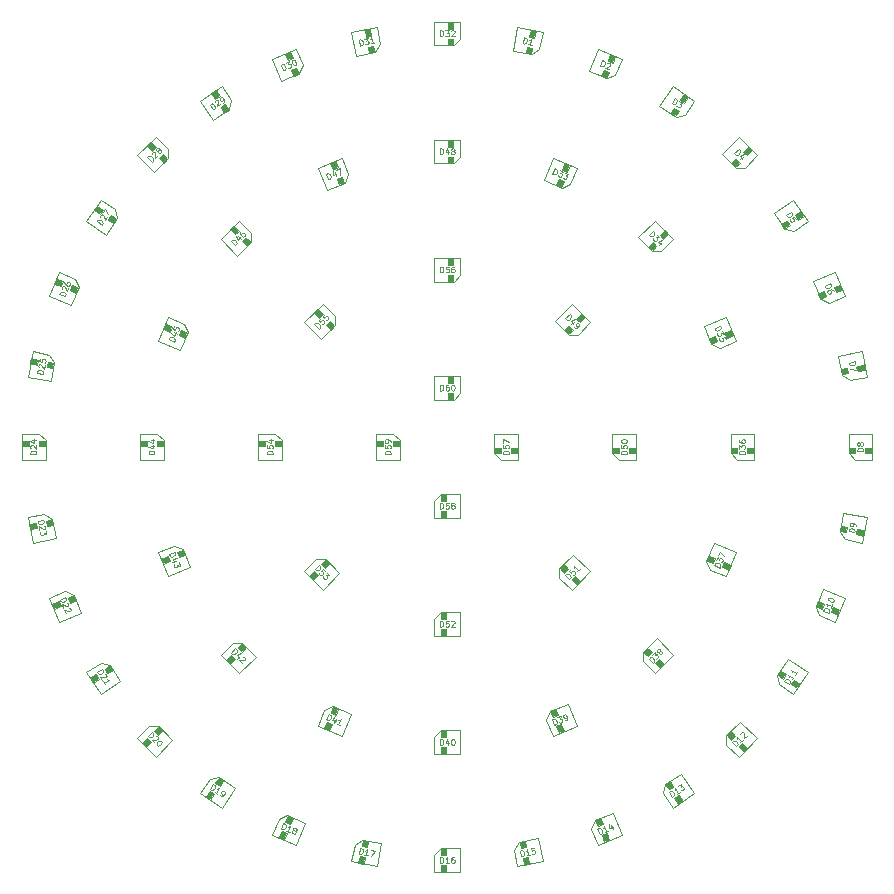
<source format=gbr>
%TF.GenerationSoftware,KiCad,Pcbnew,8.0.2-1*%
%TF.CreationDate,2024-05-17T13:07:53+01:00*%
%TF.ProjectId,Pomodoro_V7,506f6d6f-646f-4726-9f5f-56372e6b6963,rev?*%
%TF.SameCoordinates,Original*%
%TF.FileFunction,AssemblyDrawing,Top*%
%FSLAX46Y46*%
G04 Gerber Fmt 4.6, Leading zero omitted, Abs format (unit mm)*
G04 Created by KiCad (PCBNEW 8.0.2-1) date 2024-05-17 13:07:53*
%MOMM*%
%LPD*%
G01*
G04 APERTURE LIST*
%ADD10C,0.075000*%
%ADD11C,0.100000*%
G04 APERTURE END LIST*
D10*
X149392857Y-75227409D02*
X149392857Y-74727409D01*
X149392857Y-74727409D02*
X149511905Y-74727409D01*
X149511905Y-74727409D02*
X149583333Y-74751219D01*
X149583333Y-74751219D02*
X149630952Y-74798838D01*
X149630952Y-74798838D02*
X149654762Y-74846457D01*
X149654762Y-74846457D02*
X149678571Y-74941695D01*
X149678571Y-74941695D02*
X149678571Y-75013123D01*
X149678571Y-75013123D02*
X149654762Y-75108361D01*
X149654762Y-75108361D02*
X149630952Y-75155980D01*
X149630952Y-75155980D02*
X149583333Y-75203600D01*
X149583333Y-75203600D02*
X149511905Y-75227409D01*
X149511905Y-75227409D02*
X149392857Y-75227409D01*
X150107143Y-74894076D02*
X150107143Y-75227409D01*
X149988095Y-74703600D02*
X149869048Y-75060742D01*
X149869048Y-75060742D02*
X150178571Y-75060742D01*
X150440476Y-74941695D02*
X150392857Y-74917885D01*
X150392857Y-74917885D02*
X150369047Y-74894076D01*
X150369047Y-74894076D02*
X150345238Y-74846457D01*
X150345238Y-74846457D02*
X150345238Y-74822647D01*
X150345238Y-74822647D02*
X150369047Y-74775028D01*
X150369047Y-74775028D02*
X150392857Y-74751219D01*
X150392857Y-74751219D02*
X150440476Y-74727409D01*
X150440476Y-74727409D02*
X150535714Y-74727409D01*
X150535714Y-74727409D02*
X150583333Y-74751219D01*
X150583333Y-74751219D02*
X150607142Y-74775028D01*
X150607142Y-74775028D02*
X150630952Y-74822647D01*
X150630952Y-74822647D02*
X150630952Y-74846457D01*
X150630952Y-74846457D02*
X150607142Y-74894076D01*
X150607142Y-74894076D02*
X150583333Y-74917885D01*
X150583333Y-74917885D02*
X150535714Y-74941695D01*
X150535714Y-74941695D02*
X150440476Y-74941695D01*
X150440476Y-74941695D02*
X150392857Y-74965504D01*
X150392857Y-74965504D02*
X150369047Y-74989314D01*
X150369047Y-74989314D02*
X150345238Y-75036933D01*
X150345238Y-75036933D02*
X150345238Y-75132171D01*
X150345238Y-75132171D02*
X150369047Y-75179790D01*
X150369047Y-75179790D02*
X150392857Y-75203600D01*
X150392857Y-75203600D02*
X150440476Y-75227409D01*
X150440476Y-75227409D02*
X150535714Y-75227409D01*
X150535714Y-75227409D02*
X150583333Y-75203600D01*
X150583333Y-75203600D02*
X150607142Y-75179790D01*
X150607142Y-75179790D02*
X150630952Y-75132171D01*
X150630952Y-75132171D02*
X150630952Y-75036933D01*
X150630952Y-75036933D02*
X150607142Y-74989314D01*
X150607142Y-74989314D02*
X150583333Y-74965504D01*
X150583333Y-74965504D02*
X150535714Y-74941695D01*
X184478527Y-107234482D02*
X183988134Y-107136937D01*
X183988134Y-107136937D02*
X184011359Y-107020177D01*
X184011359Y-107020177D02*
X184048646Y-106954766D01*
X184048646Y-106954766D02*
X184104640Y-106917352D01*
X184104640Y-106917352D02*
X184155989Y-106903290D01*
X184155989Y-106903290D02*
X184254043Y-106898518D01*
X184254043Y-106898518D02*
X184324099Y-106912453D01*
X184324099Y-106912453D02*
X184412862Y-106954385D01*
X184412862Y-106954385D02*
X184454921Y-106987027D01*
X184454921Y-106987027D02*
X184492335Y-107043021D01*
X184492335Y-107043021D02*
X184501752Y-107117722D01*
X184501752Y-107117722D02*
X184478527Y-107234482D01*
X184580717Y-106720737D02*
X184599297Y-106627329D01*
X184599297Y-106627329D02*
X184585235Y-106575980D01*
X184585235Y-106575980D02*
X184566528Y-106547983D01*
X184566528Y-106547983D02*
X184505762Y-106487344D01*
X184505762Y-106487344D02*
X184416999Y-106445412D01*
X184416999Y-106445412D02*
X184230183Y-106408252D01*
X184230183Y-106408252D02*
X184178833Y-106422314D01*
X184178833Y-106422314D02*
X184150836Y-106441021D01*
X184150836Y-106441021D02*
X184118194Y-106483080D01*
X184118194Y-106483080D02*
X184099614Y-106576488D01*
X184099614Y-106576488D02*
X184113676Y-106627837D01*
X184113676Y-106627837D02*
X184132383Y-106655834D01*
X184132383Y-106655834D02*
X184174442Y-106688476D01*
X184174442Y-106688476D02*
X184291203Y-106711701D01*
X184291203Y-106711701D02*
X184342552Y-106697639D01*
X184342552Y-106697639D02*
X184370549Y-106678932D01*
X184370549Y-106678932D02*
X184403191Y-106636873D01*
X184403191Y-106636873D02*
X184421771Y-106543465D01*
X184421771Y-106543465D02*
X184407709Y-106492116D01*
X184407709Y-106492116D02*
X184389002Y-106464119D01*
X184389002Y-106464119D02*
X184346943Y-106431477D01*
X139959014Y-77345454D02*
X139767672Y-76883514D01*
X139767672Y-76883514D02*
X139877658Y-76837957D01*
X139877658Y-76837957D02*
X139952761Y-76832619D01*
X139952761Y-76832619D02*
X140014978Y-76858390D01*
X140014978Y-76858390D02*
X140055198Y-76893273D01*
X140055198Y-76893273D02*
X140113641Y-76972150D01*
X140113641Y-76972150D02*
X140140976Y-77038142D01*
X140140976Y-77038142D02*
X140155425Y-77135242D01*
X140155425Y-77135242D02*
X140151651Y-77188347D01*
X140151651Y-77188347D02*
X140125879Y-77250565D01*
X140125879Y-77250565D02*
X140069000Y-77299896D01*
X140069000Y-77299896D02*
X139959014Y-77345454D01*
X140491367Y-76764149D02*
X140618928Y-77072109D01*
X140308489Y-76633729D02*
X140335176Y-77009244D01*
X140335176Y-77009244D02*
X140621139Y-76890794D01*
X140625560Y-76528165D02*
X140933520Y-76400604D01*
X140933520Y-76400604D02*
X140926887Y-76944548D01*
X165227409Y-100607142D02*
X164727409Y-100607142D01*
X164727409Y-100607142D02*
X164727409Y-100488094D01*
X164727409Y-100488094D02*
X164751219Y-100416666D01*
X164751219Y-100416666D02*
X164798838Y-100369047D01*
X164798838Y-100369047D02*
X164846457Y-100345237D01*
X164846457Y-100345237D02*
X164941695Y-100321428D01*
X164941695Y-100321428D02*
X165013123Y-100321428D01*
X165013123Y-100321428D02*
X165108361Y-100345237D01*
X165108361Y-100345237D02*
X165155980Y-100369047D01*
X165155980Y-100369047D02*
X165203600Y-100416666D01*
X165203600Y-100416666D02*
X165227409Y-100488094D01*
X165227409Y-100488094D02*
X165227409Y-100607142D01*
X164727409Y-99869047D02*
X164727409Y-100107142D01*
X164727409Y-100107142D02*
X164965504Y-100130951D01*
X164965504Y-100130951D02*
X164941695Y-100107142D01*
X164941695Y-100107142D02*
X164917885Y-100059523D01*
X164917885Y-100059523D02*
X164917885Y-99940475D01*
X164917885Y-99940475D02*
X164941695Y-99892856D01*
X164941695Y-99892856D02*
X164965504Y-99869047D01*
X164965504Y-99869047D02*
X165013123Y-99845237D01*
X165013123Y-99845237D02*
X165132171Y-99845237D01*
X165132171Y-99845237D02*
X165179790Y-99869047D01*
X165179790Y-99869047D02*
X165203600Y-99892856D01*
X165203600Y-99892856D02*
X165227409Y-99940475D01*
X165227409Y-99940475D02*
X165227409Y-100059523D01*
X165227409Y-100059523D02*
X165203600Y-100107142D01*
X165203600Y-100107142D02*
X165179790Y-100130951D01*
X164727409Y-99535714D02*
X164727409Y-99488095D01*
X164727409Y-99488095D02*
X164751219Y-99440476D01*
X164751219Y-99440476D02*
X164775028Y-99416666D01*
X164775028Y-99416666D02*
X164822647Y-99392857D01*
X164822647Y-99392857D02*
X164917885Y-99369047D01*
X164917885Y-99369047D02*
X165036933Y-99369047D01*
X165036933Y-99369047D02*
X165132171Y-99392857D01*
X165132171Y-99392857D02*
X165179790Y-99416666D01*
X165179790Y-99416666D02*
X165203600Y-99440476D01*
X165203600Y-99440476D02*
X165227409Y-99488095D01*
X165227409Y-99488095D02*
X165227409Y-99535714D01*
X165227409Y-99535714D02*
X165203600Y-99583333D01*
X165203600Y-99583333D02*
X165179790Y-99607142D01*
X165179790Y-99607142D02*
X165132171Y-99630952D01*
X165132171Y-99630952D02*
X165036933Y-99654761D01*
X165036933Y-99654761D02*
X164917885Y-99654761D01*
X164917885Y-99654761D02*
X164822647Y-99630952D01*
X164822647Y-99630952D02*
X164775028Y-99607142D01*
X164775028Y-99607142D02*
X164751219Y-99583333D01*
X164751219Y-99583333D02*
X164727409Y-99535714D01*
X139784961Y-123074743D02*
X139976303Y-122612803D01*
X139976303Y-122612803D02*
X140086289Y-122658361D01*
X140086289Y-122658361D02*
X140143168Y-122707693D01*
X140143168Y-122707693D02*
X140168940Y-122769910D01*
X140168940Y-122769910D02*
X140172714Y-122823016D01*
X140172714Y-122823016D02*
X140158265Y-122920116D01*
X140158265Y-122920116D02*
X140130930Y-122986107D01*
X140130930Y-122986107D02*
X140072487Y-123064984D01*
X140072487Y-123064984D02*
X140032267Y-123099867D01*
X140032267Y-123099867D02*
X139970050Y-123125638D01*
X139970050Y-123125638D02*
X139894947Y-123120301D01*
X139894947Y-123120301D02*
X139784961Y-123074743D01*
X140572436Y-123040129D02*
X140444875Y-123348088D01*
X140535343Y-122818594D02*
X140288684Y-123102993D01*
X140288684Y-123102993D02*
X140574647Y-123221443D01*
X140928812Y-123548542D02*
X140664846Y-123439203D01*
X140796829Y-123493872D02*
X140988171Y-123031933D01*
X140988171Y-123031933D02*
X140916842Y-123079701D01*
X140916842Y-123079701D02*
X140854624Y-123105472D01*
X140854624Y-123105472D02*
X140801519Y-123109246D01*
X135227409Y-100607142D02*
X134727409Y-100607142D01*
X134727409Y-100607142D02*
X134727409Y-100488094D01*
X134727409Y-100488094D02*
X134751219Y-100416666D01*
X134751219Y-100416666D02*
X134798838Y-100369047D01*
X134798838Y-100369047D02*
X134846457Y-100345237D01*
X134846457Y-100345237D02*
X134941695Y-100321428D01*
X134941695Y-100321428D02*
X135013123Y-100321428D01*
X135013123Y-100321428D02*
X135108361Y-100345237D01*
X135108361Y-100345237D02*
X135155980Y-100369047D01*
X135155980Y-100369047D02*
X135203600Y-100416666D01*
X135203600Y-100416666D02*
X135227409Y-100488094D01*
X135227409Y-100488094D02*
X135227409Y-100607142D01*
X134727409Y-99869047D02*
X134727409Y-100107142D01*
X134727409Y-100107142D02*
X134965504Y-100130951D01*
X134965504Y-100130951D02*
X134941695Y-100107142D01*
X134941695Y-100107142D02*
X134917885Y-100059523D01*
X134917885Y-100059523D02*
X134917885Y-99940475D01*
X134917885Y-99940475D02*
X134941695Y-99892856D01*
X134941695Y-99892856D02*
X134965504Y-99869047D01*
X134965504Y-99869047D02*
X135013123Y-99845237D01*
X135013123Y-99845237D02*
X135132171Y-99845237D01*
X135132171Y-99845237D02*
X135179790Y-99869047D01*
X135179790Y-99869047D02*
X135203600Y-99892856D01*
X135203600Y-99892856D02*
X135227409Y-99940475D01*
X135227409Y-99940475D02*
X135227409Y-100059523D01*
X135227409Y-100059523D02*
X135203600Y-100107142D01*
X135203600Y-100107142D02*
X135179790Y-100130951D01*
X134894076Y-99416666D02*
X135227409Y-99416666D01*
X134703600Y-99535714D02*
X135060742Y-99654761D01*
X135060742Y-99654761D02*
X135060742Y-99345238D01*
X155227409Y-100607142D02*
X154727409Y-100607142D01*
X154727409Y-100607142D02*
X154727409Y-100488094D01*
X154727409Y-100488094D02*
X154751219Y-100416666D01*
X154751219Y-100416666D02*
X154798838Y-100369047D01*
X154798838Y-100369047D02*
X154846457Y-100345237D01*
X154846457Y-100345237D02*
X154941695Y-100321428D01*
X154941695Y-100321428D02*
X155013123Y-100321428D01*
X155013123Y-100321428D02*
X155108361Y-100345237D01*
X155108361Y-100345237D02*
X155155980Y-100369047D01*
X155155980Y-100369047D02*
X155203600Y-100416666D01*
X155203600Y-100416666D02*
X155227409Y-100488094D01*
X155227409Y-100488094D02*
X155227409Y-100607142D01*
X154727409Y-99869047D02*
X154727409Y-100107142D01*
X154727409Y-100107142D02*
X154965504Y-100130951D01*
X154965504Y-100130951D02*
X154941695Y-100107142D01*
X154941695Y-100107142D02*
X154917885Y-100059523D01*
X154917885Y-100059523D02*
X154917885Y-99940475D01*
X154917885Y-99940475D02*
X154941695Y-99892856D01*
X154941695Y-99892856D02*
X154965504Y-99869047D01*
X154965504Y-99869047D02*
X155013123Y-99845237D01*
X155013123Y-99845237D02*
X155132171Y-99845237D01*
X155132171Y-99845237D02*
X155179790Y-99869047D01*
X155179790Y-99869047D02*
X155203600Y-99892856D01*
X155203600Y-99892856D02*
X155227409Y-99940475D01*
X155227409Y-99940475D02*
X155227409Y-100059523D01*
X155227409Y-100059523D02*
X155203600Y-100107142D01*
X155203600Y-100107142D02*
X155179790Y-100130951D01*
X154727409Y-99678571D02*
X154727409Y-99345238D01*
X154727409Y-99345238D02*
X155227409Y-99559523D01*
X158919133Y-76880767D02*
X159110475Y-76418827D01*
X159110475Y-76418827D02*
X159220461Y-76464385D01*
X159220461Y-76464385D02*
X159277340Y-76513717D01*
X159277340Y-76513717D02*
X159303112Y-76575934D01*
X159303112Y-76575934D02*
X159306886Y-76629040D01*
X159306886Y-76629040D02*
X159292437Y-76726140D01*
X159292437Y-76726140D02*
X159265102Y-76792131D01*
X159265102Y-76792131D02*
X159206659Y-76871008D01*
X159206659Y-76871008D02*
X159166439Y-76905891D01*
X159166439Y-76905891D02*
X159104222Y-76931662D01*
X159104222Y-76931662D02*
X159029119Y-76926325D01*
X159029119Y-76926325D02*
X158919133Y-76880767D01*
X159528420Y-76591946D02*
X159814383Y-76710396D01*
X159814383Y-76710396D02*
X159587511Y-76822592D01*
X159587511Y-76822592D02*
X159653503Y-76849927D01*
X159653503Y-76849927D02*
X159688385Y-76890147D01*
X159688385Y-76890147D02*
X159701271Y-76921256D01*
X159701271Y-76921256D02*
X159705045Y-76974361D01*
X159705045Y-76974361D02*
X159659487Y-77084347D01*
X159659487Y-77084347D02*
X159619267Y-77119230D01*
X159619267Y-77119230D02*
X159588159Y-77132115D01*
X159588159Y-77132115D02*
X159535053Y-77135889D01*
X159535053Y-77135889D02*
X159403070Y-77081220D01*
X159403070Y-77081220D02*
X159368187Y-77041000D01*
X159368187Y-77041000D02*
X159355302Y-77009892D01*
X159968363Y-76774176D02*
X160254325Y-76892626D01*
X160254325Y-76892626D02*
X160027453Y-77004822D01*
X160027453Y-77004822D02*
X160093445Y-77032157D01*
X160093445Y-77032157D02*
X160128327Y-77072377D01*
X160128327Y-77072377D02*
X160141213Y-77103486D01*
X160141213Y-77103486D02*
X160144987Y-77156591D01*
X160144987Y-77156591D02*
X160099430Y-77266577D01*
X160099430Y-77266577D02*
X160059210Y-77301460D01*
X160059210Y-77301460D02*
X160028101Y-77314345D01*
X160028101Y-77314345D02*
X159974995Y-77318119D01*
X159974995Y-77318119D02*
X159843012Y-77263450D01*
X159843012Y-77263450D02*
X159808130Y-77223230D01*
X159808130Y-77223230D02*
X159795244Y-77192122D01*
X173074743Y-110215038D02*
X172612803Y-110023696D01*
X172612803Y-110023696D02*
X172658361Y-109913710D01*
X172658361Y-109913710D02*
X172707693Y-109856831D01*
X172707693Y-109856831D02*
X172769910Y-109831059D01*
X172769910Y-109831059D02*
X172823016Y-109827285D01*
X172823016Y-109827285D02*
X172920116Y-109841734D01*
X172920116Y-109841734D02*
X172986107Y-109869069D01*
X172986107Y-109869069D02*
X173064984Y-109927512D01*
X173064984Y-109927512D02*
X173099867Y-109967732D01*
X173099867Y-109967732D02*
X173125638Y-110029949D01*
X173125638Y-110029949D02*
X173120301Y-110105052D01*
X173120301Y-110105052D02*
X173074743Y-110215038D01*
X172785922Y-109605751D02*
X172904372Y-109319788D01*
X172904372Y-109319788D02*
X173016568Y-109546660D01*
X173016568Y-109546660D02*
X173043903Y-109480668D01*
X173043903Y-109480668D02*
X173084123Y-109445786D01*
X173084123Y-109445786D02*
X173115232Y-109432900D01*
X173115232Y-109432900D02*
X173168337Y-109429126D01*
X173168337Y-109429126D02*
X173278323Y-109474684D01*
X173278323Y-109474684D02*
X173313206Y-109514904D01*
X173313206Y-109514904D02*
X173326091Y-109546012D01*
X173326091Y-109546012D02*
X173329865Y-109599118D01*
X173329865Y-109599118D02*
X173275196Y-109731101D01*
X173275196Y-109731101D02*
X173234976Y-109765984D01*
X173234976Y-109765984D02*
X173203868Y-109778869D01*
X172968152Y-109165808D02*
X173095713Y-108857849D01*
X173095713Y-108857849D02*
X173475649Y-109247164D01*
X178707320Y-80374532D02*
X179123054Y-80096747D01*
X179123054Y-80096747D02*
X179189194Y-80195731D01*
X179189194Y-80195731D02*
X179209080Y-80268350D01*
X179209080Y-80268350D02*
X179195942Y-80334399D01*
X179195942Y-80334399D02*
X179169576Y-80380652D01*
X179169576Y-80380652D02*
X179103617Y-80453360D01*
X179103617Y-80453360D02*
X179044226Y-80493044D01*
X179044226Y-80493044D02*
X178951811Y-80526158D01*
X178951811Y-80526158D02*
X178898989Y-80532817D01*
X178898989Y-80532817D02*
X178832939Y-80519679D01*
X178832939Y-80519679D02*
X178773459Y-80473516D01*
X178773459Y-80473516D02*
X178707320Y-80374532D01*
X179533118Y-80710450D02*
X179400840Y-80512481D01*
X179400840Y-80512481D02*
X179189643Y-80624963D01*
X179189643Y-80624963D02*
X179222668Y-80631532D01*
X179222668Y-80631532D02*
X179268920Y-80657898D01*
X179268920Y-80657898D02*
X179335059Y-80756883D01*
X179335059Y-80756883D02*
X179341718Y-80809704D01*
X179341718Y-80809704D02*
X179335149Y-80842729D01*
X179335149Y-80842729D02*
X179308783Y-80888982D01*
X179308783Y-80888982D02*
X179209799Y-80955121D01*
X179209799Y-80955121D02*
X179156977Y-80961780D01*
X179156977Y-80961780D02*
X179123952Y-80955211D01*
X179123952Y-80955211D02*
X179077700Y-80928845D01*
X179077700Y-80928845D02*
X179011560Y-80829860D01*
X179011560Y-80829860D02*
X179004902Y-80777039D01*
X179004902Y-80777039D02*
X179011471Y-80744014D01*
X149392857Y-95227409D02*
X149392857Y-94727409D01*
X149392857Y-94727409D02*
X149511905Y-94727409D01*
X149511905Y-94727409D02*
X149583333Y-94751219D01*
X149583333Y-94751219D02*
X149630952Y-94798838D01*
X149630952Y-94798838D02*
X149654762Y-94846457D01*
X149654762Y-94846457D02*
X149678571Y-94941695D01*
X149678571Y-94941695D02*
X149678571Y-95013123D01*
X149678571Y-95013123D02*
X149654762Y-95108361D01*
X149654762Y-95108361D02*
X149630952Y-95155980D01*
X149630952Y-95155980D02*
X149583333Y-95203600D01*
X149583333Y-95203600D02*
X149511905Y-95227409D01*
X149511905Y-95227409D02*
X149392857Y-95227409D01*
X150107143Y-94727409D02*
X150011905Y-94727409D01*
X150011905Y-94727409D02*
X149964286Y-94751219D01*
X149964286Y-94751219D02*
X149940476Y-94775028D01*
X149940476Y-94775028D02*
X149892857Y-94846457D01*
X149892857Y-94846457D02*
X149869048Y-94941695D01*
X149869048Y-94941695D02*
X149869048Y-95132171D01*
X149869048Y-95132171D02*
X149892857Y-95179790D01*
X149892857Y-95179790D02*
X149916667Y-95203600D01*
X149916667Y-95203600D02*
X149964286Y-95227409D01*
X149964286Y-95227409D02*
X150059524Y-95227409D01*
X150059524Y-95227409D02*
X150107143Y-95203600D01*
X150107143Y-95203600D02*
X150130952Y-95179790D01*
X150130952Y-95179790D02*
X150154762Y-95132171D01*
X150154762Y-95132171D02*
X150154762Y-95013123D01*
X150154762Y-95013123D02*
X150130952Y-94965504D01*
X150130952Y-94965504D02*
X150107143Y-94941695D01*
X150107143Y-94941695D02*
X150059524Y-94917885D01*
X150059524Y-94917885D02*
X149964286Y-94917885D01*
X149964286Y-94917885D02*
X149916667Y-94941695D01*
X149916667Y-94941695D02*
X149892857Y-94965504D01*
X149892857Y-94965504D02*
X149869048Y-95013123D01*
X150464285Y-94727409D02*
X150511904Y-94727409D01*
X150511904Y-94727409D02*
X150559523Y-94751219D01*
X150559523Y-94751219D02*
X150583333Y-94775028D01*
X150583333Y-94775028D02*
X150607142Y-94822647D01*
X150607142Y-94822647D02*
X150630952Y-94917885D01*
X150630952Y-94917885D02*
X150630952Y-95036933D01*
X150630952Y-95036933D02*
X150607142Y-95132171D01*
X150607142Y-95132171D02*
X150583333Y-95179790D01*
X150583333Y-95179790D02*
X150559523Y-95203600D01*
X150559523Y-95203600D02*
X150511904Y-95227409D01*
X150511904Y-95227409D02*
X150464285Y-95227409D01*
X150464285Y-95227409D02*
X150416666Y-95203600D01*
X150416666Y-95203600D02*
X150392857Y-95179790D01*
X150392857Y-95179790D02*
X150369047Y-95132171D01*
X150369047Y-95132171D02*
X150345238Y-95036933D01*
X150345238Y-95036933D02*
X150345238Y-94917885D01*
X150345238Y-94917885D02*
X150369047Y-94822647D01*
X150369047Y-94822647D02*
X150392857Y-94775028D01*
X150392857Y-94775028D02*
X150416666Y-94751219D01*
X150416666Y-94751219D02*
X150464285Y-94727409D01*
X129923879Y-128953210D02*
X130201664Y-128537476D01*
X130201664Y-128537476D02*
X130300649Y-128603615D01*
X130300649Y-128603615D02*
X130346812Y-128663095D01*
X130346812Y-128663095D02*
X130359950Y-128729145D01*
X130359950Y-128729145D02*
X130353291Y-128781967D01*
X130353291Y-128781967D02*
X130320176Y-128874382D01*
X130320176Y-128874382D02*
X130280493Y-128933773D01*
X130280493Y-128933773D02*
X130207784Y-128999732D01*
X130207784Y-128999732D02*
X130161532Y-129026098D01*
X130161532Y-129026098D02*
X130095482Y-129039236D01*
X130095482Y-129039236D02*
X130022864Y-129019350D01*
X130022864Y-129019350D02*
X129923879Y-128953210D01*
X130557380Y-129376502D02*
X130319817Y-129217768D01*
X130438598Y-129297135D02*
X130716383Y-128881400D01*
X130716383Y-128881400D02*
X130637106Y-128914335D01*
X130637106Y-128914335D02*
X130571057Y-128927473D01*
X130571057Y-128927473D02*
X130518235Y-128920814D01*
X130755348Y-129508780D02*
X130834536Y-129561692D01*
X130834536Y-129561692D02*
X130887358Y-129568351D01*
X130887358Y-129568351D02*
X130920382Y-129561782D01*
X130920382Y-129561782D02*
X130999660Y-129528847D01*
X130999660Y-129528847D02*
X131072368Y-129462887D01*
X131072368Y-129462887D02*
X131178191Y-129304512D01*
X131178191Y-129304512D02*
X131184850Y-129251690D01*
X131184850Y-129251690D02*
X131178281Y-129218665D01*
X131178281Y-129218665D02*
X131151915Y-129172413D01*
X131151915Y-129172413D02*
X131072727Y-129119501D01*
X131072727Y-129119501D02*
X131019906Y-129112842D01*
X131019906Y-129112842D02*
X130986881Y-129119411D01*
X130986881Y-129119411D02*
X130940628Y-129145777D01*
X130940628Y-129145777D02*
X130874489Y-129244762D01*
X130874489Y-129244762D02*
X130867830Y-129297584D01*
X130867830Y-129297584D02*
X130874399Y-129330608D01*
X130874399Y-129330608D02*
X130900765Y-129376861D01*
X130900765Y-129376861D02*
X130979953Y-129429772D01*
X130979953Y-129429772D02*
X131032774Y-129436431D01*
X131032774Y-129436431D02*
X131065799Y-129429862D01*
X131065799Y-129429862D02*
X131112052Y-129403496D01*
X120372169Y-119066479D02*
X120787904Y-118788694D01*
X120787904Y-118788694D02*
X120854043Y-118887678D01*
X120854043Y-118887678D02*
X120873930Y-118960297D01*
X120873930Y-118960297D02*
X120860792Y-119026346D01*
X120860792Y-119026346D02*
X120834426Y-119072599D01*
X120834426Y-119072599D02*
X120768466Y-119145307D01*
X120768466Y-119145307D02*
X120709076Y-119184991D01*
X120709076Y-119184991D02*
X120616660Y-119218106D01*
X120616660Y-119218106D02*
X120563838Y-119224764D01*
X120563838Y-119224764D02*
X120497789Y-119211626D01*
X120497789Y-119211626D02*
X120438308Y-119165463D01*
X120438308Y-119165463D02*
X120372169Y-119066479D01*
X121012867Y-119211088D02*
X121045892Y-119217657D01*
X121045892Y-119217657D02*
X121092145Y-119244023D01*
X121092145Y-119244023D02*
X121158284Y-119343007D01*
X121158284Y-119343007D02*
X121164943Y-119395829D01*
X121164943Y-119395829D02*
X121158374Y-119428853D01*
X121158374Y-119428853D02*
X121132008Y-119475106D01*
X121132008Y-119475106D02*
X121092414Y-119501562D01*
X121092414Y-119501562D02*
X121019796Y-119521448D01*
X121019796Y-119521448D02*
X120623499Y-119442620D01*
X120623499Y-119442620D02*
X120795461Y-119699980D01*
X121060018Y-120095917D02*
X120901283Y-119858354D01*
X120980651Y-119977136D02*
X121396385Y-119699351D01*
X121396385Y-119699351D02*
X121310539Y-119699441D01*
X121310539Y-119699441D02*
X121244489Y-119686302D01*
X121244489Y-119686302D02*
X121198237Y-119659937D01*
X125227409Y-100607142D02*
X124727409Y-100607142D01*
X124727409Y-100607142D02*
X124727409Y-100488094D01*
X124727409Y-100488094D02*
X124751219Y-100416666D01*
X124751219Y-100416666D02*
X124798838Y-100369047D01*
X124798838Y-100369047D02*
X124846457Y-100345237D01*
X124846457Y-100345237D02*
X124941695Y-100321428D01*
X124941695Y-100321428D02*
X125013123Y-100321428D01*
X125013123Y-100321428D02*
X125108361Y-100345237D01*
X125108361Y-100345237D02*
X125155980Y-100369047D01*
X125155980Y-100369047D02*
X125203600Y-100416666D01*
X125203600Y-100416666D02*
X125227409Y-100488094D01*
X125227409Y-100488094D02*
X125227409Y-100607142D01*
X124894076Y-99892856D02*
X125227409Y-99892856D01*
X124703600Y-100011904D02*
X125060742Y-100130951D01*
X125060742Y-100130951D02*
X125060742Y-99821428D01*
X124894076Y-99416666D02*
X125227409Y-99416666D01*
X124703600Y-99535714D02*
X125060742Y-99654761D01*
X125060742Y-99654761D02*
X125060742Y-99345238D01*
X178953210Y-120076120D02*
X178537476Y-119798335D01*
X178537476Y-119798335D02*
X178603615Y-119699350D01*
X178603615Y-119699350D02*
X178663095Y-119653187D01*
X178663095Y-119653187D02*
X178729145Y-119640049D01*
X178729145Y-119640049D02*
X178781967Y-119646708D01*
X178781967Y-119646708D02*
X178874382Y-119679823D01*
X178874382Y-119679823D02*
X178933773Y-119719506D01*
X178933773Y-119719506D02*
X178999732Y-119792215D01*
X178999732Y-119792215D02*
X179026098Y-119838467D01*
X179026098Y-119838467D02*
X179039236Y-119904517D01*
X179039236Y-119904517D02*
X179019350Y-119977135D01*
X179019350Y-119977135D02*
X178953210Y-120076120D01*
X179376502Y-119442619D02*
X179217768Y-119680182D01*
X179297135Y-119561401D02*
X178881400Y-119283616D01*
X178881400Y-119283616D02*
X178914335Y-119362893D01*
X178914335Y-119362893D02*
X178927473Y-119428942D01*
X178927473Y-119428942D02*
X178920814Y-119481764D01*
X179641059Y-119046682D02*
X179482325Y-119284244D01*
X179561692Y-119165463D02*
X179145957Y-118887678D01*
X179145957Y-118887678D02*
X179178892Y-118966955D01*
X179178892Y-118966955D02*
X179192030Y-119033005D01*
X179192030Y-119033005D02*
X179185371Y-119085827D01*
X131732212Y-117409157D02*
X132085766Y-117055603D01*
X132085766Y-117055603D02*
X132169945Y-117139783D01*
X132169945Y-117139783D02*
X132203617Y-117207126D01*
X132203617Y-117207126D02*
X132203617Y-117274470D01*
X132203617Y-117274470D02*
X132186781Y-117324977D01*
X132186781Y-117324977D02*
X132136273Y-117409157D01*
X132136273Y-117409157D02*
X132085766Y-117459664D01*
X132085766Y-117459664D02*
X132001586Y-117510172D01*
X132001586Y-117510172D02*
X131951079Y-117527008D01*
X131951079Y-117527008D02*
X131883735Y-117527008D01*
X131883735Y-117527008D02*
X131816392Y-117493336D01*
X131816392Y-117493336D02*
X131732212Y-117409157D01*
X132472991Y-117678531D02*
X132237288Y-117914233D01*
X132523498Y-117459664D02*
X132186781Y-117628023D01*
X132186781Y-117628023D02*
X132405647Y-117846890D01*
X132725529Y-117762710D02*
X132759200Y-117762710D01*
X132759200Y-117762710D02*
X132809708Y-117779546D01*
X132809708Y-117779546D02*
X132893887Y-117863725D01*
X132893887Y-117863725D02*
X132910723Y-117914233D01*
X132910723Y-117914233D02*
X132910723Y-117947905D01*
X132910723Y-117947905D02*
X132893887Y-117998412D01*
X132893887Y-117998412D02*
X132860216Y-118032084D01*
X132860216Y-118032084D02*
X132792872Y-118065756D01*
X132792872Y-118065756D02*
X132388811Y-118065756D01*
X132388811Y-118065756D02*
X132607677Y-118284622D01*
X126880767Y-91080866D02*
X126418827Y-90889524D01*
X126418827Y-90889524D02*
X126464385Y-90779538D01*
X126464385Y-90779538D02*
X126513717Y-90722659D01*
X126513717Y-90722659D02*
X126575934Y-90696887D01*
X126575934Y-90696887D02*
X126629040Y-90693113D01*
X126629040Y-90693113D02*
X126726140Y-90707562D01*
X126726140Y-90707562D02*
X126792131Y-90734897D01*
X126792131Y-90734897D02*
X126871008Y-90793340D01*
X126871008Y-90793340D02*
X126905891Y-90833560D01*
X126905891Y-90833560D02*
X126931662Y-90895777D01*
X126931662Y-90895777D02*
X126926325Y-90970880D01*
X126926325Y-90970880D02*
X126880767Y-91080866D01*
X126846153Y-90293391D02*
X127154112Y-90420952D01*
X126624618Y-90330484D02*
X126909017Y-90577143D01*
X126909017Y-90577143D02*
X127027467Y-90291180D01*
X126883514Y-89767671D02*
X126792399Y-89987642D01*
X126792399Y-89987642D02*
X127003259Y-90100754D01*
X127003259Y-90100754D02*
X126990373Y-90069646D01*
X126990373Y-90069646D02*
X126986599Y-90016540D01*
X126986599Y-90016540D02*
X127032157Y-89906554D01*
X127032157Y-89906554D02*
X127072377Y-89871672D01*
X127072377Y-89871672D02*
X127103486Y-89858786D01*
X127103486Y-89858786D02*
X127156591Y-89855012D01*
X127156591Y-89855012D02*
X127266577Y-89900569D01*
X127266577Y-89900569D02*
X127301460Y-89940789D01*
X127301460Y-89940789D02*
X127314345Y-89971898D01*
X127314345Y-89971898D02*
X127318119Y-90025004D01*
X127318119Y-90025004D02*
X127272562Y-90134990D01*
X127272562Y-90134990D02*
X127232342Y-90169872D01*
X127232342Y-90169872D02*
X127201233Y-90182758D01*
X124982750Y-75841380D02*
X124629196Y-75487826D01*
X124629196Y-75487826D02*
X124713376Y-75403647D01*
X124713376Y-75403647D02*
X124780719Y-75369975D01*
X124780719Y-75369975D02*
X124848063Y-75369975D01*
X124848063Y-75369975D02*
X124898570Y-75386811D01*
X124898570Y-75386811D02*
X124982750Y-75437319D01*
X124982750Y-75437319D02*
X125033257Y-75487826D01*
X125033257Y-75487826D02*
X125083765Y-75572006D01*
X125083765Y-75572006D02*
X125100601Y-75622513D01*
X125100601Y-75622513D02*
X125100601Y-75689857D01*
X125100601Y-75689857D02*
X125066929Y-75757200D01*
X125066929Y-75757200D02*
X124982750Y-75841380D01*
X124999586Y-75184781D02*
X124999586Y-75151109D01*
X124999586Y-75151109D02*
X125016422Y-75100601D01*
X125016422Y-75100601D02*
X125100601Y-75016422D01*
X125100601Y-75016422D02*
X125151109Y-74999586D01*
X125151109Y-74999586D02*
X125184780Y-74999586D01*
X125184780Y-74999586D02*
X125235288Y-75016422D01*
X125235288Y-75016422D02*
X125268960Y-75050094D01*
X125268960Y-75050094D02*
X125302631Y-75117437D01*
X125302631Y-75117437D02*
X125302631Y-75521498D01*
X125302631Y-75521498D02*
X125521498Y-75302632D01*
X125521498Y-74898571D02*
X125470990Y-74915407D01*
X125470990Y-74915407D02*
X125437318Y-74915407D01*
X125437318Y-74915407D02*
X125386811Y-74898571D01*
X125386811Y-74898571D02*
X125369975Y-74881735D01*
X125369975Y-74881735D02*
X125353139Y-74831228D01*
X125353139Y-74831228D02*
X125353139Y-74797556D01*
X125353139Y-74797556D02*
X125369975Y-74747048D01*
X125369975Y-74747048D02*
X125437318Y-74679705D01*
X125437318Y-74679705D02*
X125487826Y-74662869D01*
X125487826Y-74662869D02*
X125521498Y-74662869D01*
X125521498Y-74662869D02*
X125572005Y-74679705D01*
X125572005Y-74679705D02*
X125588841Y-74696541D01*
X125588841Y-74696541D02*
X125605677Y-74747048D01*
X125605677Y-74747048D02*
X125605677Y-74780720D01*
X125605677Y-74780720D02*
X125588841Y-74831228D01*
X125588841Y-74831228D02*
X125521498Y-74898571D01*
X125521498Y-74898571D02*
X125504662Y-74949079D01*
X125504662Y-74949079D02*
X125504662Y-74982750D01*
X125504662Y-74982750D02*
X125521498Y-75033258D01*
X125521498Y-75033258D02*
X125588841Y-75100602D01*
X125588841Y-75100602D02*
X125639349Y-75117437D01*
X125639349Y-75117437D02*
X125673020Y-75117437D01*
X125673020Y-75117437D02*
X125723528Y-75100602D01*
X125723528Y-75100602D02*
X125790872Y-75033258D01*
X125790872Y-75033258D02*
X125807707Y-74982750D01*
X125807707Y-74982750D02*
X125807707Y-74949079D01*
X125807707Y-74949079D02*
X125790872Y-74898571D01*
X125790872Y-74898571D02*
X125723528Y-74831228D01*
X125723528Y-74831228D02*
X125673020Y-74814392D01*
X125673020Y-74814392D02*
X125639349Y-74814392D01*
X125639349Y-74814392D02*
X125588841Y-74831228D01*
X174480226Y-125338854D02*
X174126672Y-124985300D01*
X174126672Y-124985300D02*
X174210852Y-124901121D01*
X174210852Y-124901121D02*
X174278195Y-124867449D01*
X174278195Y-124867449D02*
X174345539Y-124867449D01*
X174345539Y-124867449D02*
X174396046Y-124884285D01*
X174396046Y-124884285D02*
X174480226Y-124934793D01*
X174480226Y-124934793D02*
X174530733Y-124985300D01*
X174530733Y-124985300D02*
X174581241Y-125069480D01*
X174581241Y-125069480D02*
X174598077Y-125119987D01*
X174598077Y-125119987D02*
X174598077Y-125187331D01*
X174598077Y-125187331D02*
X174564405Y-125254674D01*
X174564405Y-125254674D02*
X174480226Y-125338854D01*
X175018974Y-124800106D02*
X174816943Y-125002136D01*
X174917959Y-124901121D02*
X174564405Y-124547568D01*
X174564405Y-124547568D02*
X174581241Y-124631747D01*
X174581241Y-124631747D02*
X174581241Y-124699091D01*
X174581241Y-124699091D02*
X174564405Y-124749598D01*
X174833779Y-124345537D02*
X174833779Y-124311866D01*
X174833779Y-124311866D02*
X174850615Y-124261358D01*
X174850615Y-124261358D02*
X174934794Y-124177179D01*
X174934794Y-124177179D02*
X174985302Y-124160343D01*
X174985302Y-124160343D02*
X175018974Y-124160343D01*
X175018974Y-124160343D02*
X175069481Y-124177179D01*
X175069481Y-124177179D02*
X175103153Y-124210850D01*
X175103153Y-124210850D02*
X175136825Y-124278194D01*
X175136825Y-124278194D02*
X175136825Y-124682255D01*
X175136825Y-124682255D02*
X175355691Y-124463389D01*
X149392857Y-65227409D02*
X149392857Y-64727409D01*
X149392857Y-64727409D02*
X149511905Y-64727409D01*
X149511905Y-64727409D02*
X149583333Y-64751219D01*
X149583333Y-64751219D02*
X149630952Y-64798838D01*
X149630952Y-64798838D02*
X149654762Y-64846457D01*
X149654762Y-64846457D02*
X149678571Y-64941695D01*
X149678571Y-64941695D02*
X149678571Y-65013123D01*
X149678571Y-65013123D02*
X149654762Y-65108361D01*
X149654762Y-65108361D02*
X149630952Y-65155980D01*
X149630952Y-65155980D02*
X149583333Y-65203600D01*
X149583333Y-65203600D02*
X149511905Y-65227409D01*
X149511905Y-65227409D02*
X149392857Y-65227409D01*
X149845238Y-64727409D02*
X150154762Y-64727409D01*
X150154762Y-64727409D02*
X149988095Y-64917885D01*
X149988095Y-64917885D02*
X150059524Y-64917885D01*
X150059524Y-64917885D02*
X150107143Y-64941695D01*
X150107143Y-64941695D02*
X150130952Y-64965504D01*
X150130952Y-64965504D02*
X150154762Y-65013123D01*
X150154762Y-65013123D02*
X150154762Y-65132171D01*
X150154762Y-65132171D02*
X150130952Y-65179790D01*
X150130952Y-65179790D02*
X150107143Y-65203600D01*
X150107143Y-65203600D02*
X150059524Y-65227409D01*
X150059524Y-65227409D02*
X149916667Y-65227409D01*
X149916667Y-65227409D02*
X149869048Y-65203600D01*
X149869048Y-65203600D02*
X149845238Y-65179790D01*
X150345238Y-64775028D02*
X150369047Y-64751219D01*
X150369047Y-64751219D02*
X150416666Y-64727409D01*
X150416666Y-64727409D02*
X150535714Y-64727409D01*
X150535714Y-64727409D02*
X150583333Y-64751219D01*
X150583333Y-64751219D02*
X150607142Y-64775028D01*
X150607142Y-64775028D02*
X150630952Y-64822647D01*
X150630952Y-64822647D02*
X150630952Y-64870266D01*
X150630952Y-64870266D02*
X150607142Y-64941695D01*
X150607142Y-64941695D02*
X150321428Y-65227409D01*
X150321428Y-65227409D02*
X150630952Y-65227409D01*
X149392857Y-105227409D02*
X149392857Y-104727409D01*
X149392857Y-104727409D02*
X149511905Y-104727409D01*
X149511905Y-104727409D02*
X149583333Y-104751219D01*
X149583333Y-104751219D02*
X149630952Y-104798838D01*
X149630952Y-104798838D02*
X149654762Y-104846457D01*
X149654762Y-104846457D02*
X149678571Y-104941695D01*
X149678571Y-104941695D02*
X149678571Y-105013123D01*
X149678571Y-105013123D02*
X149654762Y-105108361D01*
X149654762Y-105108361D02*
X149630952Y-105155980D01*
X149630952Y-105155980D02*
X149583333Y-105203600D01*
X149583333Y-105203600D02*
X149511905Y-105227409D01*
X149511905Y-105227409D02*
X149392857Y-105227409D01*
X150130952Y-104727409D02*
X149892857Y-104727409D01*
X149892857Y-104727409D02*
X149869048Y-104965504D01*
X149869048Y-104965504D02*
X149892857Y-104941695D01*
X149892857Y-104941695D02*
X149940476Y-104917885D01*
X149940476Y-104917885D02*
X150059524Y-104917885D01*
X150059524Y-104917885D02*
X150107143Y-104941695D01*
X150107143Y-104941695D02*
X150130952Y-104965504D01*
X150130952Y-104965504D02*
X150154762Y-105013123D01*
X150154762Y-105013123D02*
X150154762Y-105132171D01*
X150154762Y-105132171D02*
X150130952Y-105179790D01*
X150130952Y-105179790D02*
X150107143Y-105203600D01*
X150107143Y-105203600D02*
X150059524Y-105227409D01*
X150059524Y-105227409D02*
X149940476Y-105227409D01*
X149940476Y-105227409D02*
X149892857Y-105203600D01*
X149892857Y-105203600D02*
X149869048Y-105179790D01*
X150440476Y-104941695D02*
X150392857Y-104917885D01*
X150392857Y-104917885D02*
X150369047Y-104894076D01*
X150369047Y-104894076D02*
X150345238Y-104846457D01*
X150345238Y-104846457D02*
X150345238Y-104822647D01*
X150345238Y-104822647D02*
X150369047Y-104775028D01*
X150369047Y-104775028D02*
X150392857Y-104751219D01*
X150392857Y-104751219D02*
X150440476Y-104727409D01*
X150440476Y-104727409D02*
X150535714Y-104727409D01*
X150535714Y-104727409D02*
X150583333Y-104751219D01*
X150583333Y-104751219D02*
X150607142Y-104775028D01*
X150607142Y-104775028D02*
X150630952Y-104822647D01*
X150630952Y-104822647D02*
X150630952Y-104846457D01*
X150630952Y-104846457D02*
X150607142Y-104894076D01*
X150607142Y-104894076D02*
X150583333Y-104917885D01*
X150583333Y-104917885D02*
X150535714Y-104941695D01*
X150535714Y-104941695D02*
X150440476Y-104941695D01*
X150440476Y-104941695D02*
X150392857Y-104965504D01*
X150392857Y-104965504D02*
X150369047Y-104989314D01*
X150369047Y-104989314D02*
X150345238Y-105036933D01*
X150345238Y-105036933D02*
X150345238Y-105132171D01*
X150345238Y-105132171D02*
X150369047Y-105179790D01*
X150369047Y-105179790D02*
X150392857Y-105203600D01*
X150392857Y-105203600D02*
X150440476Y-105227409D01*
X150440476Y-105227409D02*
X150535714Y-105227409D01*
X150535714Y-105227409D02*
X150583333Y-105203600D01*
X150583333Y-105203600D02*
X150607142Y-105179790D01*
X150607142Y-105179790D02*
X150630952Y-105132171D01*
X150630952Y-105132171D02*
X150630952Y-105036933D01*
X150630952Y-105036933D02*
X150607142Y-104989314D01*
X150607142Y-104989314D02*
X150583333Y-104965504D01*
X150583333Y-104965504D02*
X150535714Y-104941695D01*
X156421839Y-65823557D02*
X156519384Y-65333164D01*
X156519384Y-65333164D02*
X156636144Y-65356389D01*
X156636144Y-65356389D02*
X156701555Y-65393676D01*
X156701555Y-65393676D02*
X156738969Y-65449670D01*
X156738969Y-65449670D02*
X156753031Y-65501019D01*
X156753031Y-65501019D02*
X156757803Y-65599073D01*
X156757803Y-65599073D02*
X156743868Y-65669129D01*
X156743868Y-65669129D02*
X156701936Y-65757892D01*
X156701936Y-65757892D02*
X156669294Y-65799951D01*
X156669294Y-65799951D02*
X156613300Y-65837365D01*
X156613300Y-65837365D02*
X156538599Y-65846782D01*
X156538599Y-65846782D02*
X156421839Y-65823557D01*
X157169104Y-65972197D02*
X156888879Y-65916457D01*
X157028992Y-65944327D02*
X157126537Y-65453934D01*
X157126537Y-65453934D02*
X157065898Y-65514700D01*
X157065898Y-65514700D02*
X157009904Y-65552115D01*
X157009904Y-65552115D02*
X156958555Y-65566177D01*
X132053819Y-82912447D02*
X131700265Y-82558893D01*
X131700265Y-82558893D02*
X131784445Y-82474714D01*
X131784445Y-82474714D02*
X131851788Y-82441042D01*
X131851788Y-82441042D02*
X131919132Y-82441042D01*
X131919132Y-82441042D02*
X131969639Y-82457878D01*
X131969639Y-82457878D02*
X132053819Y-82508386D01*
X132053819Y-82508386D02*
X132104326Y-82558893D01*
X132104326Y-82558893D02*
X132154834Y-82643073D01*
X132154834Y-82643073D02*
X132171670Y-82693580D01*
X132171670Y-82693580D02*
X132171670Y-82760924D01*
X132171670Y-82760924D02*
X132137998Y-82828267D01*
X132137998Y-82828267D02*
X132053819Y-82912447D01*
X132323193Y-82171668D02*
X132558895Y-82407371D01*
X132104326Y-82121161D02*
X132272685Y-82457878D01*
X132272685Y-82457878D02*
X132491552Y-82239012D01*
X132542059Y-81717100D02*
X132474715Y-81784443D01*
X132474715Y-81784443D02*
X132457880Y-81834951D01*
X132457880Y-81834951D02*
X132457880Y-81868623D01*
X132457880Y-81868623D02*
X132474715Y-81952802D01*
X132474715Y-81952802D02*
X132525223Y-82036982D01*
X132525223Y-82036982D02*
X132659910Y-82171669D01*
X132659910Y-82171669D02*
X132710418Y-82188504D01*
X132710418Y-82188504D02*
X132744089Y-82188504D01*
X132744089Y-82188504D02*
X132794597Y-82171669D01*
X132794597Y-82171669D02*
X132861941Y-82104325D01*
X132861941Y-82104325D02*
X132878776Y-82053817D01*
X132878776Y-82053817D02*
X132878776Y-82020146D01*
X132878776Y-82020146D02*
X132861941Y-81969638D01*
X132861941Y-81969638D02*
X132777761Y-81885459D01*
X132777761Y-81885459D02*
X132727254Y-81868623D01*
X132727254Y-81868623D02*
X132693582Y-81868623D01*
X132693582Y-81868623D02*
X132643074Y-81885459D01*
X132643074Y-81885459D02*
X132575731Y-81952802D01*
X132575731Y-81952802D02*
X132558895Y-82003310D01*
X132558895Y-82003310D02*
X132558895Y-82036982D01*
X132558895Y-82036982D02*
X132575731Y-82087489D01*
X162920019Y-132778226D02*
X162728677Y-132316286D01*
X162728677Y-132316286D02*
X162838663Y-132270729D01*
X162838663Y-132270729D02*
X162913766Y-132265391D01*
X162913766Y-132265391D02*
X162975983Y-132291162D01*
X162975983Y-132291162D02*
X163016203Y-132326045D01*
X163016203Y-132326045D02*
X163074646Y-132404922D01*
X163074646Y-132404922D02*
X163101981Y-132470914D01*
X163101981Y-132470914D02*
X163116430Y-132568014D01*
X163116430Y-132568014D02*
X163112656Y-132621119D01*
X163112656Y-132621119D02*
X163086884Y-132683337D01*
X163086884Y-132683337D02*
X163030005Y-132732668D01*
X163030005Y-132732668D02*
X162920019Y-132778226D01*
X163623927Y-132486658D02*
X163359962Y-132595996D01*
X163491944Y-132541327D02*
X163300603Y-132079387D01*
X163300603Y-132079387D02*
X163283943Y-132163601D01*
X163283943Y-132163601D02*
X163258172Y-132225819D01*
X163258172Y-132225819D02*
X163223289Y-132266039D01*
X163892314Y-132014691D02*
X164019875Y-132322651D01*
X163709436Y-131884271D02*
X163736123Y-132259786D01*
X163736123Y-132259786D02*
X164022086Y-132141336D01*
X160338090Y-111196719D02*
X159984536Y-110843165D01*
X159984536Y-110843165D02*
X160068716Y-110758986D01*
X160068716Y-110758986D02*
X160136059Y-110725314D01*
X160136059Y-110725314D02*
X160203403Y-110725314D01*
X160203403Y-110725314D02*
X160253910Y-110742150D01*
X160253910Y-110742150D02*
X160338090Y-110792658D01*
X160338090Y-110792658D02*
X160388597Y-110843165D01*
X160388597Y-110843165D02*
X160439105Y-110927345D01*
X160439105Y-110927345D02*
X160455941Y-110977852D01*
X160455941Y-110977852D02*
X160455941Y-111045196D01*
X160455941Y-111045196D02*
X160422269Y-111112539D01*
X160422269Y-111112539D02*
X160338090Y-111196719D01*
X160506449Y-110321253D02*
X160338090Y-110489612D01*
X160338090Y-110489612D02*
X160489613Y-110674807D01*
X160489613Y-110674807D02*
X160489613Y-110641135D01*
X160489613Y-110641135D02*
X160506449Y-110590627D01*
X160506449Y-110590627D02*
X160590628Y-110506448D01*
X160590628Y-110506448D02*
X160641136Y-110489612D01*
X160641136Y-110489612D02*
X160674807Y-110489612D01*
X160674807Y-110489612D02*
X160725315Y-110506448D01*
X160725315Y-110506448D02*
X160809494Y-110590627D01*
X160809494Y-110590627D02*
X160826330Y-110641135D01*
X160826330Y-110641135D02*
X160826330Y-110674807D01*
X160826330Y-110674807D02*
X160809494Y-110725314D01*
X160809494Y-110725314D02*
X160725315Y-110809494D01*
X160725315Y-110809494D02*
X160674807Y-110826330D01*
X160674807Y-110826330D02*
X160641136Y-110826330D01*
X161213555Y-110321254D02*
X161011525Y-110523284D01*
X161112540Y-110422269D02*
X160758986Y-110068715D01*
X160758986Y-110068715D02*
X160775822Y-110152895D01*
X160775822Y-110152895D02*
X160775822Y-110220238D01*
X160775822Y-110220238D02*
X160758986Y-110270746D01*
X142531997Y-134432077D02*
X142629542Y-133941684D01*
X142629542Y-133941684D02*
X142746302Y-133964909D01*
X142746302Y-133964909D02*
X142811713Y-134002196D01*
X142811713Y-134002196D02*
X142849127Y-134058190D01*
X142849127Y-134058190D02*
X142863189Y-134109539D01*
X142863189Y-134109539D02*
X142867961Y-134207593D01*
X142867961Y-134207593D02*
X142854026Y-134277649D01*
X142854026Y-134277649D02*
X142812094Y-134366412D01*
X142812094Y-134366412D02*
X142779452Y-134408471D01*
X142779452Y-134408471D02*
X142723458Y-134445885D01*
X142723458Y-134445885D02*
X142648757Y-134455302D01*
X142648757Y-134455302D02*
X142531997Y-134432077D01*
X143279262Y-134580717D02*
X142999037Y-134524977D01*
X143139150Y-134552847D02*
X143236695Y-134062454D01*
X143236695Y-134062454D02*
X143176056Y-134123220D01*
X143176056Y-134123220D02*
X143120062Y-134160634D01*
X143120062Y-134160634D02*
X143068713Y-134174697D01*
X143540271Y-134122839D02*
X143867199Y-134187869D01*
X143867199Y-134187869D02*
X143559486Y-134636457D01*
X181984456Y-86352150D02*
X182446396Y-86160808D01*
X182446396Y-86160808D02*
X182491953Y-86270794D01*
X182491953Y-86270794D02*
X182497291Y-86345897D01*
X182497291Y-86345897D02*
X182471520Y-86408114D01*
X182471520Y-86408114D02*
X182436637Y-86448334D01*
X182436637Y-86448334D02*
X182357760Y-86506777D01*
X182357760Y-86506777D02*
X182291768Y-86534112D01*
X182291768Y-86534112D02*
X182194668Y-86548561D01*
X182194668Y-86548561D02*
X182141563Y-86544787D01*
X182141563Y-86544787D02*
X182079345Y-86519016D01*
X182079345Y-86519016D02*
X182030014Y-86462136D01*
X182030014Y-86462136D02*
X181984456Y-86352150D01*
X182719741Y-86820722D02*
X182683295Y-86732734D01*
X182683295Y-86732734D02*
X182643075Y-86697851D01*
X182643075Y-86697851D02*
X182611966Y-86684965D01*
X182611966Y-86684965D02*
X182527752Y-86668306D01*
X182527752Y-86668306D02*
X182430652Y-86682755D01*
X182430652Y-86682755D02*
X182254675Y-86755647D01*
X182254675Y-86755647D02*
X182219792Y-86795867D01*
X182219792Y-86795867D02*
X182206907Y-86826975D01*
X182206907Y-86826975D02*
X182203132Y-86880081D01*
X182203132Y-86880081D02*
X182239578Y-86968070D01*
X182239578Y-86968070D02*
X182279799Y-87002952D01*
X182279799Y-87002952D02*
X182310907Y-87015838D01*
X182310907Y-87015838D02*
X182364013Y-87019612D01*
X182364013Y-87019612D02*
X182473999Y-86974055D01*
X182473999Y-86974055D02*
X182508881Y-86933835D01*
X182508881Y-86933835D02*
X182521767Y-86902726D01*
X182521767Y-86902726D02*
X182525541Y-86849620D01*
X182525541Y-86849620D02*
X182489095Y-86761632D01*
X182489095Y-86761632D02*
X182448875Y-86726749D01*
X182448875Y-86726749D02*
X182417766Y-86713863D01*
X182417766Y-86713863D02*
X182364661Y-86710089D01*
X169011764Y-70882615D02*
X169289549Y-70466880D01*
X169289549Y-70466880D02*
X169388533Y-70533019D01*
X169388533Y-70533019D02*
X169434696Y-70592500D01*
X169434696Y-70592500D02*
X169447834Y-70658549D01*
X169447834Y-70658549D02*
X169441176Y-70711371D01*
X169441176Y-70711371D02*
X169408061Y-70803786D01*
X169408061Y-70803786D02*
X169368377Y-70863177D01*
X169368377Y-70863177D02*
X169295669Y-70929137D01*
X169295669Y-70929137D02*
X169249416Y-70955503D01*
X169249416Y-70955503D02*
X169183367Y-70968641D01*
X169183367Y-70968641D02*
X169110748Y-70948754D01*
X169110748Y-70948754D02*
X169011764Y-70882615D01*
X169665690Y-70718209D02*
X169923050Y-70890172D01*
X169923050Y-70890172D02*
X169678648Y-70955952D01*
X169678648Y-70955952D02*
X169738039Y-70995635D01*
X169738039Y-70995635D02*
X169764405Y-71041888D01*
X169764405Y-71041888D02*
X169770974Y-71074913D01*
X169770974Y-71074913D02*
X169764315Y-71127734D01*
X169764315Y-71127734D02*
X169698176Y-71226719D01*
X169698176Y-71226719D02*
X169651923Y-71253085D01*
X169651923Y-71253085D02*
X169618899Y-71259654D01*
X169618899Y-71259654D02*
X169566077Y-71252995D01*
X169566077Y-71252995D02*
X169447296Y-71173628D01*
X169447296Y-71173628D02*
X169420930Y-71127375D01*
X169420930Y-71127375D02*
X169414361Y-71094350D01*
X149392857Y-85227409D02*
X149392857Y-84727409D01*
X149392857Y-84727409D02*
X149511905Y-84727409D01*
X149511905Y-84727409D02*
X149583333Y-84751219D01*
X149583333Y-84751219D02*
X149630952Y-84798838D01*
X149630952Y-84798838D02*
X149654762Y-84846457D01*
X149654762Y-84846457D02*
X149678571Y-84941695D01*
X149678571Y-84941695D02*
X149678571Y-85013123D01*
X149678571Y-85013123D02*
X149654762Y-85108361D01*
X149654762Y-85108361D02*
X149630952Y-85155980D01*
X149630952Y-85155980D02*
X149583333Y-85203600D01*
X149583333Y-85203600D02*
X149511905Y-85227409D01*
X149511905Y-85227409D02*
X149392857Y-85227409D01*
X150130952Y-84727409D02*
X149892857Y-84727409D01*
X149892857Y-84727409D02*
X149869048Y-84965504D01*
X149869048Y-84965504D02*
X149892857Y-84941695D01*
X149892857Y-84941695D02*
X149940476Y-84917885D01*
X149940476Y-84917885D02*
X150059524Y-84917885D01*
X150059524Y-84917885D02*
X150107143Y-84941695D01*
X150107143Y-84941695D02*
X150130952Y-84965504D01*
X150130952Y-84965504D02*
X150154762Y-85013123D01*
X150154762Y-85013123D02*
X150154762Y-85132171D01*
X150154762Y-85132171D02*
X150130952Y-85179790D01*
X150130952Y-85179790D02*
X150107143Y-85203600D01*
X150107143Y-85203600D02*
X150059524Y-85227409D01*
X150059524Y-85227409D02*
X149940476Y-85227409D01*
X149940476Y-85227409D02*
X149892857Y-85203600D01*
X149892857Y-85203600D02*
X149869048Y-85179790D01*
X150583333Y-84727409D02*
X150488095Y-84727409D01*
X150488095Y-84727409D02*
X150440476Y-84751219D01*
X150440476Y-84751219D02*
X150416666Y-84775028D01*
X150416666Y-84775028D02*
X150369047Y-84846457D01*
X150369047Y-84846457D02*
X150345238Y-84941695D01*
X150345238Y-84941695D02*
X150345238Y-85132171D01*
X150345238Y-85132171D02*
X150369047Y-85179790D01*
X150369047Y-85179790D02*
X150392857Y-85203600D01*
X150392857Y-85203600D02*
X150440476Y-85227409D01*
X150440476Y-85227409D02*
X150535714Y-85227409D01*
X150535714Y-85227409D02*
X150583333Y-85203600D01*
X150583333Y-85203600D02*
X150607142Y-85179790D01*
X150607142Y-85179790D02*
X150630952Y-85132171D01*
X150630952Y-85132171D02*
X150630952Y-85013123D01*
X150630952Y-85013123D02*
X150607142Y-84965504D01*
X150607142Y-84965504D02*
X150583333Y-84941695D01*
X150583333Y-84941695D02*
X150535714Y-84917885D01*
X150535714Y-84917885D02*
X150440476Y-84917885D01*
X150440476Y-84917885D02*
X150392857Y-84941695D01*
X150392857Y-84941695D02*
X150369047Y-84965504D01*
X150369047Y-84965504D02*
X150345238Y-85013123D01*
X117641971Y-87254032D02*
X117180031Y-87062690D01*
X117180031Y-87062690D02*
X117225589Y-86952704D01*
X117225589Y-86952704D02*
X117274921Y-86895825D01*
X117274921Y-86895825D02*
X117337138Y-86870053D01*
X117337138Y-86870053D02*
X117390244Y-86866279D01*
X117390244Y-86866279D02*
X117487344Y-86880728D01*
X117487344Y-86880728D02*
X117553335Y-86908063D01*
X117553335Y-86908063D02*
X117632212Y-86966506D01*
X117632212Y-86966506D02*
X117667095Y-87006726D01*
X117667095Y-87006726D02*
X117692866Y-87068943D01*
X117692866Y-87068943D02*
X117687529Y-87144046D01*
X117687529Y-87144046D02*
X117641971Y-87254032D01*
X117406256Y-86640970D02*
X117393370Y-86609862D01*
X117393370Y-86609862D02*
X117389596Y-86556756D01*
X117389596Y-86556756D02*
X117435154Y-86446770D01*
X117435154Y-86446770D02*
X117475374Y-86411888D01*
X117475374Y-86411888D02*
X117506482Y-86399002D01*
X117506482Y-86399002D02*
X117559588Y-86395228D01*
X117559588Y-86395228D02*
X117603583Y-86413451D01*
X117603583Y-86413451D02*
X117660462Y-86462783D01*
X117660462Y-86462783D02*
X117815090Y-86836086D01*
X117815090Y-86836086D02*
X117933540Y-86550124D01*
X117635607Y-85962834D02*
X117599161Y-86050822D01*
X117599161Y-86050822D02*
X117602935Y-86103928D01*
X117602935Y-86103928D02*
X117615820Y-86135037D01*
X117615820Y-86135037D02*
X117663589Y-86206366D01*
X117663589Y-86206366D02*
X117742466Y-86264809D01*
X117742466Y-86264809D02*
X117918443Y-86337701D01*
X117918443Y-86337701D02*
X117971549Y-86333927D01*
X117971549Y-86333927D02*
X118002657Y-86321041D01*
X118002657Y-86321041D02*
X118042877Y-86286158D01*
X118042877Y-86286158D02*
X118079323Y-86198170D01*
X118079323Y-86198170D02*
X118075549Y-86145064D01*
X118075549Y-86145064D02*
X118062664Y-86113955D01*
X118062664Y-86113955D02*
X118027781Y-86073735D01*
X118027781Y-86073735D02*
X117917795Y-86028178D01*
X117917795Y-86028178D02*
X117864690Y-86031952D01*
X117864690Y-86031952D02*
X117833581Y-86044838D01*
X117833581Y-86044838D02*
X117793361Y-86079720D01*
X117793361Y-86079720D02*
X117756915Y-86167709D01*
X117756915Y-86167709D02*
X117760689Y-86220815D01*
X117760689Y-86220815D02*
X117773574Y-86251923D01*
X117773574Y-86251923D02*
X117808457Y-86292143D01*
X115777107Y-93811680D02*
X115286714Y-93714135D01*
X115286714Y-93714135D02*
X115309939Y-93597375D01*
X115309939Y-93597375D02*
X115347226Y-93531964D01*
X115347226Y-93531964D02*
X115403220Y-93494550D01*
X115403220Y-93494550D02*
X115454569Y-93480488D01*
X115454569Y-93480488D02*
X115552623Y-93475716D01*
X115552623Y-93475716D02*
X115622679Y-93489651D01*
X115622679Y-93489651D02*
X115711442Y-93531583D01*
X115711442Y-93531583D02*
X115753501Y-93564225D01*
X115753501Y-93564225D02*
X115790915Y-93620219D01*
X115790915Y-93620219D02*
X115800332Y-93694920D01*
X115800332Y-93694920D02*
X115777107Y-93811680D01*
X115426318Y-93256384D02*
X115407611Y-93228387D01*
X115407611Y-93228387D02*
X115393549Y-93177038D01*
X115393549Y-93177038D02*
X115416774Y-93060278D01*
X115416774Y-93060278D02*
X115449416Y-93018219D01*
X115449416Y-93018219D02*
X115477413Y-92999512D01*
X115477413Y-92999512D02*
X115528763Y-92985450D01*
X115528763Y-92985450D02*
X115575467Y-92994740D01*
X115575467Y-92994740D02*
X115640878Y-93032027D01*
X115640878Y-93032027D02*
X115865362Y-93367992D01*
X115865362Y-93367992D02*
X115925747Y-93064415D01*
X115523609Y-92523182D02*
X115477159Y-92756702D01*
X115477159Y-92756702D02*
X115706035Y-92826504D01*
X115706035Y-92826504D02*
X115687328Y-92798507D01*
X115687328Y-92798507D02*
X115673266Y-92747158D01*
X115673266Y-92747158D02*
X115696491Y-92630398D01*
X115696491Y-92630398D02*
X115729133Y-92588339D01*
X115729133Y-92588339D02*
X115757130Y-92569632D01*
X115757130Y-92569632D02*
X115808479Y-92555570D01*
X115808479Y-92555570D02*
X115925239Y-92578795D01*
X115925239Y-92578795D02*
X115967298Y-92611437D01*
X115967298Y-92611437D02*
X115986005Y-92639434D01*
X115986005Y-92639434D02*
X116000067Y-92690783D01*
X116000067Y-92690783D02*
X115976842Y-92807543D01*
X115976842Y-92807543D02*
X115944200Y-92849602D01*
X115944200Y-92849602D02*
X115916203Y-92868309D01*
X120750336Y-81186204D02*
X120334602Y-80908419D01*
X120334602Y-80908419D02*
X120400741Y-80809434D01*
X120400741Y-80809434D02*
X120460221Y-80763271D01*
X120460221Y-80763271D02*
X120526271Y-80750133D01*
X120526271Y-80750133D02*
X120579093Y-80756792D01*
X120579093Y-80756792D02*
X120671508Y-80789907D01*
X120671508Y-80789907D02*
X120730899Y-80829590D01*
X120730899Y-80829590D02*
X120796858Y-80902299D01*
X120796858Y-80902299D02*
X120823224Y-80948551D01*
X120823224Y-80948551D02*
X120836362Y-81014601D01*
X120836362Y-81014601D02*
X120816476Y-81087219D01*
X120816476Y-81087219D02*
X120750336Y-81186204D01*
X120638753Y-80538937D02*
X120632184Y-80505912D01*
X120632184Y-80505912D02*
X120638842Y-80453090D01*
X120638842Y-80453090D02*
X120704982Y-80354106D01*
X120704982Y-80354106D02*
X120751234Y-80327740D01*
X120751234Y-80327740D02*
X120784259Y-80321171D01*
X120784259Y-80321171D02*
X120837081Y-80327830D01*
X120837081Y-80327830D02*
X120876675Y-80354285D01*
X120876675Y-80354285D02*
X120922837Y-80413766D01*
X120922837Y-80413766D02*
X121001666Y-80810063D01*
X121001666Y-80810063D02*
X121173628Y-80552703D01*
X120850488Y-80136340D02*
X121035678Y-79859184D01*
X121035678Y-79859184D02*
X121332362Y-80315141D01*
X139124886Y-89983515D02*
X138771332Y-89629961D01*
X138771332Y-89629961D02*
X138855512Y-89545782D01*
X138855512Y-89545782D02*
X138922855Y-89512110D01*
X138922855Y-89512110D02*
X138990199Y-89512110D01*
X138990199Y-89512110D02*
X139040706Y-89528946D01*
X139040706Y-89528946D02*
X139124886Y-89579454D01*
X139124886Y-89579454D02*
X139175393Y-89629961D01*
X139175393Y-89629961D02*
X139225901Y-89714141D01*
X139225901Y-89714141D02*
X139242737Y-89764648D01*
X139242737Y-89764648D02*
X139242737Y-89831992D01*
X139242737Y-89831992D02*
X139209065Y-89899335D01*
X139209065Y-89899335D02*
X139124886Y-89983515D01*
X139293245Y-89108049D02*
X139124886Y-89276408D01*
X139124886Y-89276408D02*
X139276409Y-89461603D01*
X139276409Y-89461603D02*
X139276409Y-89427931D01*
X139276409Y-89427931D02*
X139293245Y-89377423D01*
X139293245Y-89377423D02*
X139377424Y-89293244D01*
X139377424Y-89293244D02*
X139427932Y-89276408D01*
X139427932Y-89276408D02*
X139461603Y-89276408D01*
X139461603Y-89276408D02*
X139512111Y-89293244D01*
X139512111Y-89293244D02*
X139596290Y-89377423D01*
X139596290Y-89377423D02*
X139613126Y-89427931D01*
X139613126Y-89427931D02*
X139613126Y-89461603D01*
X139613126Y-89461603D02*
X139596290Y-89512110D01*
X139596290Y-89512110D02*
X139512111Y-89596290D01*
X139512111Y-89596290D02*
X139461603Y-89613126D01*
X139461603Y-89613126D02*
X139427932Y-89613126D01*
X139629962Y-88771332D02*
X139461603Y-88939691D01*
X139461603Y-88939691D02*
X139613126Y-89124885D01*
X139613126Y-89124885D02*
X139613126Y-89091214D01*
X139613126Y-89091214D02*
X139629962Y-89040706D01*
X139629962Y-89040706D02*
X139714141Y-88956527D01*
X139714141Y-88956527D02*
X139764649Y-88939691D01*
X139764649Y-88939691D02*
X139798321Y-88939691D01*
X139798321Y-88939691D02*
X139848828Y-88956527D01*
X139848828Y-88956527D02*
X139933008Y-89040706D01*
X139933008Y-89040706D02*
X139949843Y-89091214D01*
X139949843Y-89091214D02*
X139949843Y-89124885D01*
X139949843Y-89124885D02*
X139933008Y-89175393D01*
X139933008Y-89175393D02*
X139848828Y-89259572D01*
X139848828Y-89259572D02*
X139798321Y-89276408D01*
X139798321Y-89276408D02*
X139764649Y-89276408D01*
X174326978Y-75151108D02*
X174680531Y-74797555D01*
X174680531Y-74797555D02*
X174764711Y-74881734D01*
X174764711Y-74881734D02*
X174798382Y-74949078D01*
X174798382Y-74949078D02*
X174798382Y-75016421D01*
X174798382Y-75016421D02*
X174781546Y-75066929D01*
X174781546Y-75066929D02*
X174731039Y-75151108D01*
X174731039Y-75151108D02*
X174680531Y-75201616D01*
X174680531Y-75201616D02*
X174596352Y-75252124D01*
X174596352Y-75252124D02*
X174545844Y-75268960D01*
X174545844Y-75268960D02*
X174478501Y-75268960D01*
X174478501Y-75268960D02*
X174411157Y-75235288D01*
X174411157Y-75235288D02*
X174326978Y-75151108D01*
X175067756Y-75420482D02*
X174832054Y-75656185D01*
X175118264Y-75201616D02*
X174781546Y-75369975D01*
X174781546Y-75369975D02*
X175000413Y-75588841D01*
X117221773Y-112920019D02*
X117683713Y-112728677D01*
X117683713Y-112728677D02*
X117729270Y-112838663D01*
X117729270Y-112838663D02*
X117734608Y-112913766D01*
X117734608Y-112913766D02*
X117708837Y-112975983D01*
X117708837Y-112975983D02*
X117673954Y-113016203D01*
X117673954Y-113016203D02*
X117595077Y-113074646D01*
X117595077Y-113074646D02*
X117529085Y-113101981D01*
X117529085Y-113101981D02*
X117431985Y-113116430D01*
X117431985Y-113116430D02*
X117378880Y-113112656D01*
X117378880Y-113112656D02*
X117316662Y-113086884D01*
X117316662Y-113086884D02*
X117267331Y-113030005D01*
X117267331Y-113030005D02*
X117221773Y-112920019D01*
X117821949Y-113186843D02*
X117853058Y-113199728D01*
X117853058Y-113199728D02*
X117893278Y-113234611D01*
X117893278Y-113234611D02*
X117938835Y-113344597D01*
X117938835Y-113344597D02*
X117935061Y-113397703D01*
X117935061Y-113397703D02*
X117922175Y-113428811D01*
X117922175Y-113428811D02*
X117887293Y-113469031D01*
X117887293Y-113469031D02*
X117843298Y-113487254D01*
X117843298Y-113487254D02*
X117768196Y-113492592D01*
X117768196Y-113492592D02*
X117394892Y-113337964D01*
X117394892Y-113337964D02*
X117513341Y-113623927D01*
X118004179Y-113626785D02*
X118035288Y-113639671D01*
X118035288Y-113639671D02*
X118075508Y-113674553D01*
X118075508Y-113674553D02*
X118121065Y-113784539D01*
X118121065Y-113784539D02*
X118117291Y-113837645D01*
X118117291Y-113837645D02*
X118104406Y-113868754D01*
X118104406Y-113868754D02*
X118069523Y-113908974D01*
X118069523Y-113908974D02*
X118025528Y-113927197D01*
X118025528Y-113927197D02*
X117950426Y-113932534D01*
X117950426Y-113932534D02*
X117577122Y-113777907D01*
X117577122Y-113777907D02*
X117695572Y-114063869D01*
X136132179Y-68106658D02*
X135940837Y-67644718D01*
X135940837Y-67644718D02*
X136050823Y-67599161D01*
X136050823Y-67599161D02*
X136125926Y-67593823D01*
X136125926Y-67593823D02*
X136188143Y-67619594D01*
X136188143Y-67619594D02*
X136228363Y-67654477D01*
X136228363Y-67654477D02*
X136286806Y-67733354D01*
X136286806Y-67733354D02*
X136314141Y-67799346D01*
X136314141Y-67799346D02*
X136328590Y-67896446D01*
X136328590Y-67896446D02*
X136324816Y-67949551D01*
X136324816Y-67949551D02*
X136299044Y-68011769D01*
X136299044Y-68011769D02*
X136242165Y-68061100D01*
X136242165Y-68061100D02*
X136132179Y-68106658D01*
X136358783Y-67471599D02*
X136644745Y-67353150D01*
X136644745Y-67353150D02*
X136563658Y-67592907D01*
X136563658Y-67592907D02*
X136629649Y-67565573D01*
X136629649Y-67565573D02*
X136682755Y-67569347D01*
X136682755Y-67569347D02*
X136713863Y-67582233D01*
X136713863Y-67582233D02*
X136754084Y-67617115D01*
X136754084Y-67617115D02*
X136799641Y-67727101D01*
X136799641Y-67727101D02*
X136795867Y-67780207D01*
X136795867Y-67780207D02*
X136782981Y-67811315D01*
X136782981Y-67811315D02*
X136748099Y-67851536D01*
X136748099Y-67851536D02*
X136616116Y-67906205D01*
X136616116Y-67906205D02*
X136563010Y-67902430D01*
X136563010Y-67902430D02*
X136531901Y-67889545D01*
X136930708Y-67234700D02*
X136974702Y-67216477D01*
X136974702Y-67216477D02*
X137027808Y-67220251D01*
X137027808Y-67220251D02*
X137058916Y-67233137D01*
X137058916Y-67233137D02*
X137099137Y-67268020D01*
X137099137Y-67268020D02*
X137157580Y-67346897D01*
X137157580Y-67346897D02*
X137203137Y-67456882D01*
X137203137Y-67456882D02*
X137217586Y-67553982D01*
X137217586Y-67553982D02*
X137213812Y-67607088D01*
X137213812Y-67607088D02*
X137200926Y-67638197D01*
X137200926Y-67638197D02*
X137166044Y-67678417D01*
X137166044Y-67678417D02*
X137122049Y-67696640D01*
X137122049Y-67696640D02*
X137068944Y-67692866D01*
X137068944Y-67692866D02*
X137037835Y-67679980D01*
X137037835Y-67679980D02*
X136997615Y-67645098D01*
X136997615Y-67645098D02*
X136939172Y-67566221D01*
X136939172Y-67566221D02*
X136893614Y-67456235D01*
X136893614Y-67456235D02*
X136879165Y-67359135D01*
X136879165Y-67359135D02*
X136882939Y-67306029D01*
X136882939Y-67306029D02*
X136895825Y-67274920D01*
X136895825Y-67274920D02*
X136930708Y-67234700D01*
X182313539Y-114041872D02*
X181851599Y-113850530D01*
X181851599Y-113850530D02*
X181897157Y-113740544D01*
X181897157Y-113740544D02*
X181946489Y-113683665D01*
X181946489Y-113683665D02*
X182008706Y-113657893D01*
X182008706Y-113657893D02*
X182061812Y-113654119D01*
X182061812Y-113654119D02*
X182158912Y-113668568D01*
X182158912Y-113668568D02*
X182224903Y-113695903D01*
X182224903Y-113695903D02*
X182303780Y-113754346D01*
X182303780Y-113754346D02*
X182338663Y-113794566D01*
X182338663Y-113794566D02*
X182364434Y-113856783D01*
X182364434Y-113856783D02*
X182359097Y-113931886D01*
X182359097Y-113931886D02*
X182313539Y-114041872D01*
X182605108Y-113337964D02*
X182495769Y-113601929D01*
X182550438Y-113469946D02*
X182088499Y-113278605D01*
X182088499Y-113278605D02*
X182136267Y-113349933D01*
X182136267Y-113349933D02*
X182162038Y-113412151D01*
X182162038Y-113412151D02*
X182165812Y-113465256D01*
X182261617Y-112860660D02*
X182279840Y-112816665D01*
X182279840Y-112816665D02*
X182320060Y-112781783D01*
X182320060Y-112781783D02*
X182351169Y-112768897D01*
X182351169Y-112768897D02*
X182404275Y-112765123D01*
X182404275Y-112765123D02*
X182501375Y-112779572D01*
X182501375Y-112779572D02*
X182611360Y-112825129D01*
X182611360Y-112825129D02*
X182690237Y-112883572D01*
X182690237Y-112883572D02*
X182725120Y-112923793D01*
X182725120Y-112923793D02*
X182738006Y-112954901D01*
X182738006Y-112954901D02*
X182741780Y-113008007D01*
X182741780Y-113008007D02*
X182723557Y-113052001D01*
X182723557Y-113052001D02*
X182683337Y-113086884D01*
X182683337Y-113086884D02*
X182652228Y-113099770D01*
X182652228Y-113099770D02*
X182599122Y-113103544D01*
X182599122Y-113103544D02*
X182502022Y-113089095D01*
X182502022Y-113089095D02*
X182392037Y-113043537D01*
X182392037Y-113043537D02*
X182313160Y-112985094D01*
X182313160Y-112985094D02*
X182278277Y-112944874D01*
X182278277Y-112944874D02*
X182265391Y-112913765D01*
X182265391Y-112913765D02*
X182261617Y-112860660D01*
X135958127Y-132313539D02*
X136149469Y-131851599D01*
X136149469Y-131851599D02*
X136259455Y-131897157D01*
X136259455Y-131897157D02*
X136316334Y-131946489D01*
X136316334Y-131946489D02*
X136342106Y-132008706D01*
X136342106Y-132008706D02*
X136345880Y-132061812D01*
X136345880Y-132061812D02*
X136331431Y-132158912D01*
X136331431Y-132158912D02*
X136304096Y-132224903D01*
X136304096Y-132224903D02*
X136245653Y-132303780D01*
X136245653Y-132303780D02*
X136205433Y-132338663D01*
X136205433Y-132338663D02*
X136143216Y-132364434D01*
X136143216Y-132364434D02*
X136068113Y-132359097D01*
X136068113Y-132359097D02*
X135958127Y-132313539D01*
X136662035Y-132605108D02*
X136398070Y-132495769D01*
X136530053Y-132550438D02*
X136721394Y-132088499D01*
X136721394Y-132088499D02*
X136650066Y-132136267D01*
X136650066Y-132136267D02*
X136587848Y-132162038D01*
X136587848Y-132162038D02*
X136534743Y-132165812D01*
X137035339Y-132450480D02*
X137000456Y-132410260D01*
X137000456Y-132410260D02*
X136987570Y-132379151D01*
X136987570Y-132379151D02*
X136983796Y-132326045D01*
X136983796Y-132326045D02*
X136992908Y-132304048D01*
X136992908Y-132304048D02*
X137033128Y-132269165D01*
X137033128Y-132269165D02*
X137064237Y-132256280D01*
X137064237Y-132256280D02*
X137117342Y-132252506D01*
X137117342Y-132252506D02*
X137205331Y-132288952D01*
X137205331Y-132288952D02*
X137240214Y-132329172D01*
X137240214Y-132329172D02*
X137253099Y-132360281D01*
X137253099Y-132360281D02*
X137256873Y-132413386D01*
X137256873Y-132413386D02*
X137247762Y-132435383D01*
X137247762Y-132435383D02*
X137207542Y-132470266D01*
X137207542Y-132470266D02*
X137176433Y-132483152D01*
X137176433Y-132483152D02*
X137123327Y-132486926D01*
X137123327Y-132486926D02*
X137035339Y-132450480D01*
X137035339Y-132450480D02*
X136982233Y-132454254D01*
X136982233Y-132454254D02*
X136951124Y-132467140D01*
X136951124Y-132467140D02*
X136910904Y-132502022D01*
X136910904Y-132502022D02*
X136874458Y-132590011D01*
X136874458Y-132590011D02*
X136878232Y-132643117D01*
X136878232Y-132643117D02*
X136891118Y-132674225D01*
X136891118Y-132674225D02*
X136926001Y-132714445D01*
X136926001Y-132714445D02*
X137013989Y-132750891D01*
X137013989Y-132750891D02*
X137067095Y-132747117D01*
X137067095Y-132747117D02*
X137098204Y-132734232D01*
X137098204Y-132734232D02*
X137138424Y-132699349D01*
X137138424Y-132699349D02*
X137174870Y-132611360D01*
X137174870Y-132611360D02*
X137171096Y-132558255D01*
X137171096Y-132558255D02*
X137158210Y-132527146D01*
X137158210Y-132527146D02*
X137123327Y-132486926D01*
X175227409Y-100607142D02*
X174727409Y-100607142D01*
X174727409Y-100607142D02*
X174727409Y-100488094D01*
X174727409Y-100488094D02*
X174751219Y-100416666D01*
X174751219Y-100416666D02*
X174798838Y-100369047D01*
X174798838Y-100369047D02*
X174846457Y-100345237D01*
X174846457Y-100345237D02*
X174941695Y-100321428D01*
X174941695Y-100321428D02*
X175013123Y-100321428D01*
X175013123Y-100321428D02*
X175108361Y-100345237D01*
X175108361Y-100345237D02*
X175155980Y-100369047D01*
X175155980Y-100369047D02*
X175203600Y-100416666D01*
X175203600Y-100416666D02*
X175227409Y-100488094D01*
X175227409Y-100488094D02*
X175227409Y-100607142D01*
X174727409Y-100154761D02*
X174727409Y-99845237D01*
X174727409Y-99845237D02*
X174917885Y-100011904D01*
X174917885Y-100011904D02*
X174917885Y-99940475D01*
X174917885Y-99940475D02*
X174941695Y-99892856D01*
X174941695Y-99892856D02*
X174965504Y-99869047D01*
X174965504Y-99869047D02*
X175013123Y-99845237D01*
X175013123Y-99845237D02*
X175132171Y-99845237D01*
X175132171Y-99845237D02*
X175179790Y-99869047D01*
X175179790Y-99869047D02*
X175203600Y-99892856D01*
X175203600Y-99892856D02*
X175227409Y-99940475D01*
X175227409Y-99940475D02*
X175227409Y-100083332D01*
X175227409Y-100083332D02*
X175203600Y-100130951D01*
X175203600Y-100130951D02*
X175179790Y-100154761D01*
X174727409Y-99416666D02*
X174727409Y-99511904D01*
X174727409Y-99511904D02*
X174751219Y-99559523D01*
X174751219Y-99559523D02*
X174775028Y-99583333D01*
X174775028Y-99583333D02*
X174846457Y-99630952D01*
X174846457Y-99630952D02*
X174941695Y-99654761D01*
X174941695Y-99654761D02*
X175132171Y-99654761D01*
X175132171Y-99654761D02*
X175179790Y-99630952D01*
X175179790Y-99630952D02*
X175203600Y-99607142D01*
X175203600Y-99607142D02*
X175227409Y-99559523D01*
X175227409Y-99559523D02*
X175227409Y-99464285D01*
X175227409Y-99464285D02*
X175203600Y-99416666D01*
X175203600Y-99416666D02*
X175179790Y-99392857D01*
X175179790Y-99392857D02*
X175132171Y-99369047D01*
X175132171Y-99369047D02*
X175013123Y-99369047D01*
X175013123Y-99369047D02*
X174965504Y-99392857D01*
X174965504Y-99392857D02*
X174941695Y-99416666D01*
X174941695Y-99416666D02*
X174917885Y-99464285D01*
X174917885Y-99464285D02*
X174917885Y-99559523D01*
X174917885Y-99559523D02*
X174941695Y-99607142D01*
X174941695Y-99607142D02*
X174965504Y-99630952D01*
X174965504Y-99630952D02*
X175013123Y-99654761D01*
X184032447Y-92854247D02*
X184522840Y-92756701D01*
X184522840Y-92756701D02*
X184546065Y-92873462D01*
X184546065Y-92873462D02*
X184536648Y-92948163D01*
X184536648Y-92948163D02*
X184499234Y-93004157D01*
X184499234Y-93004157D02*
X184457175Y-93036799D01*
X184457175Y-93036799D02*
X184368411Y-93078731D01*
X184368411Y-93078731D02*
X184298355Y-93092666D01*
X184298355Y-93092666D02*
X184200302Y-93087894D01*
X184200302Y-93087894D02*
X184148953Y-93073832D01*
X184148953Y-93073832D02*
X184092959Y-93036418D01*
X184092959Y-93036418D02*
X184055672Y-92971007D01*
X184055672Y-92971007D02*
X184032447Y-92854247D01*
X184611095Y-93200390D02*
X184676125Y-93527319D01*
X184676125Y-93527319D02*
X184143927Y-93414695D01*
X167409157Y-118267787D02*
X167055603Y-117914233D01*
X167055603Y-117914233D02*
X167139783Y-117830054D01*
X167139783Y-117830054D02*
X167207126Y-117796382D01*
X167207126Y-117796382D02*
X167274470Y-117796382D01*
X167274470Y-117796382D02*
X167324977Y-117813218D01*
X167324977Y-117813218D02*
X167409157Y-117863726D01*
X167409157Y-117863726D02*
X167459664Y-117914233D01*
X167459664Y-117914233D02*
X167510172Y-117998413D01*
X167510172Y-117998413D02*
X167527008Y-118048920D01*
X167527008Y-118048920D02*
X167527008Y-118116264D01*
X167527008Y-118116264D02*
X167493336Y-118183607D01*
X167493336Y-118183607D02*
X167409157Y-118267787D01*
X167375485Y-117594352D02*
X167594351Y-117375485D01*
X167594351Y-117375485D02*
X167611187Y-117628024D01*
X167611187Y-117628024D02*
X167661695Y-117577516D01*
X167661695Y-117577516D02*
X167712203Y-117560680D01*
X167712203Y-117560680D02*
X167745874Y-117560680D01*
X167745874Y-117560680D02*
X167796382Y-117577516D01*
X167796382Y-117577516D02*
X167880561Y-117661695D01*
X167880561Y-117661695D02*
X167897397Y-117712203D01*
X167897397Y-117712203D02*
X167897397Y-117745875D01*
X167897397Y-117745875D02*
X167880561Y-117796382D01*
X167880561Y-117796382D02*
X167779546Y-117897398D01*
X167779546Y-117897398D02*
X167729038Y-117914233D01*
X167729038Y-117914233D02*
X167695367Y-117914233D01*
X167947905Y-117324978D02*
X167897397Y-117341814D01*
X167897397Y-117341814D02*
X167863725Y-117341814D01*
X167863725Y-117341814D02*
X167813218Y-117324978D01*
X167813218Y-117324978D02*
X167796382Y-117308142D01*
X167796382Y-117308142D02*
X167779546Y-117257635D01*
X167779546Y-117257635D02*
X167779546Y-117223963D01*
X167779546Y-117223963D02*
X167796382Y-117173455D01*
X167796382Y-117173455D02*
X167863725Y-117106112D01*
X167863725Y-117106112D02*
X167914233Y-117089276D01*
X167914233Y-117089276D02*
X167947905Y-117089276D01*
X167947905Y-117089276D02*
X167998412Y-117106112D01*
X167998412Y-117106112D02*
X168015248Y-117122948D01*
X168015248Y-117122948D02*
X168032084Y-117173455D01*
X168032084Y-117173455D02*
X168032084Y-117207127D01*
X168032084Y-117207127D02*
X168015248Y-117257635D01*
X168015248Y-117257635D02*
X167947905Y-117324978D01*
X167947905Y-117324978D02*
X167931069Y-117375486D01*
X167931069Y-117375486D02*
X167931069Y-117409157D01*
X167931069Y-117409157D02*
X167947905Y-117459665D01*
X167947905Y-117459665D02*
X168015248Y-117527009D01*
X168015248Y-117527009D02*
X168065756Y-117543844D01*
X168065756Y-117543844D02*
X168099427Y-117543844D01*
X168099427Y-117543844D02*
X168149935Y-117527009D01*
X168149935Y-117527009D02*
X168217279Y-117459665D01*
X168217279Y-117459665D02*
X168234114Y-117409157D01*
X168234114Y-117409157D02*
X168234114Y-117375486D01*
X168234114Y-117375486D02*
X168217279Y-117324978D01*
X168217279Y-117324978D02*
X168149935Y-117257635D01*
X168149935Y-117257635D02*
X168099427Y-117240799D01*
X168099427Y-117240799D02*
X168065756Y-117240799D01*
X168065756Y-117240799D02*
X168015248Y-117257635D01*
X156277051Y-134668972D02*
X156179505Y-134178579D01*
X156179505Y-134178579D02*
X156296266Y-134155354D01*
X156296266Y-134155354D02*
X156370967Y-134164771D01*
X156370967Y-134164771D02*
X156426961Y-134202185D01*
X156426961Y-134202185D02*
X156459603Y-134244244D01*
X156459603Y-134244244D02*
X156501535Y-134333008D01*
X156501535Y-134333008D02*
X156515470Y-134403064D01*
X156515470Y-134403064D02*
X156510698Y-134501117D01*
X156510698Y-134501117D02*
X156496636Y-134552466D01*
X156496636Y-134552466D02*
X156459222Y-134608460D01*
X156459222Y-134608460D02*
X156393811Y-134645747D01*
X156393811Y-134645747D02*
X156277051Y-134668972D01*
X157024316Y-134520332D02*
X156744091Y-134576072D01*
X156884203Y-134548202D02*
X156786658Y-134057809D01*
X156786658Y-134057809D02*
X156753889Y-134137155D01*
X156753889Y-134137155D02*
X156716475Y-134193149D01*
X156716475Y-134193149D02*
X156674416Y-134225791D01*
X157370459Y-133941684D02*
X157136938Y-133988134D01*
X157136938Y-133988134D02*
X157160036Y-134226299D01*
X157160036Y-134226299D02*
X157178743Y-134198302D01*
X157178743Y-134198302D02*
X157220802Y-134165660D01*
X157220802Y-134165660D02*
X157337562Y-134142435D01*
X157337562Y-134142435D02*
X157388912Y-134156497D01*
X157388912Y-134156497D02*
X157416909Y-134175204D01*
X157416909Y-134175204D02*
X157449551Y-134217263D01*
X157449551Y-134217263D02*
X157472776Y-134334024D01*
X157472776Y-134334024D02*
X157458714Y-134385373D01*
X157458714Y-134385373D02*
X157440007Y-134413370D01*
X157440007Y-134413370D02*
X157397948Y-134446012D01*
X157397948Y-134446012D02*
X157281187Y-134469237D01*
X157281187Y-134469237D02*
X157229838Y-134455175D01*
X157229838Y-134455175D02*
X157201841Y-134436468D01*
X149392857Y-135227409D02*
X149392857Y-134727409D01*
X149392857Y-134727409D02*
X149511905Y-134727409D01*
X149511905Y-134727409D02*
X149583333Y-134751219D01*
X149583333Y-134751219D02*
X149630952Y-134798838D01*
X149630952Y-134798838D02*
X149654762Y-134846457D01*
X149654762Y-134846457D02*
X149678571Y-134941695D01*
X149678571Y-134941695D02*
X149678571Y-135013123D01*
X149678571Y-135013123D02*
X149654762Y-135108361D01*
X149654762Y-135108361D02*
X149630952Y-135155980D01*
X149630952Y-135155980D02*
X149583333Y-135203600D01*
X149583333Y-135203600D02*
X149511905Y-135227409D01*
X149511905Y-135227409D02*
X149392857Y-135227409D01*
X150154762Y-135227409D02*
X149869048Y-135227409D01*
X150011905Y-135227409D02*
X150011905Y-134727409D01*
X150011905Y-134727409D02*
X149964286Y-134798838D01*
X149964286Y-134798838D02*
X149916667Y-134846457D01*
X149916667Y-134846457D02*
X149869048Y-134870266D01*
X150583333Y-134727409D02*
X150488095Y-134727409D01*
X150488095Y-134727409D02*
X150440476Y-134751219D01*
X150440476Y-134751219D02*
X150416666Y-134775028D01*
X150416666Y-134775028D02*
X150369047Y-134846457D01*
X150369047Y-134846457D02*
X150345238Y-134941695D01*
X150345238Y-134941695D02*
X150345238Y-135132171D01*
X150345238Y-135132171D02*
X150369047Y-135179790D01*
X150369047Y-135179790D02*
X150392857Y-135203600D01*
X150392857Y-135203600D02*
X150440476Y-135227409D01*
X150440476Y-135227409D02*
X150535714Y-135227409D01*
X150535714Y-135227409D02*
X150583333Y-135203600D01*
X150583333Y-135203600D02*
X150607142Y-135179790D01*
X150607142Y-135179790D02*
X150630952Y-135132171D01*
X150630952Y-135132171D02*
X150630952Y-135013123D01*
X150630952Y-135013123D02*
X150607142Y-134965504D01*
X150607142Y-134965504D02*
X150583333Y-134941695D01*
X150583333Y-134941695D02*
X150535714Y-134917885D01*
X150535714Y-134917885D02*
X150440476Y-134917885D01*
X150440476Y-134917885D02*
X150392857Y-134941695D01*
X150392857Y-134941695D02*
X150369047Y-134965504D01*
X150369047Y-134965504D02*
X150345238Y-135013123D01*
X160016484Y-89124886D02*
X160370038Y-88771332D01*
X160370038Y-88771332D02*
X160454217Y-88855512D01*
X160454217Y-88855512D02*
X160487889Y-88922855D01*
X160487889Y-88922855D02*
X160487889Y-88990199D01*
X160487889Y-88990199D02*
X160471053Y-89040706D01*
X160471053Y-89040706D02*
X160420545Y-89124886D01*
X160420545Y-89124886D02*
X160370038Y-89175393D01*
X160370038Y-89175393D02*
X160285858Y-89225901D01*
X160285858Y-89225901D02*
X160235351Y-89242737D01*
X160235351Y-89242737D02*
X160168007Y-89242737D01*
X160168007Y-89242737D02*
X160100664Y-89209065D01*
X160100664Y-89209065D02*
X160016484Y-89124886D01*
X160757263Y-89394260D02*
X160521560Y-89629962D01*
X160807770Y-89175393D02*
X160471053Y-89343752D01*
X160471053Y-89343752D02*
X160689919Y-89562619D01*
X160723591Y-89831992D02*
X160790934Y-89899336D01*
X160790934Y-89899336D02*
X160841442Y-89916172D01*
X160841442Y-89916172D02*
X160875114Y-89916172D01*
X160875114Y-89916172D02*
X160959293Y-89899336D01*
X160959293Y-89899336D02*
X161043472Y-89848828D01*
X161043472Y-89848828D02*
X161178159Y-89714141D01*
X161178159Y-89714141D02*
X161194995Y-89663634D01*
X161194995Y-89663634D02*
X161194995Y-89629962D01*
X161194995Y-89629962D02*
X161178159Y-89579454D01*
X161178159Y-89579454D02*
X161110816Y-89512111D01*
X161110816Y-89512111D02*
X161060308Y-89495275D01*
X161060308Y-89495275D02*
X161026636Y-89495275D01*
X161026636Y-89495275D02*
X160976129Y-89512111D01*
X160976129Y-89512111D02*
X160891949Y-89596290D01*
X160891949Y-89596290D02*
X160875114Y-89646798D01*
X160875114Y-89646798D02*
X160875114Y-89680469D01*
X160875114Y-89680469D02*
X160891949Y-89730977D01*
X160891949Y-89730977D02*
X160959293Y-89798321D01*
X160959293Y-89798321D02*
X161009801Y-89815156D01*
X161009801Y-89815156D02*
X161043472Y-89815156D01*
X161043472Y-89815156D02*
X161093980Y-89798321D01*
X124661145Y-124480226D02*
X125014699Y-124126672D01*
X125014699Y-124126672D02*
X125098878Y-124210852D01*
X125098878Y-124210852D02*
X125132550Y-124278195D01*
X125132550Y-124278195D02*
X125132550Y-124345539D01*
X125132550Y-124345539D02*
X125115714Y-124396046D01*
X125115714Y-124396046D02*
X125065206Y-124480226D01*
X125065206Y-124480226D02*
X125014699Y-124530733D01*
X125014699Y-124530733D02*
X124930519Y-124581241D01*
X124930519Y-124581241D02*
X124880012Y-124598077D01*
X124880012Y-124598077D02*
X124812668Y-124598077D01*
X124812668Y-124598077D02*
X124745325Y-124564405D01*
X124745325Y-124564405D02*
X124661145Y-124480226D01*
X125317744Y-124497062D02*
X125351416Y-124497062D01*
X125351416Y-124497062D02*
X125401924Y-124513898D01*
X125401924Y-124513898D02*
X125486103Y-124598077D01*
X125486103Y-124598077D02*
X125502939Y-124648585D01*
X125502939Y-124648585D02*
X125502939Y-124682256D01*
X125502939Y-124682256D02*
X125486103Y-124732764D01*
X125486103Y-124732764D02*
X125452431Y-124766436D01*
X125452431Y-124766436D02*
X125385088Y-124800107D01*
X125385088Y-124800107D02*
X124981027Y-124800107D01*
X124981027Y-124800107D02*
X125199893Y-125018974D01*
X125772313Y-124884287D02*
X125805984Y-124917958D01*
X125805984Y-124917958D02*
X125822820Y-124968466D01*
X125822820Y-124968466D02*
X125822820Y-125002138D01*
X125822820Y-125002138D02*
X125805984Y-125052645D01*
X125805984Y-125052645D02*
X125755477Y-125136825D01*
X125755477Y-125136825D02*
X125671297Y-125221004D01*
X125671297Y-125221004D02*
X125587118Y-125271512D01*
X125587118Y-125271512D02*
X125536610Y-125288348D01*
X125536610Y-125288348D02*
X125502939Y-125288348D01*
X125502939Y-125288348D02*
X125452431Y-125271512D01*
X125452431Y-125271512D02*
X125418759Y-125237840D01*
X125418759Y-125237840D02*
X125401923Y-125187332D01*
X125401923Y-125187332D02*
X125401923Y-125153661D01*
X125401923Y-125153661D02*
X125418759Y-125103153D01*
X125418759Y-125103153D02*
X125469267Y-125018974D01*
X125469267Y-125018974D02*
X125553446Y-124934794D01*
X125553446Y-124934794D02*
X125637626Y-124884287D01*
X125637626Y-124884287D02*
X125688133Y-124867451D01*
X125688133Y-124867451D02*
X125721805Y-124867451D01*
X125721805Y-124867451D02*
X125772313Y-124884287D01*
X169066479Y-129627830D02*
X168788694Y-129212095D01*
X168788694Y-129212095D02*
X168887678Y-129145956D01*
X168887678Y-129145956D02*
X168960297Y-129126069D01*
X168960297Y-129126069D02*
X169026346Y-129139207D01*
X169026346Y-129139207D02*
X169072599Y-129165573D01*
X169072599Y-129165573D02*
X169145307Y-129231533D01*
X169145307Y-129231533D02*
X169184991Y-129290923D01*
X169184991Y-129290923D02*
X169218106Y-129383339D01*
X169218106Y-129383339D02*
X169224764Y-129436161D01*
X169224764Y-129436161D02*
X169211626Y-129502210D01*
X169211626Y-129502210D02*
X169165463Y-129561691D01*
X169165463Y-129561691D02*
X169066479Y-129627830D01*
X169699980Y-129204538D02*
X169462417Y-129363273D01*
X169581198Y-129283905D02*
X169303413Y-128868171D01*
X169303413Y-128868171D02*
X169303503Y-128954017D01*
X169303503Y-128954017D02*
X169290365Y-129020067D01*
X169290365Y-129020067D02*
X169263999Y-129066319D01*
X169560772Y-128696209D02*
X169818132Y-128524246D01*
X169818132Y-128524246D02*
X169785377Y-128775217D01*
X169785377Y-128775217D02*
X169844767Y-128735533D01*
X169844767Y-128735533D02*
X169897589Y-128728874D01*
X169897589Y-128728874D02*
X169930614Y-128735443D01*
X169930614Y-128735443D02*
X169976866Y-128761809D01*
X169976866Y-128761809D02*
X170043006Y-128860794D01*
X170043006Y-128860794D02*
X170049665Y-128913615D01*
X170049665Y-128913615D02*
X170043096Y-128946640D01*
X170043096Y-128946640D02*
X170016730Y-128992893D01*
X170016730Y-128992893D02*
X169897948Y-129072260D01*
X169897948Y-129072260D02*
X169845127Y-129078919D01*
X169845127Y-129078919D02*
X169812102Y-129072350D01*
X162965938Y-67733086D02*
X163157280Y-67271146D01*
X163157280Y-67271146D02*
X163267266Y-67316704D01*
X163267266Y-67316704D02*
X163324146Y-67366036D01*
X163324146Y-67366036D02*
X163349917Y-67428253D01*
X163349917Y-67428253D02*
X163353691Y-67481359D01*
X163353691Y-67481359D02*
X163339242Y-67578459D01*
X163339242Y-67578459D02*
X163311907Y-67644450D01*
X163311907Y-67644450D02*
X163253464Y-67723327D01*
X163253464Y-67723327D02*
X163213244Y-67758210D01*
X163213244Y-67758210D02*
X163151027Y-67783981D01*
X163151027Y-67783981D02*
X163075924Y-67778644D01*
X163075924Y-67778644D02*
X162965938Y-67733086D01*
X163579000Y-67497371D02*
X163610108Y-67484485D01*
X163610108Y-67484485D02*
X163663214Y-67480711D01*
X163663214Y-67480711D02*
X163773200Y-67526269D01*
X163773200Y-67526269D02*
X163808082Y-67566489D01*
X163808082Y-67566489D02*
X163820968Y-67597598D01*
X163820968Y-67597598D02*
X163824742Y-67650703D01*
X163824742Y-67650703D02*
X163806519Y-67694698D01*
X163806519Y-67694698D02*
X163757188Y-67751577D01*
X163757188Y-67751577D02*
X163383884Y-67906205D01*
X163383884Y-67906205D02*
X163669847Y-68024655D01*
X115227409Y-100607142D02*
X114727409Y-100607142D01*
X114727409Y-100607142D02*
X114727409Y-100488094D01*
X114727409Y-100488094D02*
X114751219Y-100416666D01*
X114751219Y-100416666D02*
X114798838Y-100369047D01*
X114798838Y-100369047D02*
X114846457Y-100345237D01*
X114846457Y-100345237D02*
X114941695Y-100321428D01*
X114941695Y-100321428D02*
X115013123Y-100321428D01*
X115013123Y-100321428D02*
X115108361Y-100345237D01*
X115108361Y-100345237D02*
X115155980Y-100369047D01*
X115155980Y-100369047D02*
X115203600Y-100416666D01*
X115203600Y-100416666D02*
X115227409Y-100488094D01*
X115227409Y-100488094D02*
X115227409Y-100607142D01*
X114775028Y-100130951D02*
X114751219Y-100107142D01*
X114751219Y-100107142D02*
X114727409Y-100059523D01*
X114727409Y-100059523D02*
X114727409Y-99940475D01*
X114727409Y-99940475D02*
X114751219Y-99892856D01*
X114751219Y-99892856D02*
X114775028Y-99869047D01*
X114775028Y-99869047D02*
X114822647Y-99845237D01*
X114822647Y-99845237D02*
X114870266Y-99845237D01*
X114870266Y-99845237D02*
X114941695Y-99869047D01*
X114941695Y-99869047D02*
X115227409Y-100154761D01*
X115227409Y-100154761D02*
X115227409Y-99845237D01*
X114894076Y-99416666D02*
X115227409Y-99416666D01*
X114703600Y-99535714D02*
X115060742Y-99654761D01*
X115060742Y-99654761D02*
X115060742Y-99345238D01*
X115331027Y-106277051D02*
X115821420Y-106179505D01*
X115821420Y-106179505D02*
X115844645Y-106296266D01*
X115844645Y-106296266D02*
X115835228Y-106370967D01*
X115835228Y-106370967D02*
X115797814Y-106426961D01*
X115797814Y-106426961D02*
X115755755Y-106459603D01*
X115755755Y-106459603D02*
X115666991Y-106501535D01*
X115666991Y-106501535D02*
X115596935Y-106515470D01*
X115596935Y-106515470D02*
X115498882Y-106510698D01*
X115498882Y-106510698D02*
X115447533Y-106496636D01*
X115447533Y-106496636D02*
X115391539Y-106459222D01*
X115391539Y-106459222D02*
X115354252Y-106393811D01*
X115354252Y-106393811D02*
X115331027Y-106277051D01*
X115867616Y-106655836D02*
X115895613Y-106674543D01*
X115895613Y-106674543D02*
X115928255Y-106716602D01*
X115928255Y-106716602D02*
X115951480Y-106833362D01*
X115951480Y-106833362D02*
X115937418Y-106884711D01*
X115937418Y-106884711D02*
X115918711Y-106912708D01*
X115918711Y-106912708D02*
X115876652Y-106945350D01*
X115876652Y-106945350D02*
X115829948Y-106954640D01*
X115829948Y-106954640D02*
X115755247Y-106945223D01*
X115755247Y-106945223D02*
X115419282Y-106720739D01*
X115419282Y-106720739D02*
X115479667Y-107024316D01*
X116002575Y-107090234D02*
X116062960Y-107393811D01*
X116062960Y-107393811D02*
X115843629Y-107267506D01*
X115843629Y-107267506D02*
X115857564Y-107337562D01*
X115857564Y-107337562D02*
X115843502Y-107388912D01*
X115843502Y-107388912D02*
X115824795Y-107416909D01*
X115824795Y-107416909D02*
X115782736Y-107449551D01*
X115782736Y-107449551D02*
X115665975Y-107472776D01*
X115665975Y-107472776D02*
X115614626Y-107458714D01*
X115614626Y-107458714D02*
X115586629Y-107440007D01*
X115586629Y-107440007D02*
X115553987Y-107397948D01*
X115553987Y-107397948D02*
X115526117Y-107257835D01*
X115526117Y-107257835D02*
X115540179Y-107206486D01*
X115540179Y-107206486D02*
X115558886Y-107178489D01*
X167087552Y-82053819D02*
X167441106Y-81700265D01*
X167441106Y-81700265D02*
X167525285Y-81784445D01*
X167525285Y-81784445D02*
X167558957Y-81851788D01*
X167558957Y-81851788D02*
X167558957Y-81919132D01*
X167558957Y-81919132D02*
X167542121Y-81969639D01*
X167542121Y-81969639D02*
X167491613Y-82053819D01*
X167491613Y-82053819D02*
X167441106Y-82104326D01*
X167441106Y-82104326D02*
X167356926Y-82154834D01*
X167356926Y-82154834D02*
X167306419Y-82171670D01*
X167306419Y-82171670D02*
X167239075Y-82171670D01*
X167239075Y-82171670D02*
X167171732Y-82137998D01*
X167171732Y-82137998D02*
X167087552Y-82053819D01*
X167760987Y-82020147D02*
X167979854Y-82239013D01*
X167979854Y-82239013D02*
X167727315Y-82255849D01*
X167727315Y-82255849D02*
X167777823Y-82306357D01*
X167777823Y-82306357D02*
X167794659Y-82356865D01*
X167794659Y-82356865D02*
X167794659Y-82390536D01*
X167794659Y-82390536D02*
X167777823Y-82441044D01*
X167777823Y-82441044D02*
X167693644Y-82525223D01*
X167693644Y-82525223D02*
X167643136Y-82542059D01*
X167643136Y-82542059D02*
X167609464Y-82542059D01*
X167609464Y-82542059D02*
X167558957Y-82525223D01*
X167558957Y-82525223D02*
X167457941Y-82424208D01*
X167457941Y-82424208D02*
X167441106Y-82373700D01*
X167441106Y-82373700D02*
X167441106Y-82340029D01*
X168165048Y-82659910D02*
X167929346Y-82895612D01*
X168215556Y-82441044D02*
X167878838Y-82609402D01*
X167878838Y-82609402D02*
X168097704Y-82828269D01*
X138803280Y-110338090D02*
X139156834Y-109984536D01*
X139156834Y-109984536D02*
X139241013Y-110068716D01*
X139241013Y-110068716D02*
X139274685Y-110136059D01*
X139274685Y-110136059D02*
X139274685Y-110203403D01*
X139274685Y-110203403D02*
X139257849Y-110253910D01*
X139257849Y-110253910D02*
X139207341Y-110338090D01*
X139207341Y-110338090D02*
X139156834Y-110388597D01*
X139156834Y-110388597D02*
X139072654Y-110439105D01*
X139072654Y-110439105D02*
X139022147Y-110455941D01*
X139022147Y-110455941D02*
X138954803Y-110455941D01*
X138954803Y-110455941D02*
X138887460Y-110422269D01*
X138887460Y-110422269D02*
X138803280Y-110338090D01*
X139678746Y-110506449D02*
X139510387Y-110338090D01*
X139510387Y-110338090D02*
X139325192Y-110489613D01*
X139325192Y-110489613D02*
X139358864Y-110489613D01*
X139358864Y-110489613D02*
X139409372Y-110506449D01*
X139409372Y-110506449D02*
X139493551Y-110590628D01*
X139493551Y-110590628D02*
X139510387Y-110641136D01*
X139510387Y-110641136D02*
X139510387Y-110674807D01*
X139510387Y-110674807D02*
X139493551Y-110725315D01*
X139493551Y-110725315D02*
X139409372Y-110809494D01*
X139409372Y-110809494D02*
X139358864Y-110826330D01*
X139358864Y-110826330D02*
X139325192Y-110826330D01*
X139325192Y-110826330D02*
X139274685Y-110809494D01*
X139274685Y-110809494D02*
X139190505Y-110725315D01*
X139190505Y-110725315D02*
X139173669Y-110674807D01*
X139173669Y-110674807D02*
X139173669Y-110641136D01*
X139813432Y-110641135D02*
X140032299Y-110860002D01*
X140032299Y-110860002D02*
X139779761Y-110876838D01*
X139779761Y-110876838D02*
X139830268Y-110927345D01*
X139830268Y-110927345D02*
X139847104Y-110977853D01*
X139847104Y-110977853D02*
X139847104Y-111011525D01*
X139847104Y-111011525D02*
X139830268Y-111062032D01*
X139830268Y-111062032D02*
X139746089Y-111146212D01*
X139746089Y-111146212D02*
X139695581Y-111163047D01*
X139695581Y-111163047D02*
X139661910Y-111163047D01*
X139661910Y-111163047D02*
X139611402Y-111146212D01*
X139611402Y-111146212D02*
X139510387Y-111045196D01*
X139510387Y-111045196D02*
X139493551Y-110994689D01*
X139493551Y-110994689D02*
X139493551Y-110961017D01*
X142620727Y-66014002D02*
X142523181Y-65523609D01*
X142523181Y-65523609D02*
X142639942Y-65500384D01*
X142639942Y-65500384D02*
X142714643Y-65509801D01*
X142714643Y-65509801D02*
X142770637Y-65547215D01*
X142770637Y-65547215D02*
X142803279Y-65589274D01*
X142803279Y-65589274D02*
X142845211Y-65678038D01*
X142845211Y-65678038D02*
X142859146Y-65748094D01*
X142859146Y-65748094D02*
X142854374Y-65846147D01*
X142854374Y-65846147D02*
X142840312Y-65897496D01*
X142840312Y-65897496D02*
X142802898Y-65953490D01*
X142802898Y-65953490D02*
X142737487Y-65990777D01*
X142737487Y-65990777D02*
X142620727Y-66014002D01*
X142966870Y-65435354D02*
X143270446Y-65374969D01*
X143270446Y-65374969D02*
X143144142Y-65594300D01*
X143144142Y-65594300D02*
X143214198Y-65580365D01*
X143214198Y-65580365D02*
X143265547Y-65594427D01*
X143265547Y-65594427D02*
X143293544Y-65613134D01*
X143293544Y-65613134D02*
X143326186Y-65655193D01*
X143326186Y-65655193D02*
X143349412Y-65771954D01*
X143349412Y-65771954D02*
X143335350Y-65823303D01*
X143335350Y-65823303D02*
X143316642Y-65851300D01*
X143316642Y-65851300D02*
X143274583Y-65883942D01*
X143274583Y-65883942D02*
X143134471Y-65911812D01*
X143134471Y-65911812D02*
X143083122Y-65897750D01*
X143083122Y-65897750D02*
X143055125Y-65879043D01*
X143835032Y-65772462D02*
X143554807Y-65828202D01*
X143694920Y-65800332D02*
X143597374Y-65309939D01*
X143597374Y-65309939D02*
X143564605Y-65389285D01*
X143564605Y-65389285D02*
X143527191Y-65445279D01*
X143527191Y-65445279D02*
X143485132Y-65477921D01*
X149392857Y-115227409D02*
X149392857Y-114727409D01*
X149392857Y-114727409D02*
X149511905Y-114727409D01*
X149511905Y-114727409D02*
X149583333Y-114751219D01*
X149583333Y-114751219D02*
X149630952Y-114798838D01*
X149630952Y-114798838D02*
X149654762Y-114846457D01*
X149654762Y-114846457D02*
X149678571Y-114941695D01*
X149678571Y-114941695D02*
X149678571Y-115013123D01*
X149678571Y-115013123D02*
X149654762Y-115108361D01*
X149654762Y-115108361D02*
X149630952Y-115155980D01*
X149630952Y-115155980D02*
X149583333Y-115203600D01*
X149583333Y-115203600D02*
X149511905Y-115227409D01*
X149511905Y-115227409D02*
X149392857Y-115227409D01*
X150130952Y-114727409D02*
X149892857Y-114727409D01*
X149892857Y-114727409D02*
X149869048Y-114965504D01*
X149869048Y-114965504D02*
X149892857Y-114941695D01*
X149892857Y-114941695D02*
X149940476Y-114917885D01*
X149940476Y-114917885D02*
X150059524Y-114917885D01*
X150059524Y-114917885D02*
X150107143Y-114941695D01*
X150107143Y-114941695D02*
X150130952Y-114965504D01*
X150130952Y-114965504D02*
X150154762Y-115013123D01*
X150154762Y-115013123D02*
X150154762Y-115132171D01*
X150154762Y-115132171D02*
X150130952Y-115179790D01*
X150130952Y-115179790D02*
X150107143Y-115203600D01*
X150107143Y-115203600D02*
X150059524Y-115227409D01*
X150059524Y-115227409D02*
X149940476Y-115227409D01*
X149940476Y-115227409D02*
X149892857Y-115203600D01*
X149892857Y-115203600D02*
X149869048Y-115179790D01*
X150345238Y-114775028D02*
X150369047Y-114751219D01*
X150369047Y-114751219D02*
X150416666Y-114727409D01*
X150416666Y-114727409D02*
X150535714Y-114727409D01*
X150535714Y-114727409D02*
X150583333Y-114751219D01*
X150583333Y-114751219D02*
X150607142Y-114775028D01*
X150607142Y-114775028D02*
X150630952Y-114822647D01*
X150630952Y-114822647D02*
X150630952Y-114870266D01*
X150630952Y-114870266D02*
X150607142Y-114941695D01*
X150607142Y-114941695D02*
X150321428Y-115227409D01*
X150321428Y-115227409D02*
X150630952Y-115227409D01*
X172654545Y-89959014D02*
X173116485Y-89767672D01*
X173116485Y-89767672D02*
X173162042Y-89877658D01*
X173162042Y-89877658D02*
X173167380Y-89952761D01*
X173167380Y-89952761D02*
X173141609Y-90014978D01*
X173141609Y-90014978D02*
X173106726Y-90055198D01*
X173106726Y-90055198D02*
X173027849Y-90113641D01*
X173027849Y-90113641D02*
X172961857Y-90140976D01*
X172961857Y-90140976D02*
X172864757Y-90155425D01*
X172864757Y-90155425D02*
X172811652Y-90151651D01*
X172811652Y-90151651D02*
X172749434Y-90125879D01*
X172749434Y-90125879D02*
X172700103Y-90069000D01*
X172700103Y-90069000D02*
X172654545Y-89959014D01*
X173289604Y-90185618D02*
X173408053Y-90471580D01*
X173408053Y-90471580D02*
X173168296Y-90390493D01*
X173168296Y-90390493D02*
X173195630Y-90456484D01*
X173195630Y-90456484D02*
X173191856Y-90509590D01*
X173191856Y-90509590D02*
X173178970Y-90540698D01*
X173178970Y-90540698D02*
X173144088Y-90580919D01*
X173144088Y-90580919D02*
X173034102Y-90626476D01*
X173034102Y-90626476D02*
X172980996Y-90622702D01*
X172980996Y-90622702D02*
X172949888Y-90609816D01*
X172949888Y-90609816D02*
X172909667Y-90574934D01*
X172909667Y-90574934D02*
X172854998Y-90442951D01*
X172854998Y-90442951D02*
X172858773Y-90389845D01*
X172858773Y-90389845D02*
X172871658Y-90358736D01*
X173581172Y-90889525D02*
X173490057Y-90669554D01*
X173490057Y-90669554D02*
X173260974Y-90738672D01*
X173260974Y-90738672D02*
X173292082Y-90751558D01*
X173292082Y-90751558D02*
X173332303Y-90786441D01*
X173332303Y-90786441D02*
X173377860Y-90896426D01*
X173377860Y-90896426D02*
X173374086Y-90949532D01*
X173374086Y-90949532D02*
X173361200Y-90980641D01*
X173361200Y-90980641D02*
X173326318Y-91020861D01*
X173326318Y-91020861D02*
X173216332Y-91066418D01*
X173216332Y-91066418D02*
X173163226Y-91062644D01*
X173163226Y-91062644D02*
X173132118Y-91049759D01*
X173132118Y-91049759D02*
X173091897Y-91014876D01*
X173091897Y-91014876D02*
X173046340Y-90904890D01*
X173046340Y-90904890D02*
X173050114Y-90851784D01*
X173050114Y-90851784D02*
X173063000Y-90820676D01*
X126460569Y-109093184D02*
X126922509Y-108901842D01*
X126922509Y-108901842D02*
X126968066Y-109011828D01*
X126968066Y-109011828D02*
X126973404Y-109086931D01*
X126973404Y-109086931D02*
X126947633Y-109149148D01*
X126947633Y-109149148D02*
X126912750Y-109189368D01*
X126912750Y-109189368D02*
X126833873Y-109247811D01*
X126833873Y-109247811D02*
X126767881Y-109275146D01*
X126767881Y-109275146D02*
X126670781Y-109289595D01*
X126670781Y-109289595D02*
X126617676Y-109285821D01*
X126617676Y-109285821D02*
X126555458Y-109260049D01*
X126555458Y-109260049D02*
X126506127Y-109203170D01*
X126506127Y-109203170D02*
X126460569Y-109093184D01*
X127041874Y-109625537D02*
X126733914Y-109753098D01*
X127172294Y-109442659D02*
X126796779Y-109469346D01*
X126796779Y-109469346D02*
X126915229Y-109755309D01*
X127277858Y-109759730D02*
X127396307Y-110045693D01*
X127396307Y-110045693D02*
X127156550Y-109964605D01*
X127156550Y-109964605D02*
X127183884Y-110030596D01*
X127183884Y-110030596D02*
X127180110Y-110083702D01*
X127180110Y-110083702D02*
X127167224Y-110114811D01*
X127167224Y-110114811D02*
X127132342Y-110155031D01*
X127132342Y-110155031D02*
X127022356Y-110200588D01*
X127022356Y-110200588D02*
X126969250Y-110196814D01*
X126969250Y-110196814D02*
X126938142Y-110183929D01*
X126938142Y-110183929D02*
X126897921Y-110149046D01*
X126897921Y-110149046D02*
X126843252Y-110017063D01*
X126843252Y-110017063D02*
X126847027Y-109963957D01*
X126847027Y-109963957D02*
X126859912Y-109932849D01*
X159093184Y-123539430D02*
X158901842Y-123077490D01*
X158901842Y-123077490D02*
X159011828Y-123031933D01*
X159011828Y-123031933D02*
X159086931Y-123026595D01*
X159086931Y-123026595D02*
X159149148Y-123052366D01*
X159149148Y-123052366D02*
X159189368Y-123087249D01*
X159189368Y-123087249D02*
X159247811Y-123166126D01*
X159247811Y-123166126D02*
X159275146Y-123232118D01*
X159275146Y-123232118D02*
X159289595Y-123329218D01*
X159289595Y-123329218D02*
X159285821Y-123382323D01*
X159285821Y-123382323D02*
X159260049Y-123444541D01*
X159260049Y-123444541D02*
X159203170Y-123493872D01*
X159203170Y-123493872D02*
X159093184Y-123539430D01*
X159319788Y-122904371D02*
X159605750Y-122785922D01*
X159605750Y-122785922D02*
X159524663Y-123025679D01*
X159524663Y-123025679D02*
X159590654Y-122998345D01*
X159590654Y-122998345D02*
X159643760Y-123002119D01*
X159643760Y-123002119D02*
X159674868Y-123015005D01*
X159674868Y-123015005D02*
X159715089Y-123049887D01*
X159715089Y-123049887D02*
X159760646Y-123159873D01*
X159760646Y-123159873D02*
X159756872Y-123212979D01*
X159756872Y-123212979D02*
X159743986Y-123244087D01*
X159743986Y-123244087D02*
X159709104Y-123284308D01*
X159709104Y-123284308D02*
X159577121Y-123338977D01*
X159577121Y-123338977D02*
X159524015Y-123335202D01*
X159524015Y-123335202D02*
X159492906Y-123322317D01*
X160017063Y-123156747D02*
X160105052Y-123120301D01*
X160105052Y-123120301D02*
X160139934Y-123080080D01*
X160139934Y-123080080D02*
X160152820Y-123048972D01*
X160152820Y-123048972D02*
X160169480Y-122964757D01*
X160169480Y-122964757D02*
X160155031Y-122867657D01*
X160155031Y-122867657D02*
X160082139Y-122691680D01*
X160082139Y-122691680D02*
X160041919Y-122656797D01*
X160041919Y-122656797D02*
X160010810Y-122643912D01*
X160010810Y-122643912D02*
X159957704Y-122640138D01*
X159957704Y-122640138D02*
X159869716Y-122676584D01*
X159869716Y-122676584D02*
X159834833Y-122716804D01*
X159834833Y-122716804D02*
X159821947Y-122747913D01*
X159821947Y-122747913D02*
X159818173Y-122801018D01*
X159818173Y-122801018D02*
X159863731Y-122911004D01*
X159863731Y-122911004D02*
X159903951Y-122945887D01*
X159903951Y-122945887D02*
X159935059Y-122958772D01*
X159935059Y-122958772D02*
X159988165Y-122962547D01*
X159988165Y-122962547D02*
X160076154Y-122926100D01*
X160076154Y-122926100D02*
X160111036Y-122885880D01*
X160111036Y-122885880D02*
X160123922Y-122854772D01*
X160123922Y-122854772D02*
X160127696Y-122801666D01*
X145227409Y-100607142D02*
X144727409Y-100607142D01*
X144727409Y-100607142D02*
X144727409Y-100488094D01*
X144727409Y-100488094D02*
X144751219Y-100416666D01*
X144751219Y-100416666D02*
X144798838Y-100369047D01*
X144798838Y-100369047D02*
X144846457Y-100345237D01*
X144846457Y-100345237D02*
X144941695Y-100321428D01*
X144941695Y-100321428D02*
X145013123Y-100321428D01*
X145013123Y-100321428D02*
X145108361Y-100345237D01*
X145108361Y-100345237D02*
X145155980Y-100369047D01*
X145155980Y-100369047D02*
X145203600Y-100416666D01*
X145203600Y-100416666D02*
X145227409Y-100488094D01*
X145227409Y-100488094D02*
X145227409Y-100607142D01*
X144727409Y-99869047D02*
X144727409Y-100107142D01*
X144727409Y-100107142D02*
X144965504Y-100130951D01*
X144965504Y-100130951D02*
X144941695Y-100107142D01*
X144941695Y-100107142D02*
X144917885Y-100059523D01*
X144917885Y-100059523D02*
X144917885Y-99940475D01*
X144917885Y-99940475D02*
X144941695Y-99892856D01*
X144941695Y-99892856D02*
X144965504Y-99869047D01*
X144965504Y-99869047D02*
X145013123Y-99845237D01*
X145013123Y-99845237D02*
X145132171Y-99845237D01*
X145132171Y-99845237D02*
X145179790Y-99869047D01*
X145179790Y-99869047D02*
X145203600Y-99892856D01*
X145203600Y-99892856D02*
X145227409Y-99940475D01*
X145227409Y-99940475D02*
X145227409Y-100059523D01*
X145227409Y-100059523D02*
X145203600Y-100107142D01*
X145203600Y-100107142D02*
X145179790Y-100130951D01*
X145227409Y-99607142D02*
X145227409Y-99511904D01*
X145227409Y-99511904D02*
X145203600Y-99464285D01*
X145203600Y-99464285D02*
X145179790Y-99440476D01*
X145179790Y-99440476D02*
X145108361Y-99392857D01*
X145108361Y-99392857D02*
X145013123Y-99369047D01*
X145013123Y-99369047D02*
X144822647Y-99369047D01*
X144822647Y-99369047D02*
X144775028Y-99392857D01*
X144775028Y-99392857D02*
X144751219Y-99416666D01*
X144751219Y-99416666D02*
X144727409Y-99464285D01*
X144727409Y-99464285D02*
X144727409Y-99559523D01*
X144727409Y-99559523D02*
X144751219Y-99607142D01*
X144751219Y-99607142D02*
X144775028Y-99630952D01*
X144775028Y-99630952D02*
X144822647Y-99654761D01*
X144822647Y-99654761D02*
X144941695Y-99654761D01*
X144941695Y-99654761D02*
X144989314Y-99630952D01*
X144989314Y-99630952D02*
X145013123Y-99607142D01*
X145013123Y-99607142D02*
X145036933Y-99559523D01*
X145036933Y-99559523D02*
X145036933Y-99464285D01*
X145036933Y-99464285D02*
X145013123Y-99416666D01*
X145013123Y-99416666D02*
X144989314Y-99392857D01*
X144989314Y-99392857D02*
X144941695Y-99369047D01*
X149392857Y-125227409D02*
X149392857Y-124727409D01*
X149392857Y-124727409D02*
X149511905Y-124727409D01*
X149511905Y-124727409D02*
X149583333Y-124751219D01*
X149583333Y-124751219D02*
X149630952Y-124798838D01*
X149630952Y-124798838D02*
X149654762Y-124846457D01*
X149654762Y-124846457D02*
X149678571Y-124941695D01*
X149678571Y-124941695D02*
X149678571Y-125013123D01*
X149678571Y-125013123D02*
X149654762Y-125108361D01*
X149654762Y-125108361D02*
X149630952Y-125155980D01*
X149630952Y-125155980D02*
X149583333Y-125203600D01*
X149583333Y-125203600D02*
X149511905Y-125227409D01*
X149511905Y-125227409D02*
X149392857Y-125227409D01*
X150107143Y-124894076D02*
X150107143Y-125227409D01*
X149988095Y-124703600D02*
X149869048Y-125060742D01*
X149869048Y-125060742D02*
X150178571Y-125060742D01*
X150464285Y-124727409D02*
X150511904Y-124727409D01*
X150511904Y-124727409D02*
X150559523Y-124751219D01*
X150559523Y-124751219D02*
X150583333Y-124775028D01*
X150583333Y-124775028D02*
X150607142Y-124822647D01*
X150607142Y-124822647D02*
X150630952Y-124917885D01*
X150630952Y-124917885D02*
X150630952Y-125036933D01*
X150630952Y-125036933D02*
X150607142Y-125132171D01*
X150607142Y-125132171D02*
X150583333Y-125179790D01*
X150583333Y-125179790D02*
X150559523Y-125203600D01*
X150559523Y-125203600D02*
X150511904Y-125227409D01*
X150511904Y-125227409D02*
X150464285Y-125227409D01*
X150464285Y-125227409D02*
X150416666Y-125203600D01*
X150416666Y-125203600D02*
X150392857Y-125179790D01*
X150392857Y-125179790D02*
X150369047Y-125132171D01*
X150369047Y-125132171D02*
X150345238Y-125036933D01*
X150345238Y-125036933D02*
X150345238Y-124917885D01*
X150345238Y-124917885D02*
X150369047Y-124822647D01*
X150369047Y-124822647D02*
X150392857Y-124775028D01*
X150392857Y-124775028D02*
X150416666Y-124751219D01*
X150416666Y-124751219D02*
X150464285Y-124727409D01*
X185227409Y-100369047D02*
X184727409Y-100369047D01*
X184727409Y-100369047D02*
X184727409Y-100249999D01*
X184727409Y-100249999D02*
X184751219Y-100178571D01*
X184751219Y-100178571D02*
X184798838Y-100130952D01*
X184798838Y-100130952D02*
X184846457Y-100107142D01*
X184846457Y-100107142D02*
X184941695Y-100083333D01*
X184941695Y-100083333D02*
X185013123Y-100083333D01*
X185013123Y-100083333D02*
X185108361Y-100107142D01*
X185108361Y-100107142D02*
X185155980Y-100130952D01*
X185155980Y-100130952D02*
X185203600Y-100178571D01*
X185203600Y-100178571D02*
X185227409Y-100249999D01*
X185227409Y-100249999D02*
X185227409Y-100369047D01*
X184941695Y-99797618D02*
X184917885Y-99845237D01*
X184917885Y-99845237D02*
X184894076Y-99869047D01*
X184894076Y-99869047D02*
X184846457Y-99892856D01*
X184846457Y-99892856D02*
X184822647Y-99892856D01*
X184822647Y-99892856D02*
X184775028Y-99869047D01*
X184775028Y-99869047D02*
X184751219Y-99845237D01*
X184751219Y-99845237D02*
X184727409Y-99797618D01*
X184727409Y-99797618D02*
X184727409Y-99702380D01*
X184727409Y-99702380D02*
X184751219Y-99654761D01*
X184751219Y-99654761D02*
X184775028Y-99630952D01*
X184775028Y-99630952D02*
X184822647Y-99607142D01*
X184822647Y-99607142D02*
X184846457Y-99607142D01*
X184846457Y-99607142D02*
X184894076Y-99630952D01*
X184894076Y-99630952D02*
X184917885Y-99654761D01*
X184917885Y-99654761D02*
X184941695Y-99702380D01*
X184941695Y-99702380D02*
X184941695Y-99797618D01*
X184941695Y-99797618D02*
X184965504Y-99845237D01*
X184965504Y-99845237D02*
X184989314Y-99869047D01*
X184989314Y-99869047D02*
X185036933Y-99892856D01*
X185036933Y-99892856D02*
X185132171Y-99892856D01*
X185132171Y-99892856D02*
X185179790Y-99869047D01*
X185179790Y-99869047D02*
X185203600Y-99845237D01*
X185203600Y-99845237D02*
X185227409Y-99797618D01*
X185227409Y-99797618D02*
X185227409Y-99702380D01*
X185227409Y-99702380D02*
X185203600Y-99654761D01*
X185203600Y-99654761D02*
X185179790Y-99630952D01*
X185179790Y-99630952D02*
X185132171Y-99607142D01*
X185132171Y-99607142D02*
X185036933Y-99607142D01*
X185036933Y-99607142D02*
X184989314Y-99630952D01*
X184989314Y-99630952D02*
X184965504Y-99654761D01*
X184965504Y-99654761D02*
X184941695Y-99702380D01*
X130176563Y-71424958D02*
X129898778Y-71009223D01*
X129898778Y-71009223D02*
X129997762Y-70943084D01*
X129997762Y-70943084D02*
X130070381Y-70923197D01*
X130070381Y-70923197D02*
X130136430Y-70936335D01*
X130136430Y-70936335D02*
X130182683Y-70962701D01*
X130182683Y-70962701D02*
X130255391Y-71028661D01*
X130255391Y-71028661D02*
X130295075Y-71088051D01*
X130295075Y-71088051D02*
X130328190Y-71180467D01*
X130328190Y-71180467D02*
X130334848Y-71233289D01*
X130334848Y-71233289D02*
X130321710Y-71299338D01*
X130321710Y-71299338D02*
X130275547Y-71358819D01*
X130275547Y-71358819D02*
X130176563Y-71424958D01*
X130321172Y-70784260D02*
X130327741Y-70751235D01*
X130327741Y-70751235D02*
X130354107Y-70704982D01*
X130354107Y-70704982D02*
X130453091Y-70638843D01*
X130453091Y-70638843D02*
X130505913Y-70632184D01*
X130505913Y-70632184D02*
X130538937Y-70638753D01*
X130538937Y-70638753D02*
X130585190Y-70665119D01*
X130585190Y-70665119D02*
X130611646Y-70704713D01*
X130611646Y-70704713D02*
X130631532Y-70777331D01*
X130631532Y-70777331D02*
X130552704Y-71173628D01*
X130552704Y-71173628D02*
X130810064Y-71001666D01*
X131008032Y-70869388D02*
X131087220Y-70816476D01*
X131087220Y-70816476D02*
X131113586Y-70770224D01*
X131113586Y-70770224D02*
X131120155Y-70737199D01*
X131120155Y-70737199D02*
X131120065Y-70651353D01*
X131120065Y-70651353D02*
X131086950Y-70558937D01*
X131086950Y-70558937D02*
X130981128Y-70400562D01*
X130981128Y-70400562D02*
X130934875Y-70374196D01*
X130934875Y-70374196D02*
X130901850Y-70367627D01*
X130901850Y-70367627D02*
X130849028Y-70374286D01*
X130849028Y-70374286D02*
X130769841Y-70427197D01*
X130769841Y-70427197D02*
X130743475Y-70473450D01*
X130743475Y-70473450D02*
X130736906Y-70506475D01*
X130736906Y-70506475D02*
X130743565Y-70559296D01*
X130743565Y-70559296D02*
X130809704Y-70658281D01*
X130809704Y-70658281D02*
X130855957Y-70684647D01*
X130855957Y-70684647D02*
X130888981Y-70691216D01*
X130888981Y-70691216D02*
X130941803Y-70684557D01*
X130941803Y-70684557D02*
X131020991Y-70631646D01*
X131020991Y-70631646D02*
X131047357Y-70585393D01*
X131047357Y-70585393D02*
X131053926Y-70552368D01*
X131053926Y-70552368D02*
X131047267Y-70499547D01*
D11*
%TO.C,D48*%
X148900000Y-76000000D02*
X148900000Y-74000000D01*
X148900000Y-76000000D02*
X150550000Y-76000000D01*
X150550000Y-76000000D02*
X151100000Y-75450000D01*
X151100000Y-74000000D02*
X148900000Y-74000000D01*
X151100000Y-75450000D02*
X151100000Y-74000000D01*
X150500000Y-74600000D02*
X150050000Y-74600000D01*
X150050000Y-74000000D01*
X150500000Y-74000000D01*
X150500000Y-74600000D01*
G36*
X150500000Y-74600000D02*
G01*
X150050000Y-74600000D01*
X150050000Y-74000000D01*
X150500000Y-74000000D01*
X150500000Y-74600000D01*
G37*
X150500000Y-75450001D02*
X150500000Y-76000000D01*
X150050001Y-76000000D01*
X150050000Y-75450000D01*
X150500000Y-75450001D01*
G36*
X150500000Y-75450001D02*
G01*
X150500000Y-76000000D01*
X150050001Y-76000000D01*
X150050000Y-75450000D01*
X150500000Y-75450001D01*
G37*
%TO.C,D9*%
X183239400Y-107172503D02*
X183671532Y-107819234D01*
X183561299Y-105554207D02*
X183239400Y-107172503D01*
X183561299Y-105554207D02*
X185522870Y-105944388D01*
X183671532Y-107819234D02*
X185093671Y-108102115D01*
X185093671Y-108102115D02*
X185522870Y-105944388D01*
X183876377Y-106789410D02*
X183788586Y-107230763D01*
X183249155Y-107123463D01*
X183336945Y-106682110D01*
X183876377Y-106789410D01*
G36*
X183876377Y-106789410D02*
G01*
X183788586Y-107230763D01*
X183249155Y-107123463D01*
X183336945Y-106682110D01*
X183876377Y-106789410D01*
G37*
X185298516Y-107072291D02*
X185210725Y-107513644D01*
X184622254Y-107396590D01*
X184710045Y-106955236D01*
X185298516Y-107072291D01*
G36*
X185298516Y-107072291D02*
G01*
X185210725Y-107513644D01*
X184622254Y-107396590D01*
X184710045Y-106955236D01*
X185298516Y-107072291D01*
G37*
%TO.C,D47*%
X139799331Y-78247844D02*
X139033964Y-76400084D01*
X139799331Y-78247844D02*
X141323732Y-77616416D01*
X141066499Y-75558180D02*
X139033964Y-76400084D01*
X141323732Y-77616416D02*
X141621390Y-76897806D01*
X141621390Y-76897806D02*
X141066499Y-75558180D01*
X140741780Y-76342119D02*
X140326035Y-76514326D01*
X140096426Y-75959999D01*
X140512171Y-75787791D01*
X140741780Y-76342119D01*
G36*
X140741780Y-76342119D02*
G01*
X140326035Y-76514326D01*
X140096426Y-75959999D01*
X140512171Y-75787791D01*
X140741780Y-76342119D01*
G37*
X141277538Y-77635550D02*
X140861793Y-77807757D01*
X140651316Y-77299624D01*
X141067063Y-77127417D01*
X141277538Y-77635550D01*
G36*
X141277538Y-77635550D02*
G01*
X140861793Y-77807757D01*
X140651316Y-77299624D01*
X141067063Y-77127417D01*
X141277538Y-77635550D01*
G37*
%TO.C,D50*%
X164000000Y-98900000D02*
X164000000Y-100550000D01*
X164000000Y-98900000D02*
X166000000Y-98900000D01*
X164000000Y-100550000D02*
X164549999Y-101100000D01*
X164549999Y-101100000D02*
X166000000Y-101100000D01*
X166000000Y-101100000D02*
X166000000Y-98900000D01*
X164549999Y-100500000D02*
X164000000Y-100500000D01*
X164000000Y-100050001D01*
X164550000Y-100050000D01*
X164549999Y-100500000D01*
G36*
X164549999Y-100500000D02*
G01*
X164000000Y-100500000D01*
X164000000Y-100050001D01*
X164550000Y-100050000D01*
X164549999Y-100500000D01*
G37*
X166000000Y-100500000D02*
X165400000Y-100500000D01*
X165400000Y-100050000D01*
X166000000Y-100050000D01*
X166000000Y-100500000D01*
G36*
X166000000Y-100500000D02*
G01*
X165400000Y-100500000D01*
X165400000Y-100050000D01*
X166000000Y-100050000D01*
X166000000Y-100500000D01*
G37*
%TO.C,D41*%
X139033963Y-123599916D02*
X141066498Y-124441819D01*
X139588854Y-122260290D02*
X139033963Y-123599916D01*
X140307464Y-121962633D02*
X139588854Y-122260290D01*
X141831865Y-122594060D02*
X140307464Y-121962633D01*
X141831865Y-122594060D02*
X141066498Y-124441819D01*
X140233647Y-123447406D02*
X140004037Y-124001733D01*
X139588291Y-123829526D01*
X139817901Y-123275198D01*
X140233647Y-123447406D01*
G36*
X140233647Y-123447406D02*
G01*
X140004037Y-124001733D01*
X139588291Y-123829526D01*
X139817901Y-123275198D01*
X140233647Y-123447406D01*
G37*
X140769403Y-122153974D02*
X140558928Y-122662108D01*
X140143182Y-122489900D01*
X140353658Y-121981767D01*
X140769403Y-122153974D01*
G36*
X140769403Y-122153974D02*
G01*
X140558928Y-122662108D01*
X140143182Y-122489900D01*
X140353658Y-121981767D01*
X140769403Y-122153974D01*
G37*
%TO.C,D54*%
X134000000Y-98900000D02*
X134000000Y-101100000D01*
X135450001Y-98900000D02*
X134000000Y-98900000D01*
X136000000Y-99450000D02*
X135450001Y-98900000D01*
X136000000Y-101100000D02*
X134000000Y-101100000D01*
X136000000Y-101100000D02*
X136000000Y-99450000D01*
X134600000Y-99950000D02*
X134000000Y-99950000D01*
X134000000Y-99500000D01*
X134600000Y-99500000D01*
X134600000Y-99950000D01*
G36*
X134600000Y-99950000D02*
G01*
X134000000Y-99950000D01*
X134000000Y-99500000D01*
X134600000Y-99500000D01*
X134600000Y-99950000D01*
G37*
X136000000Y-99949999D02*
X135450000Y-99950000D01*
X135450001Y-99500000D01*
X136000000Y-99500000D01*
X136000000Y-99949999D01*
G36*
X136000000Y-99949999D02*
G01*
X135450000Y-99950000D01*
X135450001Y-99500000D01*
X136000000Y-99500000D01*
X136000000Y-99949999D01*
G37*
%TO.C,D57*%
X154000000Y-98900000D02*
X154000000Y-100550000D01*
X154000000Y-98900000D02*
X156000000Y-98900000D01*
X154000000Y-100550000D02*
X154549999Y-101100000D01*
X154549999Y-101100000D02*
X156000000Y-101100000D01*
X156000000Y-101100000D02*
X156000000Y-98900000D01*
X154549999Y-100500000D02*
X154000000Y-100500000D01*
X154000000Y-100050001D01*
X154550000Y-100050000D01*
X154549999Y-100500000D01*
G36*
X154549999Y-100500000D02*
G01*
X154000000Y-100500000D01*
X154000000Y-100050001D01*
X154550000Y-100050000D01*
X154549999Y-100500000D01*
G37*
X156000000Y-100500000D02*
X155400000Y-100500000D01*
X155400000Y-100050000D01*
X156000000Y-100050000D01*
X156000000Y-100500000D01*
G36*
X156000000Y-100500000D02*
G01*
X155400000Y-100500000D01*
X155400000Y-100050000D01*
X156000000Y-100050000D01*
X156000000Y-100500000D01*
G37*
%TO.C,D33*%
X158168135Y-77405940D02*
X158933502Y-75558181D01*
X158168135Y-77405940D02*
X159692536Y-78037367D01*
X159692536Y-78037367D02*
X160411146Y-77739710D01*
X160411146Y-77739710D02*
X160966037Y-76400084D01*
X160966037Y-76400084D02*
X158933502Y-75558181D01*
X159856818Y-77510100D02*
X159646342Y-78018233D01*
X159230597Y-77846026D01*
X159441072Y-77337892D01*
X159856818Y-77510100D01*
G36*
X159856818Y-77510100D02*
G01*
X159646342Y-78018233D01*
X159230597Y-77846026D01*
X159441072Y-77337892D01*
X159856818Y-77510100D01*
G37*
X160411709Y-76170474D02*
X160182099Y-76724802D01*
X159766353Y-76552594D01*
X159995963Y-75998267D01*
X160411709Y-76170474D01*
G36*
X160411709Y-76170474D02*
G01*
X160182099Y-76724802D01*
X159766353Y-76552594D01*
X159995963Y-75998267D01*
X160411709Y-76170474D01*
G37*
%TO.C,D37*%
X171962633Y-109692536D02*
X172260290Y-110411146D01*
X172260290Y-110411146D02*
X173599916Y-110966037D01*
X172594060Y-108168135D02*
X171962633Y-109692536D01*
X172594060Y-108168135D02*
X174441819Y-108933502D01*
X173599916Y-110966037D02*
X174441819Y-108933502D01*
X172662108Y-109441072D02*
X172489900Y-109856818D01*
X171981767Y-109646342D01*
X172153974Y-109230597D01*
X172662108Y-109441072D01*
G36*
X172662108Y-109441072D02*
G01*
X172489900Y-109856818D01*
X171981767Y-109646342D01*
X172153974Y-109230597D01*
X172662108Y-109441072D01*
G37*
X174001733Y-109995963D02*
X173829526Y-110411709D01*
X173275198Y-110182099D01*
X173447406Y-109766353D01*
X174001733Y-109995963D01*
G36*
X174001733Y-109995963D02*
G01*
X173829526Y-110411709D01*
X173275198Y-110182099D01*
X173447406Y-109766353D01*
X174001733Y-109995963D01*
G37*
%TO.C,D5*%
X177658839Y-80195996D02*
X178575530Y-81567921D01*
X177658839Y-80195996D02*
X179321779Y-79084855D01*
X178575530Y-81567921D02*
X179338402Y-81719665D01*
X179338402Y-81719665D02*
X180544033Y-80914088D01*
X180544033Y-80914088D02*
X179321779Y-79084855D01*
X179005059Y-81220784D02*
X178547752Y-81526347D01*
X178297745Y-81152186D01*
X178755053Y-80846622D01*
X179005059Y-81220784D01*
G36*
X179005059Y-81220784D02*
G01*
X178547752Y-81526347D01*
X178297745Y-81152186D01*
X178755053Y-80846622D01*
X179005059Y-81220784D01*
G37*
X180210691Y-80415207D02*
X179711809Y-80748549D01*
X179461802Y-80374387D01*
X179960685Y-80041045D01*
X180210691Y-80415207D01*
G36*
X180210691Y-80415207D02*
G01*
X179711809Y-80748549D01*
X179461802Y-80374387D01*
X179960685Y-80041045D01*
X180210691Y-80415207D01*
G37*
%TO.C,D60*%
X148900000Y-96000000D02*
X148900000Y-94000000D01*
X148900000Y-96000000D02*
X150550000Y-96000000D01*
X150550000Y-96000000D02*
X151100000Y-95450001D01*
X151100000Y-94000000D02*
X148900000Y-94000000D01*
X151100000Y-95450001D02*
X151100000Y-94000000D01*
X150500000Y-94600000D02*
X150050000Y-94600000D01*
X150050000Y-94000000D01*
X150500000Y-94000000D01*
X150500000Y-94600000D01*
G36*
X150500000Y-94600000D02*
G01*
X150050000Y-94600000D01*
X150050000Y-94000000D01*
X150500000Y-94000000D01*
X150500000Y-94600000D01*
G37*
X150500000Y-95450001D02*
X150500000Y-96000000D01*
X150050001Y-96000000D01*
X150050000Y-95450000D01*
X150500000Y-95450001D01*
G36*
X150500000Y-95450001D02*
G01*
X150500000Y-96000000D01*
X150050001Y-96000000D01*
X150050000Y-95450000D01*
X150500000Y-95450001D01*
G37*
%TO.C,D19*%
X129084855Y-129321779D02*
X130914088Y-130544034D01*
X129890432Y-128116148D02*
X129084855Y-129321779D01*
X130653304Y-127964404D02*
X129890432Y-128116148D01*
X132025229Y-128881095D02*
X130653304Y-127964404D01*
X132025229Y-128881095D02*
X130914088Y-130544034D01*
X130291241Y-129406247D02*
X129957898Y-129905128D01*
X129583737Y-129655121D01*
X129917079Y-129156240D01*
X130291241Y-129406247D01*
G36*
X130291241Y-129406247D02*
G01*
X129957898Y-129905128D01*
X129583737Y-129655121D01*
X129917079Y-129156240D01*
X130291241Y-129406247D01*
G37*
X131069039Y-128242189D02*
X130763475Y-128699497D01*
X130389314Y-128449490D01*
X130694878Y-127992183D01*
X131069039Y-128242189D01*
G36*
X131069039Y-128242189D02*
G01*
X130763475Y-128699497D01*
X130389314Y-128449490D01*
X130694878Y-127992183D01*
X131069039Y-128242189D01*
G37*
%TO.C,D21*%
X119455967Y-119085912D02*
X120678221Y-120915145D01*
X120661598Y-118280335D02*
X119455967Y-119085912D01*
X121424470Y-118432079D02*
X120661598Y-118280335D01*
X122341161Y-119804004D02*
X120678221Y-120915145D01*
X122341161Y-119804004D02*
X121424470Y-118432079D01*
X120538198Y-119625613D02*
X120039315Y-119958955D01*
X119789309Y-119584793D01*
X120288191Y-119251451D01*
X120538198Y-119625613D01*
G36*
X120538198Y-119625613D02*
G01*
X120039315Y-119958955D01*
X119789309Y-119584793D01*
X120288191Y-119251451D01*
X120538198Y-119625613D01*
G37*
X121702255Y-118847814D02*
X121244947Y-119153378D01*
X120994941Y-118779216D01*
X121452248Y-118473653D01*
X121702255Y-118847814D01*
G36*
X121702255Y-118847814D02*
G01*
X121244947Y-119153378D01*
X120994941Y-118779216D01*
X121452248Y-118473653D01*
X121702255Y-118847814D01*
G37*
%TO.C,D44*%
X124000000Y-98900000D02*
X124000000Y-101100000D01*
X125450000Y-98900000D02*
X124000000Y-98900000D01*
X126000000Y-99450000D02*
X125450000Y-98900000D01*
X126000000Y-101100000D02*
X124000000Y-101100000D01*
X126000000Y-101100000D02*
X126000000Y-99450000D01*
X124600000Y-99950000D02*
X124000000Y-99950000D01*
X124000000Y-99500000D01*
X124600000Y-99500000D01*
X124600000Y-99950000D01*
G36*
X124600000Y-99950000D02*
G01*
X124000000Y-99950000D01*
X124000000Y-99500000D01*
X124600000Y-99500000D01*
X124600000Y-99950000D01*
G37*
X126000000Y-99949999D02*
X125450000Y-99950000D01*
X125450001Y-99500000D01*
X126000000Y-99500000D01*
X126000000Y-99949999D01*
G36*
X126000000Y-99949999D02*
G01*
X125450000Y-99950000D01*
X125450001Y-99500000D01*
X126000000Y-99500000D01*
X126000000Y-99949999D01*
G37*
%TO.C,D11*%
X177964404Y-119346696D02*
X178116148Y-120109568D01*
X178116148Y-120109568D02*
X179321779Y-120915145D01*
X178881095Y-117974771D02*
X177964404Y-119346696D01*
X178881095Y-117974771D02*
X180544034Y-119085912D01*
X179321779Y-120915145D02*
X180544034Y-119085912D01*
X178699497Y-119236525D02*
X178449490Y-119610686D01*
X177992183Y-119305122D01*
X178242189Y-118930961D01*
X178699497Y-119236525D01*
G36*
X178699497Y-119236525D02*
G01*
X178449490Y-119610686D01*
X177992183Y-119305122D01*
X178242189Y-118930961D01*
X178699497Y-119236525D01*
G37*
X179905128Y-120042102D02*
X179655121Y-120416263D01*
X179156240Y-120082921D01*
X179406247Y-119708759D01*
X179905128Y-120042102D01*
G36*
X179905128Y-120042102D02*
G01*
X179655121Y-120416263D01*
X179156240Y-120082921D01*
X179406247Y-119708759D01*
X179905128Y-120042102D01*
G37*
%TO.C,D42*%
X130837406Y-117606959D02*
X132393041Y-119162593D01*
X131862711Y-116581653D02*
X130837406Y-117606959D01*
X132640528Y-116581653D02*
X131862711Y-116581653D01*
X133807254Y-117748379D02*
X132393041Y-119162593D01*
X133807254Y-117748379D02*
X132640528Y-116581653D01*
X132004132Y-117925156D02*
X131579868Y-118349420D01*
X131261671Y-118031223D01*
X131685934Y-117606958D01*
X132004132Y-117925156D01*
G36*
X132004132Y-117925156D02*
G01*
X131579868Y-118349420D01*
X131261671Y-118031223D01*
X131685934Y-117606958D01*
X132004132Y-117925156D01*
G37*
X132994081Y-116935206D02*
X132605173Y-117324116D01*
X132286975Y-117005917D01*
X132675884Y-116617010D01*
X132994081Y-116935206D01*
G36*
X132994081Y-116935206D02*
G01*
X132605173Y-117324116D01*
X132286975Y-117005917D01*
X132675884Y-116617010D01*
X132994081Y-116935206D01*
G37*
%TO.C,D45*%
X126400084Y-89033963D02*
X125558181Y-91066498D01*
X127405940Y-91831865D02*
X125558181Y-91066498D01*
X127405940Y-91831865D02*
X128037367Y-90307464D01*
X127739710Y-89588854D02*
X126400084Y-89033963D01*
X128037367Y-90307464D02*
X127739710Y-89588854D01*
X126724802Y-89817901D02*
X126552594Y-90233647D01*
X125998267Y-90004037D01*
X126170474Y-89588291D01*
X126724802Y-89817901D01*
G36*
X126724802Y-89817901D02*
G01*
X126552594Y-90233647D01*
X125998267Y-90004037D01*
X126170474Y-89588291D01*
X126724802Y-89817901D01*
G37*
X128018233Y-90353658D02*
X127846026Y-90769403D01*
X127337892Y-90558928D01*
X127510100Y-90143182D01*
X128018233Y-90353658D01*
G36*
X128018233Y-90353658D02*
G01*
X127846026Y-90769403D01*
X127337892Y-90558928D01*
X127510100Y-90143182D01*
X128018233Y-90353658D01*
G37*
%TO.C,D28*%
X125180551Y-76736187D02*
X123766338Y-75321973D01*
X125180551Y-76736187D02*
X126347278Y-75569461D01*
X125321973Y-73766339D02*
X123766338Y-75321973D01*
X126347278Y-74791644D02*
X125321973Y-73766339D01*
X126347278Y-75569461D02*
X126347278Y-74791644D01*
X125321973Y-74614867D02*
X125003775Y-74933065D01*
X124579511Y-74508800D01*
X124897709Y-74190603D01*
X125321973Y-74614867D01*
G36*
X125321973Y-74614867D02*
G01*
X125003775Y-74933065D01*
X124579511Y-74508800D01*
X124897709Y-74190603D01*
X125321973Y-74614867D01*
G37*
X126311922Y-75604816D02*
X125993724Y-75923014D01*
X125604816Y-75534105D01*
X125923014Y-75215908D01*
X126311922Y-75604816D01*
G36*
X126311922Y-75604816D02*
G01*
X125993724Y-75923014D01*
X125604816Y-75534105D01*
X125923014Y-75215908D01*
X126311922Y-75604816D01*
G37*
%TO.C,D12*%
X173652722Y-124430539D02*
X173652722Y-125208356D01*
X173652722Y-125208356D02*
X174678027Y-126233661D01*
X174678027Y-126233661D02*
X176233662Y-124678027D01*
X174819449Y-123263813D02*
X173652722Y-124430539D01*
X174819449Y-123263813D02*
X176233662Y-124678027D01*
X174395184Y-124465895D02*
X174076986Y-124784092D01*
X173688078Y-124395184D01*
X174006276Y-124076986D01*
X174395184Y-124465895D01*
G36*
X174395184Y-124465895D02*
G01*
X174076986Y-124784092D01*
X173688078Y-124395184D01*
X174006276Y-124076986D01*
X174395184Y-124465895D01*
G37*
X175420489Y-125491200D02*
X175102291Y-125809397D01*
X174678027Y-125385133D01*
X174996225Y-125066935D01*
X175420489Y-125491200D01*
G36*
X175420489Y-125491200D02*
G01*
X175102291Y-125809397D01*
X174678027Y-125385133D01*
X174996225Y-125066935D01*
X175420489Y-125491200D01*
G37*
%TO.C,D32*%
X148900000Y-66000000D02*
X148900000Y-64000000D01*
X148900000Y-66000000D02*
X150550000Y-66000000D01*
X150550000Y-66000000D02*
X151100000Y-65450000D01*
X151100000Y-64000000D02*
X148900000Y-64000000D01*
X151100000Y-65450000D02*
X151100000Y-64000000D01*
X150500000Y-64600000D02*
X150050000Y-64600000D01*
X150050000Y-64000000D01*
X150500000Y-64000000D01*
X150500000Y-64600000D01*
G36*
X150500000Y-64600000D02*
G01*
X150050000Y-64600000D01*
X150050000Y-64000000D01*
X150500000Y-64000000D01*
X150500000Y-64600000D01*
G37*
X150500000Y-66000000D02*
X150050000Y-66000000D01*
X150050000Y-65450000D01*
X150500000Y-65450000D01*
X150500000Y-66000000D01*
G36*
X150500000Y-66000000D02*
G01*
X150050000Y-66000000D01*
X150050000Y-65450000D01*
X150500000Y-65450000D01*
X150500000Y-66000000D01*
G37*
%TO.C,D58*%
X148900000Y-104549999D02*
X148900000Y-106000000D01*
X148900000Y-106000000D02*
X151100000Y-106000000D01*
X149450000Y-104000000D02*
X148900000Y-104549999D01*
X151100000Y-104000000D02*
X149450000Y-104000000D01*
X151100000Y-104000000D02*
X151100000Y-106000000D01*
X149950000Y-104550000D02*
X149500000Y-104549999D01*
X149500000Y-104000000D01*
X149949999Y-104000000D01*
X149950000Y-104550000D01*
G36*
X149950000Y-104550000D02*
G01*
X149500000Y-104549999D01*
X149500000Y-104000000D01*
X149949999Y-104000000D01*
X149950000Y-104550000D01*
G37*
X149950000Y-106000000D02*
X149500000Y-106000000D01*
X149500000Y-105400000D01*
X149950000Y-105400000D01*
X149950000Y-106000000D01*
G36*
X149950000Y-106000000D02*
G01*
X149500000Y-106000000D01*
X149500000Y-105400000D01*
X149950000Y-105400000D01*
X149950000Y-106000000D01*
G37*
%TO.C,D1*%
X155554207Y-66438701D02*
X155944388Y-64477130D01*
X155554207Y-66438701D02*
X157172503Y-66760600D01*
X157172503Y-66760600D02*
X157819234Y-66328468D01*
X157819234Y-66328468D02*
X158102115Y-64906329D01*
X158102115Y-64906329D02*
X155944388Y-64477130D01*
X157230763Y-66211414D02*
X157123463Y-66750845D01*
X156682110Y-66663055D01*
X156789410Y-66123623D01*
X157230763Y-66211414D01*
G36*
X157230763Y-66211414D02*
G01*
X157123463Y-66750845D01*
X156682110Y-66663055D01*
X156789410Y-66123623D01*
X157230763Y-66211414D01*
G37*
X157513644Y-64789275D02*
X157396590Y-65377746D01*
X156955236Y-65289955D01*
X157072291Y-64701484D01*
X157513644Y-64789275D01*
G36*
X157513644Y-64789275D02*
G01*
X157396590Y-65377746D01*
X156955236Y-65289955D01*
X157072291Y-64701484D01*
X157513644Y-64789275D01*
G37*
%TO.C,D46*%
X132251621Y-83807254D02*
X130837407Y-82393041D01*
X132251621Y-83807254D02*
X133418347Y-82640528D01*
X132393041Y-80837406D02*
X130837407Y-82393041D01*
X133418347Y-81862711D02*
X132393041Y-80837406D01*
X133418347Y-82640528D02*
X133418347Y-81862711D01*
X132393042Y-81685934D02*
X132074844Y-82004132D01*
X131650580Y-81579868D01*
X131968777Y-81261671D01*
X132393042Y-81685934D01*
G36*
X132393042Y-81685934D02*
G01*
X132074844Y-82004132D01*
X131650580Y-81579868D01*
X131968777Y-81261671D01*
X132393042Y-81685934D01*
G37*
X133382990Y-82675884D02*
X133064794Y-82994081D01*
X132675884Y-82605173D01*
X132994083Y-82286975D01*
X133382990Y-82675884D01*
G36*
X133382990Y-82675884D02*
G01*
X133064794Y-82994081D01*
X132675884Y-82605173D01*
X132994083Y-82286975D01*
X133382990Y-82675884D01*
G37*
%TO.C,D14*%
X162205445Y-132340990D02*
X162760336Y-133680615D01*
X162503102Y-131622381D02*
X162205445Y-132340990D01*
X162760336Y-133680615D02*
X164792871Y-132838712D01*
X164027504Y-130990953D02*
X162503102Y-131622381D01*
X164027504Y-130990953D02*
X164792871Y-132838712D01*
X163175518Y-131939173D02*
X162759772Y-132111380D01*
X162549297Y-131603246D01*
X162965042Y-131431039D01*
X163175518Y-131939173D01*
G36*
X163175518Y-131939173D02*
G01*
X162759772Y-132111380D01*
X162549297Y-131603246D01*
X162965042Y-131431039D01*
X163175518Y-131939173D01*
G37*
X163730409Y-133278798D02*
X163314664Y-133451005D01*
X163085053Y-132896678D01*
X163500800Y-132724470D01*
X163730409Y-133278798D01*
G36*
X163730409Y-133278798D02*
G01*
X163314664Y-133451005D01*
X163085053Y-132896678D01*
X163500800Y-132724470D01*
X163730409Y-133278798D01*
G37*
%TO.C,D51*%
X159510586Y-110288404D02*
X159510586Y-111066221D01*
X159510586Y-111066221D02*
X160535891Y-112091526D01*
X160535891Y-112091526D02*
X162091526Y-110535891D01*
X160677313Y-109121678D02*
X159510586Y-110288404D01*
X160677313Y-109121678D02*
X162091526Y-110535891D01*
X160253049Y-110323759D02*
X159934850Y-110641957D01*
X159545942Y-110253049D01*
X159864139Y-109934851D01*
X160253049Y-110323759D01*
G36*
X160253049Y-110323759D02*
G01*
X159934850Y-110641957D01*
X159545942Y-110253049D01*
X159864139Y-109934851D01*
X160253049Y-110323759D01*
G37*
X161278353Y-111349064D02*
X160960155Y-111667262D01*
X160535891Y-111242998D01*
X160854089Y-110924800D01*
X161278353Y-111349064D01*
G36*
X161278353Y-111349064D02*
G01*
X160960155Y-111667262D01*
X160535891Y-111242998D01*
X160854089Y-110924800D01*
X161278353Y-111349064D01*
G37*
%TO.C,D17*%
X141897885Y-135093671D02*
X144055612Y-135522870D01*
X142180766Y-133671532D02*
X141897885Y-135093671D01*
X142827497Y-133239400D02*
X142180766Y-133671532D01*
X144445793Y-133561299D02*
X142827497Y-133239400D01*
X144445793Y-133561299D02*
X144055612Y-135522870D01*
X143044764Y-134710045D02*
X142927709Y-135298516D01*
X142486356Y-135210725D01*
X142603410Y-134622254D01*
X143044764Y-134710045D01*
G36*
X143044764Y-134710045D02*
G01*
X142927709Y-135298516D01*
X142486356Y-135210725D01*
X142603410Y-134622254D01*
X143044764Y-134710045D01*
G37*
X143317890Y-133336945D02*
X143210590Y-133876377D01*
X142769237Y-133788586D01*
X142876537Y-133249155D01*
X143317890Y-133336945D01*
G36*
X143317890Y-133336945D02*
G01*
X143210590Y-133876377D01*
X142769237Y-133788586D01*
X142876537Y-133249155D01*
X143317890Y-133336945D01*
G37*
%TO.C,D6*%
X180990953Y-85972496D02*
X181622381Y-87496898D01*
X180990953Y-85972496D02*
X182838712Y-85207129D01*
X181622381Y-87496898D02*
X182340990Y-87794555D01*
X182340990Y-87794555D02*
X183680615Y-87239664D01*
X183680615Y-87239664D02*
X182838712Y-85207129D01*
X182111380Y-87240228D02*
X181603246Y-87450703D01*
X181431039Y-87034958D01*
X181939173Y-86824482D01*
X182111380Y-87240228D01*
G36*
X182111380Y-87240228D02*
G01*
X181603246Y-87450703D01*
X181431039Y-87034958D01*
X181939173Y-86824482D01*
X182111380Y-87240228D01*
G37*
X183451005Y-86685336D02*
X182896678Y-86914947D01*
X182724470Y-86499200D01*
X183278798Y-86269591D01*
X183451005Y-86685336D01*
G36*
X183451005Y-86685336D02*
G01*
X182896678Y-86914947D01*
X182724470Y-86499200D01*
X183278798Y-86269591D01*
X183451005Y-86685336D01*
G37*
%TO.C,D3*%
X167974771Y-71118905D02*
X169085912Y-69455966D01*
X167974771Y-71118905D02*
X169346696Y-72035596D01*
X169346696Y-72035596D02*
X170109568Y-71883852D01*
X170109568Y-71883852D02*
X170915145Y-70678221D01*
X170915145Y-70678221D02*
X169085912Y-69455966D01*
X169610686Y-71550510D02*
X169305122Y-72007817D01*
X168930961Y-71757811D01*
X169236525Y-71300503D01*
X169610686Y-71550510D01*
G36*
X169610686Y-71550510D02*
G01*
X169305122Y-72007817D01*
X168930961Y-71757811D01*
X169236525Y-71300503D01*
X169610686Y-71550510D01*
G37*
X170416263Y-70344879D02*
X170082921Y-70843760D01*
X169708759Y-70593753D01*
X170042102Y-70094872D01*
X170416263Y-70344879D01*
G36*
X170416263Y-70344879D02*
G01*
X170082921Y-70843760D01*
X169708759Y-70593753D01*
X170042102Y-70094872D01*
X170416263Y-70344879D01*
G37*
%TO.C,D56*%
X148900000Y-86000000D02*
X148900000Y-84000000D01*
X148900000Y-86000000D02*
X150550000Y-86000000D01*
X150550000Y-86000000D02*
X151100000Y-85450001D01*
X151100000Y-84000000D02*
X148900000Y-84000000D01*
X151100000Y-85450001D02*
X151100000Y-84000000D01*
X150500000Y-84600000D02*
X150050000Y-84600000D01*
X150050000Y-84000000D01*
X150500000Y-84000000D01*
X150500000Y-84600000D01*
G36*
X150500000Y-84600000D02*
G01*
X150050000Y-84600000D01*
X150050000Y-84000000D01*
X150500000Y-84000000D01*
X150500000Y-84600000D01*
G37*
X150500000Y-85450001D02*
X150500000Y-86000000D01*
X150050001Y-86000000D01*
X150050000Y-85450000D01*
X150500000Y-85450001D01*
G36*
X150500000Y-85450001D02*
G01*
X150500000Y-86000000D01*
X150050001Y-86000000D01*
X150050000Y-85450000D01*
X150500000Y-85450001D01*
G37*
%TO.C,D26*%
X117161288Y-85207129D02*
X116319384Y-87239664D01*
X118167144Y-88005031D02*
X116319384Y-87239664D01*
X118167144Y-88005031D02*
X118798572Y-86480629D01*
X118500914Y-85762020D02*
X117161288Y-85207129D01*
X118798572Y-86480629D02*
X118500914Y-85762020D01*
X117486006Y-85991067D02*
X117313798Y-86406813D01*
X116759470Y-86177202D01*
X116931678Y-85761457D01*
X117486006Y-85991067D01*
G36*
X117486006Y-85991067D02*
G01*
X117313798Y-86406813D01*
X116759470Y-86177202D01*
X116931678Y-85761457D01*
X117486006Y-85991067D01*
G37*
X118779437Y-86526824D02*
X118607230Y-86942569D01*
X118099096Y-86732093D01*
X118271304Y-86316348D01*
X118779437Y-86526824D01*
G36*
X118779437Y-86526824D02*
G01*
X118607230Y-86942569D01*
X118099096Y-86732093D01*
X118271304Y-86316348D01*
X118779437Y-86526824D01*
G37*
%TO.C,D25*%
X114906329Y-91897885D02*
X114477130Y-94055612D01*
X116328468Y-92180766D02*
X114906329Y-91897885D01*
X116438701Y-94445793D02*
X114477130Y-94055612D01*
X116438701Y-94445793D02*
X116760600Y-92827497D01*
X116760600Y-92827497D02*
X116328468Y-92180766D01*
X115377746Y-92603410D02*
X115289955Y-93044764D01*
X114701484Y-92927709D01*
X114789275Y-92486356D01*
X115377746Y-92603410D01*
G36*
X115377746Y-92603410D02*
G01*
X115289955Y-93044764D01*
X114701484Y-92927709D01*
X114789275Y-92486356D01*
X115377746Y-92603410D01*
G37*
X116750845Y-92876537D02*
X116663055Y-93317890D01*
X116123623Y-93210590D01*
X116211414Y-92769237D01*
X116750845Y-92876537D01*
G36*
X116750845Y-92876537D02*
G01*
X116663055Y-93317890D01*
X116123623Y-93210590D01*
X116211414Y-92769237D01*
X116750845Y-92876537D01*
G37*
%TO.C,D27*%
X120678221Y-79084855D02*
X119455966Y-80914088D01*
X121118905Y-82025229D02*
X119455966Y-80914088D01*
X121118905Y-82025229D02*
X122035596Y-80653304D01*
X121883852Y-79890432D02*
X120678221Y-79084855D01*
X122035596Y-80653304D02*
X121883852Y-79890432D01*
X120843760Y-79917079D02*
X120593753Y-80291241D01*
X120094872Y-79957898D01*
X120344879Y-79583737D01*
X120843760Y-79917079D01*
G36*
X120843760Y-79917079D02*
G01*
X120593753Y-80291241D01*
X120094872Y-79957898D01*
X120344879Y-79583737D01*
X120843760Y-79917079D01*
G37*
X122007817Y-80694878D02*
X121757811Y-81069039D01*
X121300503Y-80763475D01*
X121550510Y-80389314D01*
X122007817Y-80694878D01*
G36*
X122007817Y-80694878D02*
G01*
X121757811Y-81069039D01*
X121300503Y-80763475D01*
X121550510Y-80389314D01*
X122007817Y-80694878D01*
G37*
%TO.C,D55*%
X139322687Y-90878322D02*
X137908474Y-89464109D01*
X139322687Y-90878322D02*
X140489414Y-89711596D01*
X139464109Y-87908474D02*
X137908474Y-89464109D01*
X140489414Y-88933779D02*
X139464109Y-87908474D01*
X140489414Y-89711596D02*
X140489414Y-88933779D01*
X139464109Y-88757002D02*
X139145911Y-89075200D01*
X138721647Y-88650936D01*
X139039845Y-88332738D01*
X139464109Y-88757002D01*
G36*
X139464109Y-88757002D02*
G01*
X139145911Y-89075200D01*
X138721647Y-88650936D01*
X139039845Y-88332738D01*
X139464109Y-88757002D01*
G37*
X140454058Y-89746951D02*
X140135861Y-90065149D01*
X139746951Y-89676241D01*
X140065150Y-89358043D01*
X140454058Y-89746951D01*
G36*
X140454058Y-89746951D02*
G01*
X140135861Y-90065149D01*
X139746951Y-89676241D01*
X140065150Y-89358043D01*
X140454058Y-89746951D01*
G37*
%TO.C,D4*%
X173263813Y-75180551D02*
X174430539Y-76347278D01*
X173263813Y-75180551D02*
X174678027Y-73766338D01*
X174430539Y-76347278D02*
X175208356Y-76347278D01*
X175208356Y-76347278D02*
X176233661Y-75321973D01*
X176233661Y-75321973D02*
X174678027Y-73766338D01*
X174784092Y-75923014D02*
X174395184Y-76311922D01*
X174076986Y-75993724D01*
X174465895Y-75604816D01*
X174784092Y-75923014D01*
G36*
X174784092Y-75923014D02*
G01*
X174395184Y-76311922D01*
X174076986Y-75993724D01*
X174465895Y-75604816D01*
X174784092Y-75923014D01*
G37*
X175809397Y-74897709D02*
X175385133Y-75321973D01*
X175066935Y-75003775D01*
X175491200Y-74579511D01*
X175809397Y-74897709D01*
G36*
X175809397Y-74897709D02*
G01*
X175385133Y-75321973D01*
X175066935Y-75003775D01*
X175491200Y-74579511D01*
X175809397Y-74897709D01*
G37*
%TO.C,D22*%
X116319385Y-112760336D02*
X117161288Y-114792871D01*
X117659010Y-112205445D02*
X116319385Y-112760336D01*
X118377619Y-112503102D02*
X117659010Y-112205445D01*
X119009047Y-114027504D02*
X117161288Y-114792871D01*
X119009047Y-114027504D02*
X118377619Y-112503102D01*
X117275530Y-113500800D02*
X116721202Y-113730409D01*
X116548995Y-113314664D01*
X117103322Y-113085053D01*
X117275530Y-113500800D01*
G36*
X117275530Y-113500800D02*
G01*
X116721202Y-113730409D01*
X116548995Y-113314664D01*
X117103322Y-113085053D01*
X117275530Y-113500800D01*
G37*
X118568961Y-112965042D02*
X118060827Y-113175518D01*
X117888620Y-112759772D01*
X118396754Y-112549297D01*
X118568961Y-112965042D01*
G36*
X118568961Y-112965042D02*
G01*
X118060827Y-113175518D01*
X117888620Y-112759772D01*
X118396754Y-112549297D01*
X118568961Y-112965042D01*
G37*
%TO.C,D30*%
X135972496Y-69009047D02*
X135207129Y-67161288D01*
X135972496Y-69009047D02*
X137496898Y-68377619D01*
X137239664Y-66319385D02*
X135207129Y-67161288D01*
X137496898Y-68377619D02*
X137794555Y-67659010D01*
X137794555Y-67659010D02*
X137239664Y-66319385D01*
X136914947Y-67103322D02*
X136499200Y-67275530D01*
X136269591Y-66721202D01*
X136685336Y-66548995D01*
X136914947Y-67103322D01*
G36*
X136914947Y-67103322D02*
G01*
X136499200Y-67275530D01*
X136269591Y-66721202D01*
X136685336Y-66548995D01*
X136914947Y-67103322D01*
G37*
X137450703Y-68396754D02*
X137034958Y-68568961D01*
X136824482Y-68060827D01*
X137240228Y-67888620D01*
X137450703Y-68396754D01*
G36*
X137450703Y-68396754D02*
G01*
X137034958Y-68568961D01*
X136824482Y-68060827D01*
X137240228Y-67888620D01*
X137450703Y-68396754D01*
G37*
%TO.C,D10*%
X181201428Y-113519371D02*
X181499086Y-114237980D01*
X181499086Y-114237980D02*
X182838712Y-114792871D01*
X181832856Y-111994969D02*
X181201428Y-113519371D01*
X181832856Y-111994969D02*
X183680616Y-112760336D01*
X182838712Y-114792871D02*
X183680616Y-112760336D01*
X181900904Y-113267907D02*
X181728696Y-113683652D01*
X181220563Y-113473176D01*
X181392770Y-113057431D01*
X181900904Y-113267907D01*
G36*
X181900904Y-113267907D02*
G01*
X181728696Y-113683652D01*
X181220563Y-113473176D01*
X181392770Y-113057431D01*
X181900904Y-113267907D01*
G37*
X183240530Y-113822798D02*
X183068322Y-114238543D01*
X182513994Y-114008933D01*
X182686202Y-113593187D01*
X183240530Y-113822798D01*
G36*
X183240530Y-113822798D02*
G01*
X183068322Y-114238543D01*
X182513994Y-114008933D01*
X182686202Y-113593187D01*
X183240530Y-113822798D01*
G37*
%TO.C,D18*%
X135207129Y-132838712D02*
X137239664Y-133680616D01*
X135762020Y-131499086D02*
X135207129Y-132838712D01*
X136480629Y-131201428D02*
X135762020Y-131499086D01*
X138005031Y-131832856D02*
X136480629Y-131201428D01*
X138005031Y-131832856D02*
X137239664Y-133680616D01*
X136406813Y-132686202D02*
X136177202Y-133240530D01*
X135761457Y-133068322D01*
X135991067Y-132513994D01*
X136406813Y-132686202D01*
G36*
X136406813Y-132686202D02*
G01*
X136177202Y-133240530D01*
X135761457Y-133068322D01*
X135991067Y-132513994D01*
X136406813Y-132686202D01*
G37*
X136942569Y-131392770D02*
X136732093Y-131900904D01*
X136316348Y-131728696D01*
X136526824Y-131220563D01*
X136942569Y-131392770D01*
G36*
X136942569Y-131392770D02*
G01*
X136732093Y-131900904D01*
X136316348Y-131728696D01*
X136526824Y-131220563D01*
X136942569Y-131392770D01*
G37*
%TO.C,D36*%
X174000000Y-98900000D02*
X174000000Y-100550000D01*
X174000000Y-98900000D02*
X176000000Y-98900000D01*
X174000000Y-100550000D02*
X174550000Y-101100000D01*
X174550000Y-101100000D02*
X176000000Y-101100000D01*
X176000000Y-101100000D02*
X176000000Y-98900000D01*
X174549999Y-100500000D02*
X174000000Y-100500000D01*
X174000000Y-100050001D01*
X174550000Y-100050000D01*
X174549999Y-100500000D01*
G36*
X174549999Y-100500000D02*
G01*
X174000000Y-100500000D01*
X174000000Y-100050001D01*
X174550000Y-100050000D01*
X174549999Y-100500000D01*
G37*
X176000000Y-100500000D02*
X175400000Y-100500000D01*
X175400000Y-100050000D01*
X176000000Y-100050000D01*
X176000000Y-100500000D01*
G36*
X176000000Y-100500000D02*
G01*
X175400000Y-100500000D01*
X175400000Y-100050000D01*
X176000000Y-100050000D01*
X176000000Y-100500000D01*
G37*
%TO.C,D7*%
X183132100Y-92288065D02*
X183454000Y-93906361D01*
X183132100Y-92288065D02*
X185093671Y-91897884D01*
X183454000Y-93906361D02*
X184100731Y-94338492D01*
X184100731Y-94338492D02*
X185522870Y-94055611D01*
X185522870Y-94055611D02*
X185093671Y-91897884D01*
X183983676Y-93750021D02*
X183444245Y-93857320D01*
X183356454Y-93415968D01*
X183895886Y-93308668D01*
X183983676Y-93750021D01*
G36*
X183983676Y-93750021D02*
G01*
X183444245Y-93857320D01*
X183356454Y-93415968D01*
X183895886Y-93308668D01*
X183983676Y-93750021D01*
G37*
X185405815Y-93467140D02*
X184817344Y-93584195D01*
X184729554Y-93142841D01*
X185318025Y-93025787D01*
X185405815Y-93467140D01*
G36*
X185405815Y-93467140D02*
G01*
X184817344Y-93584195D01*
X184729554Y-93142841D01*
X185318025Y-93025787D01*
X185405815Y-93467140D01*
G37*
%TO.C,D38*%
X166581653Y-117359472D02*
X166581653Y-118137289D01*
X166581653Y-118137289D02*
X167606959Y-119162594D01*
X167606959Y-119162594D02*
X169162593Y-117606959D01*
X167748379Y-116192746D02*
X166581653Y-117359472D01*
X167748379Y-116192746D02*
X169162593Y-117606959D01*
X167324116Y-117394827D02*
X167005917Y-117713025D01*
X166617010Y-117324116D01*
X166935206Y-117005919D01*
X167324116Y-117394827D01*
G36*
X167324116Y-117394827D02*
G01*
X167005917Y-117713025D01*
X166617010Y-117324116D01*
X166935206Y-117005919D01*
X167324116Y-117394827D01*
G37*
X168349420Y-118420132D02*
X168031223Y-118738329D01*
X167606958Y-118314066D01*
X167925156Y-117995868D01*
X168349420Y-118420132D01*
G36*
X168349420Y-118420132D02*
G01*
X168031223Y-118738329D01*
X167606958Y-118314066D01*
X167925156Y-117995868D01*
X168349420Y-118420132D01*
G37*
%TO.C,D15*%
X155661508Y-134100731D02*
X155944389Y-135522870D01*
X155944389Y-135522870D02*
X158102116Y-135093671D01*
X156093639Y-133454000D02*
X155661508Y-134100731D01*
X157711935Y-133132100D02*
X156093639Y-133454000D01*
X157711935Y-133132100D02*
X158102116Y-135093671D01*
X156691332Y-133895886D02*
X156249979Y-133983676D01*
X156142680Y-133444245D01*
X156584032Y-133356454D01*
X156691332Y-133895886D01*
G36*
X156691332Y-133895886D02*
G01*
X156249979Y-133983676D01*
X156142680Y-133444245D01*
X156584032Y-133356454D01*
X156691332Y-133895886D01*
G37*
X156974213Y-135318025D02*
X156532860Y-135405815D01*
X156415805Y-134817344D01*
X156857159Y-134729554D01*
X156974213Y-135318025D01*
G36*
X156974213Y-135318025D02*
G01*
X156532860Y-135405815D01*
X156415805Y-134817344D01*
X156857159Y-134729554D01*
X156974213Y-135318025D01*
G37*
%TO.C,D16*%
X148900000Y-134550000D02*
X148900000Y-136000000D01*
X148900000Y-136000000D02*
X151100000Y-136000000D01*
X149450000Y-134000000D02*
X148900000Y-134550000D01*
X151100000Y-134000000D02*
X149450000Y-134000000D01*
X151100000Y-134000000D02*
X151100000Y-136000000D01*
X149950000Y-134550000D02*
X149500000Y-134550000D01*
X149500000Y-134000000D01*
X149950000Y-134000000D01*
X149950000Y-134550000D01*
G36*
X149950000Y-134550000D02*
G01*
X149500000Y-134550000D01*
X149500000Y-134000000D01*
X149950000Y-134000000D01*
X149950000Y-134550000D01*
G37*
X149950000Y-136000000D02*
X149500000Y-136000000D01*
X149500000Y-135400000D01*
X149950000Y-135400000D01*
X149950000Y-136000000D01*
G36*
X149950000Y-136000000D02*
G01*
X149500000Y-136000000D01*
X149500000Y-135400000D01*
X149950000Y-135400000D01*
X149950000Y-136000000D01*
G37*
%TO.C,D49*%
X159121678Y-89322687D02*
X160288404Y-90489414D01*
X159121678Y-89322687D02*
X160535891Y-87908474D01*
X160288404Y-90489414D02*
X161066221Y-90489414D01*
X161066221Y-90489414D02*
X162091526Y-89464109D01*
X162091526Y-89464109D02*
X160535891Y-87908474D01*
X160641957Y-90065150D02*
X160253049Y-90454058D01*
X159934851Y-90135861D01*
X160323759Y-89746951D01*
X160641957Y-90065150D01*
G36*
X160641957Y-90065150D02*
G01*
X160253049Y-90454058D01*
X159934851Y-90135861D01*
X160323759Y-89746951D01*
X160641957Y-90065150D01*
G37*
X161667262Y-89039845D02*
X161242998Y-89464109D01*
X160924800Y-89145911D01*
X161349064Y-88721647D01*
X161667262Y-89039845D01*
G36*
X161667262Y-89039845D02*
G01*
X161242998Y-89464109D01*
X160924800Y-89145911D01*
X161349064Y-88721647D01*
X161667262Y-89039845D01*
G37*
%TO.C,D20*%
X123766339Y-124678027D02*
X125321973Y-126233662D01*
X124791644Y-123652722D02*
X123766339Y-124678027D01*
X125569461Y-123652722D02*
X124791644Y-123652722D01*
X126736187Y-124819449D02*
X125321973Y-126233662D01*
X126736187Y-124819449D02*
X125569461Y-123652722D01*
X124933065Y-124996225D02*
X124508800Y-125420489D01*
X124190603Y-125102291D01*
X124614867Y-124678027D01*
X124933065Y-124996225D01*
G36*
X124933065Y-124996225D02*
G01*
X124508800Y-125420489D01*
X124190603Y-125102291D01*
X124614867Y-124678027D01*
X124933065Y-124996225D01*
G37*
X125923014Y-124006276D02*
X125534105Y-124395184D01*
X125215908Y-124076986D01*
X125604816Y-123688078D01*
X125923014Y-124006276D01*
G36*
X125923014Y-124006276D02*
G01*
X125534105Y-124395184D01*
X125215908Y-124076986D01*
X125604816Y-123688078D01*
X125923014Y-124006276D01*
G37*
%TO.C,D13*%
X168280335Y-129338402D02*
X169085912Y-130544033D01*
X168432079Y-128575530D02*
X168280335Y-129338402D01*
X169085912Y-130544033D02*
X170915145Y-129321779D01*
X169804004Y-127658839D02*
X168432079Y-128575530D01*
X169804004Y-127658839D02*
X170915145Y-129321779D01*
X169153378Y-128755053D02*
X168779216Y-129005059D01*
X168473653Y-128547752D01*
X168847814Y-128297745D01*
X169153378Y-128755053D01*
G36*
X169153378Y-128755053D02*
G01*
X168779216Y-129005059D01*
X168473653Y-128547752D01*
X168847814Y-128297745D01*
X169153378Y-128755053D01*
G37*
X169958955Y-129960685D02*
X169584793Y-130210691D01*
X169251451Y-129711809D01*
X169625613Y-129461802D01*
X169958955Y-129960685D01*
G36*
X169958955Y-129960685D02*
G01*
X169584793Y-130210691D01*
X169251451Y-129711809D01*
X169625613Y-129461802D01*
X169958955Y-129960685D01*
G37*
%TO.C,D2*%
X161994969Y-68167144D02*
X162760336Y-66319384D01*
X161994969Y-68167144D02*
X163519371Y-68798572D01*
X163519371Y-68798572D02*
X164237980Y-68500914D01*
X164237980Y-68500914D02*
X164792871Y-67161288D01*
X164792871Y-67161288D02*
X162760336Y-66319384D01*
X163683652Y-68271304D02*
X163473176Y-68779437D01*
X163057431Y-68607230D01*
X163267907Y-68099096D01*
X163683652Y-68271304D01*
G36*
X163683652Y-68271304D02*
G01*
X163473176Y-68779437D01*
X163057431Y-68607230D01*
X163267907Y-68099096D01*
X163683652Y-68271304D01*
G37*
X164238543Y-66931678D02*
X164008933Y-67486006D01*
X163593187Y-67313798D01*
X163822798Y-66759470D01*
X164238543Y-66931678D01*
G36*
X164238543Y-66931678D02*
G01*
X164008933Y-67486006D01*
X163593187Y-67313798D01*
X163822798Y-66759470D01*
X164238543Y-66931678D01*
G37*
%TO.C,D24*%
X114000000Y-98900000D02*
X114000000Y-101100000D01*
X115450000Y-98900000D02*
X114000000Y-98900000D01*
X116000000Y-99450000D02*
X115450000Y-98900000D01*
X116000000Y-101100000D02*
X114000000Y-101100000D01*
X116000000Y-101100000D02*
X116000000Y-99450000D01*
X114600000Y-99950000D02*
X114000000Y-99950000D01*
X114000000Y-99500000D01*
X114600000Y-99500000D01*
X114600000Y-99950000D01*
G36*
X114600000Y-99950000D02*
G01*
X114000000Y-99950000D01*
X114000000Y-99500000D01*
X114600000Y-99500000D01*
X114600000Y-99950000D01*
G37*
X116000000Y-99950000D02*
X115450000Y-99950000D01*
X115450000Y-99500000D01*
X116000000Y-99500000D01*
X116000000Y-99950000D01*
G36*
X116000000Y-99950000D02*
G01*
X115450000Y-99950000D01*
X115450000Y-99500000D01*
X116000000Y-99500000D01*
X116000000Y-99950000D01*
G37*
%TO.C,D23*%
X114477130Y-105944389D02*
X114906329Y-108102116D01*
X115899269Y-105661508D02*
X114477130Y-105944389D01*
X116546000Y-106093639D02*
X115899269Y-105661508D01*
X116867900Y-107711935D02*
X114906329Y-108102116D01*
X116867900Y-107711935D02*
X116546000Y-106093639D01*
X115270446Y-106857159D02*
X114681975Y-106974213D01*
X114594185Y-106532860D01*
X115182656Y-106415805D01*
X115270446Y-106857159D01*
G36*
X115270446Y-106857159D02*
G01*
X114681975Y-106974213D01*
X114594185Y-106532860D01*
X115182656Y-106415805D01*
X115270446Y-106857159D01*
G37*
X116643546Y-106584032D02*
X116104114Y-106691332D01*
X116016324Y-106249979D01*
X116555755Y-106142680D01*
X116643546Y-106584032D01*
G36*
X116643546Y-106584032D02*
G01*
X116104114Y-106691332D01*
X116016324Y-106249979D01*
X116555755Y-106142680D01*
X116643546Y-106584032D01*
G37*
%TO.C,D34*%
X166192746Y-82251621D02*
X167359472Y-83418347D01*
X166192746Y-82251621D02*
X167606959Y-80837407D01*
X167359472Y-83418347D02*
X168137289Y-83418347D01*
X168137289Y-83418347D02*
X169162594Y-82393041D01*
X169162594Y-82393041D02*
X167606959Y-80837407D01*
X167713025Y-82994083D02*
X167324116Y-83382990D01*
X167005919Y-83064794D01*
X167394827Y-82675884D01*
X167713025Y-82994083D01*
G36*
X167713025Y-82994083D02*
G01*
X167324116Y-83382990D01*
X167005919Y-83064794D01*
X167394827Y-82675884D01*
X167713025Y-82994083D01*
G37*
X168738329Y-81968777D02*
X168314066Y-82393042D01*
X167995868Y-82074844D01*
X168420132Y-81650580D01*
X168738329Y-81968777D01*
G36*
X168738329Y-81968777D02*
G01*
X168314066Y-82393042D01*
X167995868Y-82074844D01*
X168420132Y-81650580D01*
X168738329Y-81968777D01*
G37*
%TO.C,D53*%
X137908474Y-110535891D02*
X139464109Y-112091526D01*
X138933779Y-109510586D02*
X137908474Y-110535891D01*
X139711596Y-109510586D02*
X138933779Y-109510586D01*
X140878322Y-110677313D02*
X139464109Y-112091526D01*
X140878322Y-110677313D02*
X139711596Y-109510586D01*
X139075200Y-110854089D02*
X138650936Y-111278353D01*
X138332738Y-110960155D01*
X138757002Y-110535891D01*
X139075200Y-110854089D01*
G36*
X139075200Y-110854089D02*
G01*
X138650936Y-111278353D01*
X138332738Y-110960155D01*
X138757002Y-110535891D01*
X139075200Y-110854089D01*
G37*
X140065149Y-109864139D02*
X139676241Y-110253049D01*
X139358043Y-109934850D01*
X139746951Y-109545942D01*
X140065149Y-109864139D01*
G36*
X140065149Y-109864139D02*
G01*
X139676241Y-110253049D01*
X139358043Y-109934850D01*
X139746951Y-109545942D01*
X140065149Y-109864139D01*
G37*
%TO.C,D31*%
X142288065Y-66867900D02*
X141897884Y-64906329D01*
X142288065Y-66867900D02*
X143906361Y-66546000D01*
X143906361Y-66546000D02*
X144338492Y-65899269D01*
X144055611Y-64477130D02*
X141897884Y-64906329D01*
X144338492Y-65899269D02*
X144055611Y-64477130D01*
X143584195Y-65182656D02*
X143142841Y-65270446D01*
X143025787Y-64681975D01*
X143467140Y-64594185D01*
X143584195Y-65182656D01*
G36*
X143584195Y-65182656D02*
G01*
X143142841Y-65270446D01*
X143025787Y-64681975D01*
X143467140Y-64594185D01*
X143584195Y-65182656D01*
G37*
X143857320Y-66555755D02*
X143415968Y-66643546D01*
X143308668Y-66104114D01*
X143750021Y-66016324D01*
X143857320Y-66555755D01*
G36*
X143857320Y-66555755D02*
G01*
X143415968Y-66643546D01*
X143308668Y-66104114D01*
X143750021Y-66016324D01*
X143857320Y-66555755D01*
G37*
%TO.C,D52*%
X148900000Y-114549999D02*
X148900000Y-116000000D01*
X148900000Y-116000000D02*
X151100000Y-116000000D01*
X149450000Y-114000000D02*
X148900000Y-114549999D01*
X151100000Y-114000000D02*
X149450000Y-114000000D01*
X151100000Y-114000000D02*
X151100000Y-116000000D01*
X149950000Y-114550000D02*
X149500000Y-114549999D01*
X149500000Y-114000000D01*
X149949999Y-114000000D01*
X149950000Y-114550000D01*
G36*
X149950000Y-114550000D02*
G01*
X149500000Y-114549999D01*
X149500000Y-114000000D01*
X149949999Y-114000000D01*
X149950000Y-114550000D01*
G37*
X149950000Y-116000000D02*
X149500000Y-116000000D01*
X149500000Y-115400000D01*
X149950000Y-115400000D01*
X149950000Y-116000000D01*
G36*
X149950000Y-116000000D02*
G01*
X149500000Y-116000000D01*
X149500000Y-115400000D01*
X149950000Y-115400000D01*
X149950000Y-116000000D01*
G37*
%TO.C,D35*%
X171752156Y-89799331D02*
X172383584Y-91323732D01*
X171752156Y-89799331D02*
X173599916Y-89033964D01*
X172383584Y-91323732D02*
X173102194Y-91621390D01*
X173102194Y-91621390D02*
X174441820Y-91066499D01*
X174441820Y-91066499D02*
X173599916Y-89033964D01*
X172872583Y-91067063D02*
X172364450Y-91277538D01*
X172192243Y-90861793D01*
X172700376Y-90651316D01*
X172872583Y-91067063D01*
G36*
X172872583Y-91067063D02*
G01*
X172364450Y-91277538D01*
X172192243Y-90861793D01*
X172700376Y-90651316D01*
X172872583Y-91067063D01*
G37*
X174212209Y-90512171D02*
X173657881Y-90741780D01*
X173485674Y-90326035D01*
X174040001Y-90096426D01*
X174212209Y-90512171D01*
G36*
X174212209Y-90512171D02*
G01*
X173657881Y-90741780D01*
X173485674Y-90326035D01*
X174040001Y-90096426D01*
X174212209Y-90512171D01*
G37*
%TO.C,D43*%
X125558180Y-108933501D02*
X126400084Y-110966036D01*
X126897806Y-108378610D02*
X125558180Y-108933501D01*
X127616416Y-108676268D02*
X126897806Y-108378610D01*
X128247844Y-110200669D02*
X126400084Y-110966036D01*
X128247844Y-110200669D02*
X127616416Y-108676268D01*
X126514326Y-109673965D02*
X125959999Y-109903574D01*
X125787791Y-109487829D01*
X126342119Y-109258220D01*
X126514326Y-109673965D01*
G36*
X126514326Y-109673965D02*
G01*
X125959999Y-109903574D01*
X125787791Y-109487829D01*
X126342119Y-109258220D01*
X126514326Y-109673965D01*
G37*
X127807757Y-109138207D02*
X127299624Y-109348684D01*
X127127417Y-108932937D01*
X127635550Y-108722462D01*
X127807757Y-109138207D01*
G36*
X127807757Y-109138207D02*
G01*
X127299624Y-109348684D01*
X127127417Y-108932937D01*
X127635550Y-108722462D01*
X127807757Y-109138207D01*
G37*
%TO.C,D39*%
X158378610Y-123102194D02*
X158933501Y-124441820D01*
X158676268Y-122383584D02*
X158378610Y-123102194D01*
X158933501Y-124441820D02*
X160966036Y-123599916D01*
X160200669Y-121752156D02*
X158676268Y-122383584D01*
X160200669Y-121752156D02*
X160966036Y-123599916D01*
X159348684Y-122700376D02*
X158932937Y-122872583D01*
X158722462Y-122364450D01*
X159138207Y-122192243D01*
X159348684Y-122700376D01*
G36*
X159348684Y-122700376D02*
G01*
X158932937Y-122872583D01*
X158722462Y-122364450D01*
X159138207Y-122192243D01*
X159348684Y-122700376D01*
G37*
X159903574Y-124040001D02*
X159487829Y-124212209D01*
X159258220Y-123657881D01*
X159673965Y-123485674D01*
X159903574Y-124040001D01*
G36*
X159903574Y-124040001D02*
G01*
X159487829Y-124212209D01*
X159258220Y-123657881D01*
X159673965Y-123485674D01*
X159903574Y-124040001D01*
G37*
%TO.C,D59*%
X144000000Y-98900000D02*
X144000000Y-101100000D01*
X145450001Y-98900000D02*
X144000000Y-98900000D01*
X146000000Y-99450000D02*
X145450001Y-98900000D01*
X146000000Y-101100000D02*
X144000000Y-101100000D01*
X146000000Y-101100000D02*
X146000000Y-99450000D01*
X144600000Y-99950000D02*
X144000000Y-99950000D01*
X144000000Y-99500000D01*
X144600000Y-99500000D01*
X144600000Y-99950000D01*
G36*
X144600000Y-99950000D02*
G01*
X144000000Y-99950000D01*
X144000000Y-99500000D01*
X144600000Y-99500000D01*
X144600000Y-99950000D01*
G37*
X146000000Y-99949999D02*
X145450000Y-99950000D01*
X145450001Y-99500000D01*
X146000000Y-99500000D01*
X146000000Y-99949999D01*
G36*
X146000000Y-99949999D02*
G01*
X145450000Y-99950000D01*
X145450001Y-99500000D01*
X146000000Y-99500000D01*
X146000000Y-99949999D01*
G37*
%TO.C,D40*%
X148900000Y-124550000D02*
X148900000Y-126000000D01*
X148900000Y-126000000D02*
X151100000Y-126000000D01*
X149450000Y-124000000D02*
X148900000Y-124550000D01*
X151100000Y-124000000D02*
X149450000Y-124000000D01*
X151100000Y-124000000D02*
X151100000Y-126000000D01*
X149950000Y-124550000D02*
X149500000Y-124549999D01*
X149500000Y-124000000D01*
X149949999Y-124000000D01*
X149950000Y-124550000D01*
G36*
X149950000Y-124550000D02*
G01*
X149500000Y-124549999D01*
X149500000Y-124000000D01*
X149949999Y-124000000D01*
X149950000Y-124550000D01*
G37*
X149950000Y-126000000D02*
X149500000Y-126000000D01*
X149500000Y-125400000D01*
X149950000Y-125400000D01*
X149950000Y-126000000D01*
G36*
X149950000Y-126000000D02*
G01*
X149500000Y-126000000D01*
X149500000Y-125400000D01*
X149950000Y-125400000D01*
X149950000Y-126000000D01*
G37*
%TO.C,D8*%
X184000000Y-98900000D02*
X184000000Y-100550000D01*
X184000000Y-98900000D02*
X186000000Y-98900000D01*
X184000000Y-100550000D02*
X184550000Y-101100000D01*
X184550000Y-101100000D02*
X186000000Y-101100000D01*
X186000000Y-101100000D02*
X186000000Y-98900000D01*
X184550000Y-100500000D02*
X184000000Y-100500000D01*
X184000000Y-100050000D01*
X184550000Y-100050000D01*
X184550000Y-100500000D01*
G36*
X184550000Y-100500000D02*
G01*
X184000000Y-100500000D01*
X184000000Y-100050000D01*
X184550000Y-100050000D01*
X184550000Y-100500000D01*
G37*
X186000000Y-100500000D02*
X185400000Y-100500000D01*
X185400000Y-100050000D01*
X186000000Y-100050000D01*
X186000000Y-100500000D01*
G36*
X186000000Y-100500000D02*
G01*
X185400000Y-100500000D01*
X185400000Y-100050000D01*
X186000000Y-100050000D01*
X186000000Y-100500000D01*
G37*
%TO.C,D29*%
X130195996Y-72341161D02*
X129084855Y-70678221D01*
X130195996Y-72341161D02*
X131567921Y-71424470D01*
X130914088Y-69455967D02*
X129084855Y-70678221D01*
X131567921Y-71424470D02*
X131719665Y-70661598D01*
X131719665Y-70661598D02*
X130914088Y-69455967D01*
X130748549Y-70288191D02*
X130374387Y-70538198D01*
X130041045Y-70039315D01*
X130415207Y-69789309D01*
X130748549Y-70288191D01*
G36*
X130748549Y-70288191D02*
G01*
X130374387Y-70538198D01*
X130041045Y-70039315D01*
X130415207Y-69789309D01*
X130748549Y-70288191D01*
G37*
X131526347Y-71452248D02*
X131152186Y-71702255D01*
X130846622Y-71244947D01*
X131220784Y-70994941D01*
X131526347Y-71452248D01*
G36*
X131526347Y-71452248D02*
G01*
X131152186Y-71702255D01*
X130846622Y-71244947D01*
X131220784Y-70994941D01*
X131526347Y-71452248D01*
G37*
%TD*%
M02*

</source>
